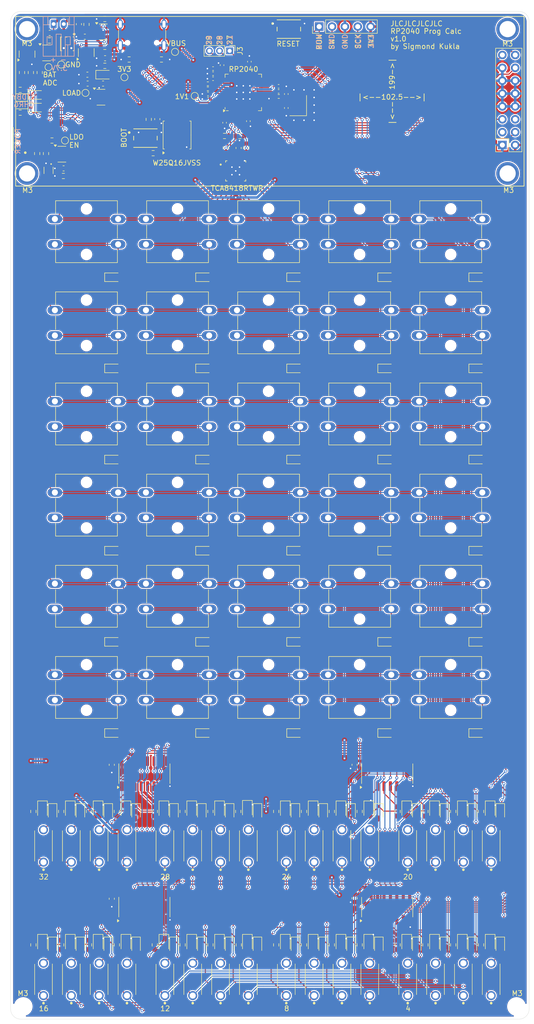
<source format=kicad_pcb>
(kicad_pcb (version 20241229) (generator "pcbnew") (generator_version "9.0")
  (layers (0 "F.Cu" signal) (2 "B.Cu" signal) (13 "F.Paste" user) (15 "B.Paste" user) (5 "F.SilkS" user "F.Silkscreen") (7 "B.SilkS" user "B.Silkscreen") (1 "F.Mask" user) (3 "B.Mask" user) (25 "Edge.Cuts" user))
  (net 0 "")
  (net 1 "/Power/BAT-")
  (net 2 "/Power/BAT+")
  (net 3 "Net-(U1-XIN)")
  (net 4 "GND")
  (net 5 "Net-(C2-Pad2)")
  (net 6 "+3V3")
  (net 7 "VBUS")
  (net 8 "/Power/LOAD")
  (net 9 "Net-(Q2-G)")
  (net 10 "Net-(U10-VDD)")
  (net 11 "/Power/LDO_EN")
  (net 12 "+1V1")
  (net 13 "Net-(D1-A)")
  (net 14 "/Matrix/C5")
  (net 15 "Net-(D2-A)")
  (net 16 "Net-(D3-A)")
  (net 17 "Net-(D4-A)")
  (net 18 "Net-(D5-A)")
  (net 19 "Net-(D6-A)")
  (net 20 "Net-(D7-A)")
  (net 21 "Net-(D8-A)")
  (net 22 "Net-(D9-A)")
  (net 23 "/Matrix/C6")
  (net 24 "Net-(D10-A)")
  (net 25 "Net-(D11-A)")
  (net 26 "Net-(D12-A)")
  (net 27 "Net-(D13-A)")
  (net 28 "Net-(D14-A)")
  (net 29 "Net-(D15-A)")
  (net 30 "Net-(D16-A)")
  (net 31 "/Matrix/C7")
  (net 32 "Net-(D17-A)")
  (net 33 "Net-(D18-A)")
  (net 34 "Net-(D19-A)")
  (net 35 "Net-(D20-A)")
  (net 36 "Net-(D21-A)")
  (net 37 "Net-(D22-A)")
  (net 38 "Net-(D23-A)")
  (net 39 "Net-(D24-A)")
  (net 40 "/Matrix/C8")
  (net 41 "Net-(D25-A)")
  (net 42 "Net-(D26-A)")
  (net 43 "Net-(D27-A)")
  (net 44 "Net-(D28-A)")
  (net 45 "Net-(D29-A)")
  (net 46 "Net-(D30-A)")
  (net 47 "Net-(D31-A)")
  (net 48 "Net-(D32-A)")
  (net 49 "Net-(D33-A)")
  (net 50 "/Matrix/C0")
  (net 51 "Net-(D34-A)")
  (net 52 "/Matrix/C1")
  (net 53 "/Matrix/C2")
  (net 54 "Net-(D35-A)")
  (net 55 "/Matrix/C3")
  (net 56 "Net-(D36-A)")
  (net 57 "/Matrix/C4")
  (net 58 "Net-(D37-A)")
  (net 59 "Net-(D38-A)")
  (net 60 "Net-(D39-A)")
  (net 61 "Net-(D40-A)")
  (net 62 "Net-(D41-A)")
  (net 63 "Net-(D42-A)")
  (net 64 "Net-(D43-A)")
  (net 65 "Net-(D44-A)")
  (net 66 "Net-(D45-A)")
  (net 67 "Net-(D46-A)")
  (net 68 "Net-(D47-A)")
  (net 69 "Net-(D48-A)")
  (net 70 "Net-(D49-A)")
  (net 71 "Net-(D50-A)")
  (net 72 "Net-(D51-A)")
  (net 73 "Net-(D52-A)")
  (net 74 "Net-(D53-A)")
  (net 75 "Net-(D54-A)")
  (net 76 "Net-(D55-A)")
  (net 77 "Net-(D56-A)")
  (net 78 "Net-(D57-A)")
  (net 79 "Net-(D58-A)")
  (net 80 "Net-(D59-A)")
  (net 81 "Net-(D60-A)")
  (net 82 "Net-(D61-A)")
  (net 83 "Net-(D62-A)")
  (net 84 "Net-(D63-A)")
  (net 85 "Net-(D64-A)")
  (net 86 "Net-(D65-A)")
  (net 87 "Net-(D66-A)")
  (net 88 "Net-(D67-A)")
  (net 89 "Net-(D68-A)")
  (net 90 "Net-(D69-A)")
  (net 91 "Net-(D70-A)")
  (net 92 "Net-(D71-A)")
  (net 93 "Net-(D72-A)")
  (net 94 "Net-(D73-A)")
  (net 95 "Net-(D74-A)")
  (net 96 "Net-(D75-A)")
  (net 97 "Net-(D76-A)")
  (net 98 "Net-(D77-A)")
  (net 99 "Net-(D78-A)")
  (net 100 "Net-(D79-A)")
  (net 101 "Net-(D80-A)")
  (net 102 "Net-(D81-A)")
  (net 103 "Net-(D82-A)")
  (net 104 "Net-(D83-A)")
  (net 105 "Net-(D84-A)")
  (net 106 "Net-(D85-A)")
  (net 107 "Net-(D86-A)")
  (net 108 "Net-(D87-A)")
  (net 109 "Net-(D88-A)")
  (net 110 "Net-(D89-A)")
  (net 111 "Net-(D90-A)")
  (net 112 "Net-(D91-A)")
  (net 113 "Net-(D92-A)")
  (net 114 "Net-(D93-A)")
  (net 115 "Net-(D94-A)")
  (net 116 "Net-(D96-A)")
  (net 117 "/Power/TP4057_~{STDBY}")
  (net 118 "/Power/TP4057_~{CHRG}")
  (net 119 "Net-(D97-A)")
  (net 120 "Net-(Q4-G)")
  (net 121 "Net-(D98-Pad1)")
  (net 122 "/~{CHRG}")
  (net 123 "/SWCLK")
  (net 124 "/SWD")
  (net 125 "/RUN")
  (net 126 "/USB/USB_DP")
  (net 128 "Net-(J2-CC2)")
  (net 129 "/USB/USB_DN")
  (net 131 "Net-(J2-CC1)")
  (net 132 "Net-(Q2-D)")
  (net 133 "Net-(Q3-B)")
  (net 134 "/PWR_BTN")
  (net 135 "/MATRIX_I2C_SCL")
  (net 136 "/MATRIX_I2C_SDA")
  (net 137 "Net-(U1-USB_DP)")
  (net 138 "Net-(U1-USB_DM)")
  (net 139 "Net-(U1-XOUT)")
  (net 140 "/MATRIX_~{RESET}")
  (net 141 "/MATRIX_~{INT}")
  (net 142 "Net-(U3-QA)")
  (net 143 "Net-(U3-QB)")
  (net 144 "Net-(U3-QC)")
  (net 145 "Net-(U3-QD)")
  (net 146 "Net-(U3-QE)")
  (net 147 "Net-(U3-QF)")
  (net 148 "Net-(U3-QG)")
  (net 149 "Net-(U3-QH)")
  (net 150 "Net-(U4-QA)")
  (net 151 "Net-(U4-QB)")
  (net 152 "Net-(U4-QC)")
  (net 153 "Net-(U4-QD)")
  (net 154 "Net-(U4-QE)")
  (net 155 "Net-(U4-QF)")
  (net 156 "Net-(U4-QG)")
  (net 157 "Net-(U4-QH)")
  (net 158 "Net-(U5-QA)")
  (net 159 "Net-(U5-QB)")
  (net 160 "Net-(U5-QC)")
  (net 161 "Net-(U5-QD)")
  (net 162 "Net-(U5-QE)")
  (net 163 "Net-(U5-QF)")
  (net 164 "Net-(U5-QG)")
  (net 165 "Net-(U5-QH)")
  (net 166 "Net-(U6-QA)")
  (net 167 "Net-(U6-QB)")
  (net 168 "Net-(U6-QC)")
  (net 169 "Net-(U6-QD)")
  (net 170 "Net-(U6-QE)")
  (net 171 "Net-(U6-QF)")
  (net 172 "Net-(U6-QG)")
  (net 173 "Net-(U6-QH)")
  (net 174 "/Flash/QSPI_SS")
  (net 175 "Net-(R41-Pad1)")
  (net 176 "Net-(U8-PROG)")
  (net 177 "Net-(R49-Pad1)")
  (net 178 "/BAT_ADC_EN")
  (net 179 "/BAT_ADC")
  (net 180 "/PWR_EN")
  (net 181 "/Matrix/R0")
  (net 182 "/Matrix/R1")
  (net 183 "/Matrix/R2")
  (net 184 "/Matrix/R3")
  (net 185 "/Matrix/R4")
  (net 186 "/Matrix/R5")
  (net 187 "/Matrix/R6")
  (net 188 "/Matrix/R7")
  (net 190 "/LCD_SPI_CLK")
  (net 191 "/Flash/QSPI_SCLK")
  (net 192 "/LCD_~{RESET}")
  (net 193 "/Flash/QSPI_SD1")
  (net 194 "/Flash/QSPI_SD3")
  (net 196 "/LED_SRCLK")
  (net 197 "/LCD_SPI_~{CS}")
  (net 198 "/LED_~{SRCLR}")
  (net 200 "/LED_SER")
  (net 201 "/LED_RCLK")
  (net 202 "/LCD_D{slash}~{C}")
  (net 203 "/Flash/QSPI_SD2")
  (net 205 "/Flash/QSPI_SD0")
  (net 206 "/LED_~{OE}")
  (net 207 "/LCD_SPI_DIN")
  (net 208 "/~{STDBY}")
  (net 210 "/Bit LEDs/BYTE_0_OUT")
  (net 211 "/Bit LEDs/BYTE_1_OUT")
  (net 212 "/Bit LEDs/BYTE_2_OUT")
  (net 213 "/Bit LEDs/LED_Byte_3/QH&apos;")
  (net 220 "Net-(J3-Pin_2)")
  (net 221 "Net-(J3-Pin_3)")
  (net 222 "Net-(J3-Pin_1)")
  (footprint "LED_SMD:LED_0805_2012Metric_Pad1.15x1.40mm_HandSolder" (layer "F.Cu") (at 36.8 171.775 -90)
    (property "Reference" "D91" (hide yes))
    (property "Value" "IN-S85AT5B")
  )
  (footprint "Diode_SMD:D_SOD-323" (layer "F.Cu") (at 70.2 84.5)
    (property "Reference" "D40" (hide yes))
    (property "Value" "1N4148WS")
  )
  (footprint "Resistor_SMD:R_0603_1608Metric_Pad0.98x0.95mm_HandSolder" (layer "F.Cu") (at 18.5 171.9875 -90)
    (property "Reference" "R39" (hide yes))
    (property "Value" "270")
  )
  (footprint "Resistor_SMD:R_0603_1608Metric" (layer "F.Cu") (at 56.565 40.925 -90)
    (property "Reference" "R7" (hide yes))
    (property "Value" "10k")
  )
  (footprint "Resistor_SMD:R_0603_1608Metric_Pad0.98x0.95mm_HandSolder" (layer "F.Cu") (at 35 198.3375 -90)
    (property "Reference" "R20" (hide yes))
    (property "Value" "270")
  )
  (footprint "Diode_SMD:D_SOD-323" (layer "F.Cu") (at 94.3 198.4 -90)
    (property "Reference" "D4" (hide yes))
    (property "Value" "1N4148WS")
  )
  (footprint "Capacitor_SMD:C_0603_1608Metric" (layer "F.Cu") (at 29.225 28.25 180)
    (property "Reference" "C11" (hide yes))
    (property "Value" "1u")
  )
  (footprint "Diode_SMD:D_SOD-323" (layer "F.Cu") (at 70.2 138.5)
    (property "Reference" "D55" (hide yes))
    (property "Value" "1N4148WS")
  )
  (footprint "Diode_SMD:D_SOD-323" (layer "F.Cu") (at 106.2 138.5)
    (property "Reference" "D57" (hide yes))
    (property "Value" "1N4148WS")
  )
  (footprint "Resistor_SMD:R_0603_1608Metric" (layer "F.Cu") (at 60.565 40.925 -90)
    (property "Reference" "R6" (hide yes))
    (property "Value" "10k")
  )
  (footprint "Resistor_SMD:R_0603_1608Metric" (layer "F.Cu") (at 56.275 38.6 180)
    (property "Reference" "R1" (hide yes))
    (property "Value" "4.7k")
  )
  (footprint "Diode_SMD:D_SOD-323" (layer "F.Cu") (at 88.2 102.5)
    (property "Reference" "D46" (hide yes))
    (property "Value" "1N4148WS")
  )
  (footprint "PTS636SL50LFS:PTS636SL50LFS" (layer "F.Cu") (at 26 182 90)
    (property "Reference" "SW32" (hide yes))
    (property "Value" "PTS636SL50 LFS" (hide yes))
  )
  (footprint "Button_Switch_THT:SW_SPST_Omron_B3F-40xx" (layer "F.Cu") (at 58.75 127)
    (property "Reference" "SW56" (hide yes))
    (property "Value" "B3F")
  )
  (footprint "Resistor_SMD:R_0603_1608Metric_Pad0.98x0.95mm_HandSolder" (layer "F.Cu") (at 96 198.3375 -90)
    (property "Reference" "R10" (hide yes))
    (property "Value" "270")
  )
  (footprint "Resistor_SMD:R_0603_1608Metric_Pad0.98x0.95mm_HandSolder" (layer "F.Cu") (at 24 171.9875 -90)
    (property "Reference" "R38" (hide yes))
    (property "Value" "270")
  )
  (footprint "Button_Switch_THT:SW_SPST_Omron_B3F-40xx" (layer "F.Cu") (at 94.75 127)
    (property "Reference" "SW58" (hide yes))
    (property "Value" "B3F")
  )
  (footprint "Connector_PinHeader_2.00mm:PinHeader_1x03_P2.00mm_Vertical" (layer "F.Cu") (at 57.3 21.8 -90)
    (property "Reference" "J3")
    (property "Value" "Spare GPIO")
  )
  (footprint "Diode_SMD:D_SOD-323" (layer "F.Cu") (at 27.8 172.05 -90)
    (property "Reference" "D31" (hide yes))
    (property "Value" "1N4148WS")
  )
  (footprint "PTS636SL50LFS:PTS636SL50LFS" (layer "F.Cu") (at 20.5 208.35 90)
    (property "Reference" "SW17" (hide yes))
    (property "Value" "PTS636SL50 LFS" (hide yes))
  )
  (footprint "LED_SMD:LED_0805_2012Metric_Pad1.15x1.40mm_HandSolder" (layer "F.Cu") (at 36.8 198.125 -90)
    (property "Reference" "D75" (hide yes))
    (property "Value" "IN-S85AT5B")
  )
  (footprint "Resistor_SMD:R_0603_1608Metric_Pad0.98x0.95mm_HandSolder" (layer "F.Cu") (at 72 171.9875 -90)
    (property "Reference" "R30" (hide yes))
    (property "Value" "270")
  )
  (footprint "Diode_SMD:D_SOD-323" (layer "F.Cu") (at 110.8 198.4 -90)
    (property "Reference" "D1" (hide yes))
    (property "Value" "1N4148WS")
  )
  (footprint "LED_SMD:LED_0805_2012Metric_Pad1.15x1.40mm_HandSolder" (layer "F.Cu") (at 31.3 171.775 -90)
    (property "Reference" "D92" (hide yes))
    (property "Value" "IN-S85AT5B")
  )
  (footprint "PTS636SL50LFS:PTS636SL50LFS" (layer "F.Cu") (at 85 208.35 90)
    (property "Reference" "SW6" (hide yes))
    (property "Value" "PTS636SL50 LFS" (hide yes))
  )
  (footprint "Diode_SMD:D_SOD-323" (layer "F.Cu") (at 19.05 30.5)
    (property "Reference" "D100" (hide yes))
    (property "Value" "DNP")
  )
  (footprint "PTS636SL50LFS:PTS636SL50LFS" (layer "F.Cu") (at 26 208.35 90)
    (property "Reference" "SW16" (hide yes))
    (property "Value" "PTS636SL50 LFS" (hide yes))
  )
  (footprint "Resistor_SMD:R_0603_1608Metric_Pad0.98x0.95mm_HandSolder" (layer "F.Cu") (at 18.5 198.3375 -90)
    (property "Reference" "R23" (hide yes))
    (property "Value" "270")
  )
  (footprint "Diode_SMD:D_SOD-323" (layer "F.Cu") (at 105.3 172.05 -90)
    (property "Reference" "D18" (hide yes))
    (property "Value" "1N4148WS")
  )
  (footprint "PTS636SL50LFS:PTS636SL50LFS" (layer "F.Cu") (at 50 182 90)
    (property "Reference" "SW28" (hide yes))
    (property "Value" "PTS636SL50 LFS" (hide yes))
  )
  (footprint "Diode_SMD:D_SOD-323" (layer "F.Cu") (at 33.3 172.05 -90)
    (property "Reference" "D30" (hide yes))
    (property "Value" "1N4148WS")
  )
  (footprint "LED_SMD:LED_0805_2012Metric_Pad1.15x1.40mm_HandSolder" (layer "F.Cu") (at 73.8 171.775 -90)
    (property "Reference" "D85" (hide yes))
    (property "Value" "IN-S85AT5B")
  )
  (footprint "LED_SMD:LED_0805_2012Metric_Pad1.15x1.40mm_HandSolder" (layer "F.Cu") (at 44.3 198.125 -90)
    (property "Reference" "D74" (hide yes))
    (property "Value" "IN-S85AT5B")
  )
  (footprint "Resistor_SMD:R_0603_1608Metric" (layer "F.Cu") (at 32.625 15.5 180)
    (property "Reference" "R46" (hide yes))
    (property "Value" "2k")
  )
  (footprint "PTS636SL50LFS:PTS636SL50LFS" (layer "F.Cu") (at 109 208.35 90)
    (property "Reference" "SW2" (hide yes))
    (property "Value" "PTS636SL50 LFS" (hide yes))
  )
  (footprint "LED_SMD:LED_0805_2012Metric_Pad1.15x1.40mm_HandSolder" (layer "F.Cu") (at 68.3 198.125 -90)
    (property "Reference" "D70" (hide yes))
    (property "Value" "IN-S85AT5B")
  )
  (footprint "PTS636SL50LFS:PTS636SL50LFS" (layer "F.Cu") (at 20.5 182 90)
    (property "Reference" "SW33" (hide yes))
    (property "Value" "PTS636SL50 LFS" (hide yes))
  )
  (footprint "Capacitor_SMD:C_0402_1005Metric" (layer "F.Cu") (at 68.5 33.08 90)
    (property "Reference" "C1" (hide yes))
    (property "Value" "15p")
  )
  (footprint "Capacitor_SMD:C_0402_1005Metric" (layer "F.Cu") (at 53.02 31.3 180)
    (property "Reference" "C19" (hide yes))
    (property "Value" "100n")
  )
  (footprint "Capacitor_SMD:C_0603_1608Metric" (layer "F.Cu") (at 43 35.275 -90)
    (property "Reference" "C8" (hide yes))
    (property "Value" "100n")
  )
  (footprint "Diode_SMD:D_SOD-323" (layer "F.Cu") (at 62.8 172.05 -90)
    (property "Reference" "D25" (hide yes))
    (property "Value" "1N4148WS")
  )
  (footprint "TestPoint:TestPoint_Pad_D1.0mm" (layer "F.Cu") (at 21.5 25)
    (property "Reference" "TP10" (hide yes))
    (property "Value" "TEST_BAT_ADC")
  )
  (footprint "Diode_SMD:D_SOD-323" (layer "F.Cu") (at 70.2 120.5)
    (property "Reference" "D50" (hide yes))
    (property "Value" "1N4148WS")
  )
  (footprint "PTS636SL50LFS:PTS636SL50LFS" (layer "F.Cu") (at 44.5 208.35 90)
    (property "Reference" "SW13" (hide yes))
    (property "Value" "PTS636SL50 LFS" (hide yes))
  )
  (footprint "Capacitor_SMD:C_0402_1005Metric" (layer "F.Cu") (at 68.5 30.32 -90)
    (property "Reference" "C2" (hide yes))
    (property "Value" "15p")
  )
  (footprint "Button_Switch_THT:SW_SPST_Omron_B3F-40xx" (layer "F.Cu") (at 76.75 109)
    (property "Reference" "SW52" (hide yes))
    (property "Value" "B3F")
  )
  (footprint "LED_SMD:LED_0805_2012Metric_Pad1.15x1.40mm_HandSolder" (layer "F.Cu") (at 73.8 198.125 -90)
    (property "Reference" "D69" (hide yes))
    (property "Value" "IN-S85AT5B")
  )
  (footprint "Resistor_SMD:R_0603_1608Metric_Pad0.98x0.95mm_HandSolder" (layer "F.Cu") (at 24 198.3375 -90)
    (property "Reference" "R22" (hide yes))
    (property "Value" "270")
  )
  (footprint "Diode_SMD:D_SOD-323" (layer "F.Cu") (at 52.2 120.5)
    (property "Reference" "D49" (hide yes))
    (property "Value" "1N4148WS")
  )
  (footprint "LED_SMD:LED_0805_2012Metric_Pad1.15x1.40mm_HandSolder" (layer "F.Cu") (at 55.3 198.125 -90)
    (property "Reference" "D72" (hide yes))
    (property "Value" "IN-S85AT5B")
  )
  (footprint "Resistor_SMD:R_0603_1608Metric_Pad0.98x0.95mm_HandSolder" (layer "F.Cu") (at 29.5 198.3375 -90)
    (property "Reference" "R21" (hide yes))
    (property "Value" "270")
  )
  (footprint "Button_Switch_THT:SW_SPST_Omron_B3F-40xx" (layer "F.Cu") (at 94.75 73)
    (property "Reference" "SW43" (hide yes))
    (property "Value" "B3F")
  )
  (footprint "Diode_SMD:D_SOD-323" (layer "F.Cu") (at 34.2 84.5)
    (property "Reference" "D38" (hide yes))
    (property "Value" "1N4148WS")
  )
  (footprint "Capacitor_SMD:C_0402_1005Metric" (layer "F.Cu") (at 54.02 27.3 180)
    (property "Reference" "C17" (hide yes))
    (property "Value" "1u")
  )
  (footprint "Resistor_SMD:R_0603_1608Metric" (layer "F.Cu") (at 15.89425 34 180)
    (property "Reference" "R51" (hide yes))
    (property "Value" "2k")
  )
  (footprint "TestPoint:TestPoint_Pad_D1.0mm" (layer "F.Cu") (at 36.5 27)
    (property "Reference" "TP7" (hide yes))
    (property "Value" "TEST_3V3")
  )
  (footprint "Diode_SMD:D_SOD-323" (layer "F.Cu") (at 99.8 172.05 -90)
    (property "Reference" "D19" (hide yes))
    (property "Value" "1N4148WS")
  )
  (footprint "Resistor_SMD:R_0603_1608Metric_Pad0.98x0.95mm_HandSolder" (layer "F.Cu") (at 77.5 198.3375 -90)
    (property "Reference" "R13" (hide yes))
    (property "Value" "270")
  )
  (footprint "TestPoint:TestPoint_Pad_D1.0mm" (layer "F.Cu") (at 28.8 30.1)
    (property "Reference" "TP13" (hide yes))
    (property "Value" "TEST_LOAD")
  )
  (footprint "Diode_SMD:D_SOD-323" (layer "F.Cu") (at 52.2 138.5)
    (property "Reference" "D54" (hide yes))
    (property "Value" "1N4148WS")
  )
  (footprint "Resistor_SMD:R_0603_1608Metric_Pad0.98x0.95mm_HandSolder" (layer "F.Cu") (at 101.5 171.9875 -90)
    (property "Reference" "R25" (hide yes))
    (property "Value" "270")
  )
  (footprint "Resistor_SMD:R_0603_1608Metric_Pad0.98x0.95mm_HandSolder" (layer "F.Cu") (at 90.5 198.3375 -90)
    (property "Reference" "R11" (hide yes))
    (property "Value" "270")
  )
  (footprint "Diode_SMD:D_SOD-323" (layer "F.Cu") (at 19.05 33)
    (property "Reference" "D99" (hide yes))
    (property "Value" "1N4148WS")
  )
  (footprint "TestPoint:TestPoint_Pad_D1.0mm" (layer "F.Cu") (at 24.75 39.5)
    (property "Reference" "TP12" (hide yes))
    (property "Value" "TEST_LDO_EN")
  )
  (footprint "Diode_SMD:D_SOD-323" (layer "F.Cu") (at 34.2 138.5)
    (property "Reference" "D53" (hide yes))
    (property "Value" "1N4148WS")
  )
  (footprint "Resistor_SMD:R_0603_1608Metric_Pad0.98x0.95mm_HandSolder" (layer "F.Cu") (at 107 171.9875 -90)
    (property "Reference" "R24" (hide yes))
    (property "Value" "270")
  )
  (footprint "Resistor_SMD:R_0603_1608Metric" (layer "F.Cu") (at 41.3 35.325 -90)
    (property "Reference" "R40" (hide yes))
    (property "Value" "10k")
  )
  (footprint "Capacitor_SMD:C_0603_1608Metric" (layer "F.Cu") (at 27.5 16.525 90)
    (property "Reference" "C15" (hide yes))
    (property "Value" "100n")
  )
  (footprint "Diode_SMD:D_SOD-323" (layer "F.Cu") (at 52.2 102.5)
    (property "Reference" "D44" (hide yes))
    (property "Value" "1N4148WS")
  )
  (footprint "Diode_SMD:D_SOD-323" (layer "F.Cu") (at 57.3 172.05 -90)
    (property "Reference" "D26" (hide yes))
    (property "Value" "1N4148WS")
  )
  (footprint "Button_Switch_THT:SW_SPST_Omron_B3F-40xx" (layer "F.Cu") (at 58.75 145)
    (property "Reference" "SW61" (hide yes))
    (property "Value" "B3F")
  )
  (footprint "Diode_SMD:D_SOD-323" (layer "F.Cu") (at 51.8 198.4 -90)
    (property "Reference" "D11" (hide yes))
    (property "Value" "1N4148WS")
  )
  (footprint "LED_SMD:LED_0805_2012Metric_Pad1.15x1.40mm_HandSolder" (layer "F.Cu") (at 92.3 198.125 -90)
    (property "Reference" "D66" (hide yes))
    (property "Value" "IN-S85AT5B")
  )
  (footprint "PTS636SL50LFS:PTS636SL50LFS" (layer "F.Cu") (at 31.5 208.35 90)
    (property "Reference" "SW15" (hide yes))
    (property "Value" "PTS636SL50 LFS" (hide yes))
  )
  (footprint "Button_Switch_THT:SW_SPST_Omron_B3F-40xx" (layer "F.Cu") (at 22.75 91)
    (property "Reference" "SW44" (hide yes))
    (property "Value" "B3F")
  )
  (footprint "HX-TS24CA:HX-TS24CA" (layer "F.Cu") (at 15.1 39.2 90)
    (property "Reference" "SW64" (hide yes))
    (property "Value" "HX TS24CA")
  )
  (footprint "Resistor_SMD:R_0603_1608Metric_Pad0.98x0.95mm_HandSolder" (layer "F.Cu") (at 53.5 171.9875 -90)
    (property "Reference" "R33" (hide yes))
    (property "Value" "270")
  )
  (footprint "LED_SMD:LED_0805_2012Metric_Pad1.15x1.40mm_HandSolder" (layer "F.Cu") (at 60.8 171.675 -90)
    (property "Reference" "D87" (hide yes))
    (property "Value" "IN-S85AT5B")
  )
  (footprint "PTS815_SJM_250_SMTR_LFS:SW_Push_PTS815_SJM_250_SMTR_LFS" (layer "F.Cu") (at 69 17.5)
    (property "Reference" "SW1" (hide yes))
    (property "Value" "PTS815_SJM_250_SMTR_LFS")
  )
  (footprint "LED_SMD:LED_0805_2012Metric_Pad1.15x1.40mm_HandSolder" (layer "F.Cu") (at 60.8 198.125 -90)
    (property "Reference" "D71" (hide yes))
    (property "Value" "IN-S85AT5B")
  )
  (footprint "LED_SMD:LED_0805_2012Metric_Pad1.15x1.40mm_HandSolder" (layer "F.Cu") (at 92.3 171.775 -90)
    (property "Reference" "D82" (hide yes))
    (property "Value" "IN-S85AT5B")
  )
  (footprint "LED_SMD:LED_0805_2012Metric_Pad1.15x1.40mm_HandSolder" (layer "F.Cu") (at 97.8 171.775 -90)
    (property "Reference" "D81" (hide yes))
    (property "Value" "IN-S85AT5B")
  )
  (footprint "Resistor_SMD:R_0603_1608Metric_Pad0.98x0.95mm_HandSolder" (layer "F.Cu") (at 66.5 198.3375 -90)
    (property "Reference" "R15" (hide yes))
    (property "Value" "270")
  )
  (footprint "Button_Switch_THT:SW_SPST_Omron_B3F-40xx" (layer "F.Cu") (at 22.75 109)
    (property "Reference" "SW49" (hide yes))
    (property "Value" "B3F")
  )
  (footprint "LED_SMD:LED_0805_2012Metric_Pad1.15x1.40mm_HandSolder" (layer "F.Cu") (at 20.3 198.125 -90)
    (property "Reference" "D78" (hide yes))
    (property "Value" "IN-S85AT5B")
  )
  (footprint "Capacitor_SMD:C_0603_1608Metric" (layer "F.Cu") (at 32.275 28.25 180)
    (property "Reference" "C10" (hide yes))
    (property "Value" "1u")
  )
  (footprint "Package_DFN_QFN:QFN-56-1EP_7x7mm_P0.4mm_EP3.2x3.2mm" (layer "F.Cu") (at 60 30 90)
    (property "Reference" "U1" (hide yes))
    (property "Value" "RP2040")
  )
  (footprint "PTS636SL50LFS:PTS636SL50LFS" (layer "F.Cu") (at 79.5 182 90)
    (property "Reference" "SW23" (hide yes))
    (property "Value" "PTS636SL50 LFS" (hide yes))
  )
  (footprint "Button_Switch_THT:SW_SPST_Omron_B3F-40xx" (layer "F.Cu") (at 40.75 127)
    (property "Reference" "SW55" (hide yes))
    (property "Value" "B3F")
  )
  (footprint "Button_Switch_THT:SW_SPST_Omron_B3F-40xx" (layer "F.Cu") (at 76.75 127)
    (property "Reference" "SW57" (hide yes))
    (property "Value" "B3F")
  )
  (footprint "Package_SO:SOIC-16_3.9x9.9mm_P1.27mm" (layer "F.Cu") (at 88.445 190.875 90)
    (property "Reference" "U3" (hide yes))
    (property "Value" "74HC595")
  )
  (footprint "Resistor_SMD:R_0603_1608Metric" (layer "F.Cu") (at 18 26.075 -90)
    (property "Reference" "R55" (hide yes))
    (property "Value" "10k")
  )
  (footprint "PTS636SL50LFS:PTS636SL50LFS" (layer "F.Cu") (at 31.5 182 90)
    (property "Reference" "SW31" (hide yes))
    (property "Value" "PTS636SL50 LFS" (hide yes))
  )
  (footprint "Resistor_SMD:R_0603_1608Metric_Pad0.98x0.95mm_HandSolder" (layer "F.Cu") (at 53.5 198.3375 -90)
    (property "Reference" "R17" (hide yes))
    (property "Value" "270")
  )
  (footprint "Diode_SMD:D_SOD-323" (layer "F.Cu") (at 88.2 66.5)
    (property "Reference" "D36" (hide yes))
    (property "Value" "1N4148WS")
  )
  (footprint "Button_Switch_THT:SW_SPST_Omron_B3F-40xx" (layer "F.Cu") (at 22.75 145)
    (property "Reference" "SW59" (hide yes))
    (property "Value" "B3F")
  )
  (footprint "Diode_SMD:D_SOD-323" (layer "F.Cu") (at 106.2 84.5)
    (property "Reference" "D42" (hide yes))
    (property "Value" "1N4148WS")
  )
  (footprint "Capacitor_SMD:C_0402_1005Metric" (layer "F.Cu") (at 61 35.68 -90)
    (property "Reference" "C21" (hide yes))
    (property "Value" "100n")
  )
  (footprint "LED_SMD:LED_0805_2012Metric_Pad1.15x1.40mm_HandSolder" (layer "F.Cu") (at 84.8 198.125 -90)
    (property "Reference" "D67" (hide yes))
    (property "Value" "IN-S85AT5B")
  )
  (footprint "Diode_SMD:D_SOD-323" (layer "F.Cu") (at 22.3 172.05 -90)
    (property "Reference" "D32" (hide yes))
    (property "Value" "1N4148WS")
  )
  (footprint "PTS636SL50LFS:PTS636SL50LFS" (layer "F.Cu") (at 37 208.35 90)
    (property "Reference" "SW14" (hide yes))
    (property "Value" "PTS636SL50 LFS" (hide yes))
  )
  (footprint "Resistor_SMD:R_0603_1608Metric_Pad0.98x0.95mm_HandSolder" (layer "F.Cu") (at 96 171.9875 -90)
    (property "Reference" "R26" (hide yes))
    (property "Value" "270")
  )
  (footprint "LED_SMD:LED_0805_2012Metric_Pad1.15x1.40mm_HandSolder" (layer "F.Cu") (at 79.3 171.775 -90)
    (property "Reference" "D84" (hide yes))
    (property "Value" "IN-S85AT5B")
  )
  (footprint "Diode_SMD:D_SOD-323" (layer "F.Cu") (at 88.2 156.5)
    (property "Reference" "D61" (hide yes))
    (property "Value" "1N4148WS")
  )
  (footprint "Button_Switch_THT:SW_SPST_Omron_B3F-40xx" (layer "F.Cu") (at 76.75 145)
    (property "Reference" "SW62" (hide yes))
    (property "Value" "B3F")
  )
  (footprint "Diode_SMD:D_SOD-323" (layer "F.Cu") (at 27.8 198.4 -90)
    (property "Reference" "D15" (hide yes))
    (property "Value" "1N4148WS")
  )
  (footprint "Capacitor_SMD:C_0603_1608Metric" (layer "F.Cu") (at 28.675 19 180)
    (property "Reference" "C12" (hide yes))
    (property "Value" "10u")
  )
  (footprint "Diode_SMD:D_SOD-323" (layer "F.Cu") (at 70.3 172.05 -90)
    (property "Reference" "D24" (hide yes))
    (property "Value" "1N4148WS")
  )
  (footprint "PTS636SL50LFS:PTS636SL50LFS" (layer "F.Cu") (at 37 182 90)
    (property "Reference" "SW30" (hide yes))
    (property "Value" "PTS636SL50 LFS" (hide yes))
  )
  (footprint "LED_SMD:LED_0805_2012Metric_Pad1.15x1.40mm_HandSolder" (layer "F.Cu") (at 25.8 171.775 -90)
    (property "Reference" "D93" (hide yes))
    (property "Value" "IN-S85AT5B")
  )
  (footprint "Capacitor_SMD:C_0402_1005Metric" (layer "F.Cu") (at 54.02 26.3 180)
    (property "Reference" "C18" (hide yes))
    (property "Value" "1u")
  )
  (footprint "Button_Switch_THT:SW_SPST_Omron_B3F-40xx" (layer "F.Cu") (at 22.75 127)
    (property "Reference" "SW54" (hide yes))
    (property "Value" "B3F")
  )
  (footprint "Package_SO:SOIC-16_3.9x9.9mm_P1.27mm" (layer "F.Cu") (at 88.445 164.525 90)
    (property "Reference" "U5" (hide yes))
    (property "Value" "74HC595")
  )
  (footprint "Diode_SMD:D_SOD-323" (layer "F.Cu") (at 70.2 156.5)
    (property "Reference" "D60" (hide yes))
    (property "Value" "1N4148WS")
  )
  (footprint "Diode_SMD:D_SOD-323" (layer "F.Cu") (at 70.2 102.5)
    (property "Reference" "D45" (hide yes))
    (property "Value" "1N4148WS")
  )
  (footprint "Resistor_SMD:R_0603_1608Metric" (layer "F.Cu") (at 24.425 46.5 180)
    (property "Reference" "R54" (hide yes))
    (property "Value" "100k")
  )
  (footprint "PTS636SL50LFS:PTS636SL50LFS" (layer "F.Cu") (at 109 182 90)
    (property "Reference" "SW18" (hide yes))
    (property "Value" "PTS636SL50 LFS" (hide yes))
  )
  (footprint "Resistor_SMD:R_0603_1608Metric" (layer "F.Cu") (at 37.425 23.5 180)
    (property "Reference" "R43" (hide yes))
    (property "Value" "5.1k")
  )
  (footprint "LED_SMD:LED_0805_2012Metric_Pad1.15x1.40mm_HandSolder" (layer "F.Cu") (at 68.3 171.775 -90)
    (property "Reference" "D86" (hide yes))
    (property "Value" "IN-S85AT5B")
  )
  (footprint "PTS636SL50LFS:PTS636SL50LFS" (layer "F.Cu") (at 74 208.35 90)
    (property "Reference" "SW8" (hide yes))
    (property "Value" "PTS636SL50 LFS" (hide yes))
  )
  (footprint "Resistor_SMD:R_0603_1608Metric_Pad0.98x0.95mm_HandSolder" (layer "F.Cu") (at 77.5 171.9875 -90)
    (property "Reference" "R29" (hide yes))
    (property "Value" "270")
  )
  (footprint "Resistor_SMD:R_0603_1608Metric_Pad0.98x0.95mm_HandSolder" (layer "F.Cu") (at 42.5 171.9875 -90)
    (property "Reference" "R35" (hide yes))
    (property "Value" "270")
  )
  (footprint "Diode_SMD:D_SOD-323" (layer "F.Cu") (at 75.8 172.05 -90)
    (property "Reference" "D23" (hide yes))
    (property "Value" "1N4148WS")
  )
  (footprint "Package_TO_SOT_SMD:SOT-23-3" (layer "F.Cu") (at 24.1375 42.2)
    (property "Reference" "D98" (hide yes))
    (property "Value" "BAT54C")
  )
  (footprint "Capacitor_SMD:C_0603_1608Metric" (layer "F.Cu") (at 34 162.775 -90)
    (property "Reference" "C7" (hide yes))
    (property "Value" "100n")
  )
  (footprint "Resistor_SMD:R_0603_1608Metric_Pad0.98x0.95mm_HandSolder" (layer "F.Cu") (at 42.5 198.3375 -90)
    (property "Reference" "R19" (hide yes))
    (property "Value" "270")
  )
  (footprint "Resistor_SMD:R_0603_1608Metric" (layer "F.Cu") (at 21.675 19.75)
    (property "Reference" "R47" (hide yes))
    (property "Value" "10k")
  )
  (footprint "Resistor_SMD:R_0603_1608Metric_Pad0.98x0.95mm_HandSolder" (layer "F.Cu") (at 107 198.3375 -90)
    (property "Reference" "R8" (hide yes))
    (property "Value" "270")
  )
  (footprint "Diode_SMD:D_SOD-323" (layer "F.Cu") (at 88.2 138.5)
    (property "Reference" "D56" (hide yes))
    (property "Value" "1N4148WS")
  )
  (footprint "LED_SMD:LED_0805_2012Metric_Pad1.15x1.40mm_HandSolder" (layer "F.Cu") (at 103.3 171.775 -90)
    (property "Reference" "D80" (hide yes))
    (property "Value" "IN-S85AT5B")
  )
  (footprint "PTS636SL50LFS:PTS636SL50LFS" (layer "F.Cu") (at 103.5 182 90)
    (property "Reference" "SW19" (hide yes))
    (property "Value" "PTS636SL50 LFS" (hide yes))
  )
  (footprint "Button_Switch_THT:SW_SPST_Omron_B3F-40xx" (layer "F.Cu") (at 40.75 145)
    (property "Reference" "SW60" (hide yes))
    (property "Value" "B3F")
  )
  (footprint "Diode_SMD:D_SOD-323" (layer "F.Cu") (at 88.2 84.5)
    (property "Reference" "D41" (hide yes))
    (property "Value" "1N4148WS")
  )
  (footprint "LED_SMD:LED_0805_2012Metric_Pad1.15x1.40mm_HandSolder" (layer "F.Cu") (at 44.3 171.775 -90)
    (property "Reference" "D90" (hide yes))
    (property "Value" "IN-S85AT5B")
  )
  (footprint "Resistor_SMD:R_0603_1608Metric_Pad0.98x0.95mm_HandSolder" (layer "F.Cu") (at 59.1 198.3375 -90)
    (property "Reference" "R16" (hide yes))
    (property "Value" "270")
  )
  (footprint "LED_SMD:LED_0805_2012Metric_Pad1.15x1.40mm_HandSolder" (layer "F.Cu") (at 79.3 198.125 -90)
    (property "Reference" "D68" (hide yes))
    (property "Value" "IN-S85AT5B")
  )
  (footprint "Package_TO_SOT_SMD:SOT-523" (layer "F.Cu") (at 21.5 45.395 -90)
    (property "Reference" "Q4" (hide yes))
    (property "Value" "DMG1012T")
  )
  (footprint "LED_SMD:LED_0805_2012Metric_Pad1.15x1.40mm_HandSolder" (layer "F.Cu") (at 97.8 198.125 -90)
    (property "Reference" "D65" (hide yes))
    (property "Value" "IN-S85AT5B")
  )
  (footprint "XB7608AJ:CPC-5_L2.6-W2.6-P0.53-LS4.0-BL" (layer "F.Cu") (at 25.23 20.4 180)
    (property "Reference" "U10" (hide yes))
    (property "Value" "XB7608AJ" (hide yes))
  )
  (footprint "TCA8418RTWR:QFN50P400X400X80-25N" (layer "F.Cu") (at 58.5 45.5)
    (property "Reference" "U2" (hide yes))
    (property "Value" "TCA8418RTWR")
  )
  (footprint "Button_Switch_THT:SW_SPST_Omron_B3F-40xx" (layer "F.Cu") (at 58.75 91)
    (property "Reference" "SW46" (hide yes))
    (property "Value" "B3F")
  )
  (footprint "PTS636SL50LFS:PTS636SL50LFS" (layer "F.Cu") (at 68.5 208.35 90)
    (property "Reference" "SW9" (hide yes))
    (property "Value" "PTS636SL50 LFS" (hide yes))
  )
  (footprint "Diode_SMD:D_SOD-323" (layer "F.Cu") (at 52.2 156.5)
    (property "Reference" "D59" (hide yes))
    (property "Value" "1N4148WS")
  )
  (footprint "Diode_SMD:D_SOD-323" (layer "F.Cu") (at 70.3 198.4 -90)
    (property "Reference" "D8" (hide yes))
    (property "Value" "1N4148WS")
  )
  (footprint "Diode_SMD:D_SOD-323" (layer "F.Cu") (at 34.2 156.5)
    (property "Reference" "D58" (hide yes))
    (property "Value" "1N4148WS")
  )
  (footprint "Diode_SMD:D_SOD-323" (layer "F.Cu") (at 51.8 172.05 -90)
    (property "Reference" "D27" (hide yes))
    (property "Value" "1N4148WS")
  )
  (footprint "Button_Switch_THT:SW_SPST_Omron_B3F-40xx" (layer "F.Cu") (at 76.75 91)
    (property "Reference" "SW47" (hide yes))
    (property "Value" "B3F")
  )
  (footprint "PTS636SL50LFS:PTS636SL50LFS" (layer "F.Cu") (at 50 208.35 90)
    (property "Reference" "SW12" (hide yes))
    (property "Value" "PTS636SL50 LFS" (hide yes))
  )
  (footprint "Diode_SMD:D_SOD-323" (layer "F.Cu") (at 52.2 84.5)
    (property "Reference" "D39" (hide yes))
    (property "Value" "1N4148WS")
  )
  (footprint "PTS636SL50LFS:PTS636SL50LFS" (layer "F.Cu") (at 61 182 90)
    (property "Reference" "SW26" (hide yes))
    (property "Value" "PTS636SL50 LFS" (hide yes))
  )
  (footprint "PTS636SL50LFS:PTS636SL50LFS" (layer "F.Cu") (at 55.5 208.35 90)
    (property "Reference" "SW11" (hide yes))
    (property "Value" "PTS636SL50 LFS" (hide yes))
  )
  (footprint "Capacitor_SMD:C_0603_1608Metric" (layer "F.Cu") (at 59.065 40.975 90)
    (property "Reference" "C3" (hide yes))
    (property "Value" "100n")
  )
  (footprint "Capacitor_SMD:C_0603_1608Metric" (layer "F.Cu") (at 34 189.225 -90)
    (property "Reference" "C5" (hide yes))
    (property "Value" "100n")
  )
  (footprint "Diode_SMD:D_SOD-323" (layer "F.Cu") (at 38.8 198.4 -90)
    (property "Reference" "D13" (hide yes))
    (property "Value" "1N4148WS")
  )
  (footprint "Diode_SMD:D_SOD-323" (layer "F.Cu") (at 33.3 198.4 -90)
    (property "Reference" "D14" (hide yes))
    (property "Value" "1N4148WS")
  )
  (footprint "PTS636SL50LFS:PTS636SL50LFS" (layer "F.Cu") (at 98 182 90)
    (property "Reference" "SW20" (hide yes))
    (property "Value" "PTS636SL50 LFS" (hide yes))
  )
  (footprint "LED_SMD:LED_0805_2012Metric_Pad1.15x1.40mm_HandSolder" (layer "F.Cu") (at 108.8 198.125 -90)
    (property "Reference" "D63" (hide yes))
    (property "Value" "IN-S85AT5B")
  )
  (footprint "Resistor_SMD:R_0603_1608Metric" (layer "F.Cu") (at 19.25 42.075 90)
    (property "Reference" "R49" (hide yes))
    (property "Value" "1k")
  )
  (footprint "PTS636SL50LFS:PTS636SL50LFS" (layer "F.Cu") (at 68.5 182 90)
    (property "Reference" "SW25" (hide yes))
    (property "Value" "PTS636SL50 LFS" (hide yes))
  )
  (footprint "LED_SMD:LED_0603_1608Metric" (layer "F.Cu") (at 15.93175 32.5 180)
    (property "Reference" "D97" (hide yes))
    (property "Value" "KT-0603R")
  )
  (footprint "MountingHole:MountingHole_3.2mm_M3" (layer "F.Cu") (at 16.5 210.5)
    (property "Reference" "REF**" (hide yes))
    (property "Value" "MountingHole_3.2mm_M3" (hide yes))
  )
  (footprint "Diode_SMD:D_SOD-323" (layer "F.Cu") (at 106.2 120.5)
    (property "Reference" "D52" (hide yes))
    (property "Value" "1N4148WS")
  )
  (footprint "Resistor_SMD:R_0603_1608Metric_Pad0.98x0.95mm_HandSolder" (layer "F.Cu") (at 35 171.9875 -90)
    (property "Reference" "R36" (hide yes))
    (property "Value" "270")
  )
  (footprint "PTS815_SJM_250_SMTR_LFS:SW_Push_PTS815_SJM_250_SMTR_LFS" (layer "F.Cu") (at 40.649999 39.025001)
    (property "Reference" "SW66" (hide yes))
    (property "Value" "PTS815_SJM_250_SMTR_LFS")
  )
  (footprint "Resistor_SMD:R_0603_1608Metric_Pad0.98x0.95mm_HandSolder" (layer "F.Cu") (at 72 198.3375 -90)
    (property "Reference" "R14" (hide yes))
    (property "Value" "270")
  )
  (footprint "Diode_SMD:D_SOD-323" (layer "F.Cu") (at 34.2 120.5)
    (property "Reference" "D48" (hide yes))
    (property "Value" "1N4148WS")
  )
  (footprint "Diode_SMD:D_SOD-323" (layer "F.Cu") (at 75.8 198.4 -90)
    (property "Reference" "D7" (hide yes))
    (property "Value" "1N4148WS")
  )
  (footprint "Crystal:Crystal_SMD_Abracon_ABM8G-4Pin_3.2x2.5mm" (layer "F.Cu") (at 70.85 32.6 90)
    (property "Reference" "Y1" (hide yes))
    (property "Value" "ABM8-272-T3")
  )
  (footprint "Capacitor_SMD:C_0603_1608Metric" (layer "F.Cu") (at 32.675 23.25 180)
    (property "Reference" "C9" (hide yes))
    (property "Value" "10u")
  )
  (footprint "Resistor_SMD:R_0603_1608Metric" (layer "F.Cu") (at 32.625 24.75 180)
    (property "Reference" "R44" (hide yes))
    (property "Value" "2k")
  )
  (footprint "Button_Switch_THT:SW_SPST_Omron_B3F-40xx" (layer "F.Cu") (at 94.75 55)
    (property "Reference" "SW38" (hide yes))
    (property "Value" "B3F")
  )
  (footprint "Resistor_SMD:R_0603_1608Metric" (layer "F.Cu") (at 21 42.075 -90)
    (property "Reference" "R57" (hide yes))
    (property "Value" "100k")
  )
  (footprint "PTS636SL50LFS:PTS636SL50LFS" (layer "F.Cu") (at 85 182 90)
    (property "Reference" "SW22" (hide yes))
    (property "Value" "PTS636SL50 LFS" (hide yes))
  )
  (footprint "Button_Switch_THT:SW_SPST_Omron_B3F-40xx" (layer "F.Cu") (at 94.75 109)
    (property "Reference" "SW53" (hide yes))
    (property "Value" "B3F")
  )
  (footprint "Button_Switch_THT:SW_SPST_Omron_B3F-40xx" (layer "F.Cu") (at 40.75 91)
    (property "Reference" "SW45" (hide yes))
    (property "Value" "B3F")
  )
  (footprint "PTS636SL50LFS:PTS636SL50LFS" (layer "F.Cu") (at 61 208.35 90)
    (property "Reference" "SW10" (hide yes))
    (property "Value" "PTS636SL50 LFS" (hide yes))
  )
  (footprint "Capacitor_SMD:C_0402_1005Metric" (layer "F.Cu") (at 66.98 28.8)
    (property "Reference" "C20" (hide yes))
    (property "Value" "100n")
  )
  (footprint "Capacitor_SMD:C_0402_1005Metric" (layer "F.Cu") (at 54.02 25.3 180)
    (property "Reference" "C23" (hide yes))
    (property "Value" "100n")
  )
  (footprint "Resistor_SMD:R_0603_1608Metric" (layer "F.Cu") (at 29 16.575 90)
    (property "Reference" "R48" (hide yes))
    (property "Value" "1k")
  )
  (footprint "Diode_SMD:D_SOD-323" (layer "F.Cu") (at 81.3 172.05 -90)
    (property "Reference" "D22" (hide yes))
    (property "Value" "1N4148WS")
  )
  (footprint "Diode_SMD:D_SOD-323" (layer "F.Cu") (at 62.8 198.4 -90)
    (property "Reference" "D9" (hide yes))
    (property "Value" "1N4148WS")
  )
  (footprint "Button_Switch_THT:SW_SPST_Omron_B3F-40xx" (layer "F.Cu") (at 94.75 91)
    (property "Reference" "SW48" (hide yes))
    (property "Value" "B3F")
  )
  (footprint "Package_TO_SOT_SMD:SOT-23-3" (layer "F.Cu") (at 28.95 22.1375 90)
    (property "Reference" "Q1" (hide yes))
    (property "Value" "AO3401A")
  )
  (footprint "Package_SO:SOIC-16_3.9x9.9mm_P1.27mm" (layer "F.Cu") (at 40.445 190.875 90)
    (property "Reference" "U4" (hide yes))
    (property "Value" "74HC595")
  )
  (footprint "LED_SMD:LED_0805_2012Metric_Pad1.15x1.40mm_HandSolder" (layer "F.Cu") (at 49.8 171.775 -90)
    (property "Reference" "D89" (hide yes))
    (property "Value" "IN-S85AT5B")
  )
  (footprint "LED_SMD:LED_0805_2012Metric_Pad1.15x1.40mm_HandSolder" (layer "F.Cu") (at 31.3 198.125 -90)
    (property "Reference" "D76" (hide yes))
    (property "Value" "IN-S85AT5B")
  )
  (footprint "Resistor_SMD:R_0603_1608Metric_Pad0.98x0.95mm_HandSolder" (layer "F.Cu") (at 29.5 171.9875 -90)
    (property "Reference" "R37" (hide yes))
    (property "Value" "270")
  )
  (footprint "Resistor_SMD:R_0603_1608Metric_Pad0.98x0.95mm_HandSolder" (layer "F.Cu") (at 83 171.9875 -90)
    (property "Reference" "R28" (hide yes))
    (property "Value" "270")
  )
  (footprint "Diode_SMD:D_SOD-323" (layer "F.Cu") (at 86.8 172.05 -90)
    (property "Reference" "D21" (hide yes))
    (property "Value" "1N4148WS")
  )
  (footprint "Resistor_SMD:R_0603_1608Metric" (layer "F.Cu") (at 15.89425 29.5 180)
    (property "Reference" "R50" (hide yes))
    (property "Value" "2k")
  )
  (footprint "Resistor_SMD:R_0603_1608Metric_Pad0.98x0.95mm_HandSolder" (layer "F.Cu") (at 66.5 171.9875 -90)
    (property "Reference" "R31" (hide yes))
    (property "Value" "270")
  )
  (footprint "PTS636SL50LFS:PTS636SL50LFS" (layer "F.Cu") (at 92.5 182 90)
    (property "Reference" "SW21" (hide yes))
    (property "Value" "PTS636SL50 LFS" (hide yes))
  )
  (footprint "Package_SO:SOIC-8_5.3x5.3mm_P1.27mm" (layer "F.Cu") (at 46.905 38.4125 90)
    (property "Reference" "U7" (hide yes))
    (property "Value" "W25Q16JVSS")
  )
  (footprint "Button_Switch_THT:SW_SPST_Omron_B3F-40xx" (layer "F.Cu") (at 22.75 73)
    (property "Reference" "SW39" (hide yes))
    (property "Value" "B3F")
  )
  (footprint "PTS636SL50LFS:PTS636SL50LFS" (layer "F.Cu") (at 74 182 90)
    (property "Reference" "SW24" (hide yes))
    (property "Value" "PTS636SL50 LFS" (hide yes))
  )
  (footprint "Diode_SMD:D_SOD-323" (layer "F.Cu") (at 46.3 172.05 -90)
    (property "Reference" "D28" (hide yes))
    (property "Value" "1N4148WS")
  )
  (footprint "Button_Switch_THT:SW_SPST_Omron_B3F-40xx" (layer "F.Cu") (at 58.75 109)
    (property "Reference" "SW51" (hide yes))
    (property "Value" "B3F")
  )
  (footprint "Diode_SMD:D_SOD-323" (layer "F.Cu") (at 88.2 120.5)
    (property "Reference" "D51" (hide yes))
    (property "Value" "1N4148WS")
  )
  (footprint "Diode_SMD:D_SOD-323" (layer "F.Cu") (at 105.3 198.4 -90)
    (property "Reference" "D2" (hide yes))
    (property "Value" "1N4148WS")
  )
  (footprint "LED_SMD:LED_0805_2012Metric_Pad1.15x1.40mm_HandSolder" (layer "F.Cu") (at 108.8 171.775 -90)
    (property "Reference" "D79" (hide yes))
    (property "Value" "IN-S85AT5B")
  )
  (footprint "Diode_SMD:D_SOD-323" (layer "F.Cu") (at 106.2 102.5)
    (property "Reference" "D47" (hide yes))
    (property "Value" "1N4148WS")
  )
  (footprint "TestPoint:TestPoint_Pad_D1.0mm" (layer "F.Cu") (at 24 24.5)
    (property "Reference" "TP11" (hide yes))
    (property "Value" "TEST_GND")
  )
  (footprint "Diode_SMD:D_SOD-323" (layer "F.Cu") (at 81.3 198.4 -90)
    (property "Reference" "D6" (hide yes))
    (property "Value" "1N4148WS")
  )
  (footprint "PTS636SL50LFS:PTS636SL50LFS" (layer "F.Cu") (at 79.5 208.35 90)
    (property "Reference" "SW7" (hide yes))
    (property "Value" "PTS636SL50 LFS" (hide yes))
  )
  (footprint "Resistor_SMD:R_0402_1005Metric" (layer "F.Cu") (at 67.01 30.8 180)
    (property "Reference" "R5" (hide yes))
    (property "Value" "1k")
  )
  (footprint "Capacitor_SMD:C_0402_1005Metric" (layer "F.Cu") (at 61.2 23.92 90)
    (property "Reference" "C26" (hide yes))
    (property "Value" "100n")
  )
  (footprint "Button_Switch_THT:SW_SPST_Omron_B3F-40xx" (layer "F.Cu") (at 22.75 55)
    (property "Reference" "SW34" (hide yes))
    (property "Value" "B3F")
  )
  (footprint "Diode_SMD:D_SOD-323" (layer "F.Cu") (at 99.8 198.4 -90)
    (property "Reference" "D3" (hide yes))
    (property "Value" "1N4148WS")
  )
  (footprint "Resistor_SMD:R_0603_1608Metric" (layer "F.Cu") (at 59.325 38.6)
    (property "Reference" "R2" (hide yes))
    (property "Value" "4.7k")
  )
  (footprint "PTS636SL50LFS:PTS636SL50LFS" (layer "F.Cu") (at 55.5 182 90)
    (property "Reference" "SW27" (hide yes))
    (property "Value" "PTS636SL50 LFS" (hide yes))
  )
  (footprint "Button_Switch_THT:SW_SPST_Omron_B3F-40xx" (layer "F.Cu") (at 40.75 55)
    (property "Reference" "SW35" (hide yes))
    (property "Value" "B3F")
  )
  (footprint "LED_SMD:LED_0603_1608Metric" (layer "F.Cu") (at 15.93175 31 180)
    (property "Reference" "D96" (hide yes))
    (property "Value" "KT-0603R")
  )
  (footprint "Package_TO_SOT_SMD:TSOT-23-6" (layer "F.Cu") (at 32.3125 18.05)
    (property "Reference" "U8" (hide yes))
    (property "Value" "TP4057")
  )
  (footprint "Capacitor_SMD:C_0603_1608Metric" (layer "F.Cu") (at 29.175 26.5 180)
    (property "Reference" "C13" (hide yes))
    (property "Value" "1u")
  )
  (footprint "Capacitor_SMD:C_0603_1608Metric" (layer "F.Cu") (at 82 162.775 -90)
    (property "Reference" "C6" (hide yes))
    (property "Value" "100n")
  )
  (footprint "Button_Switch_THT:SW_SPST_Omron_B3F-40xx" (layer "F.Cu") (at 94.75 145)
    (property "Reference" "SW63" (hide yes))
    (property "Value" "B3F")
  )
  (footprint "Package_SO:SOIC-16_3.9x9.9mm_P1.27mm" (layer "F.Cu") (at 40.445 164.525 90)
    (property "Reference" "U6" (hide yes))
    (property "Value" "74HC595")
  )
  (footprint "TestPoint:TestPoint_Pad_D1.0mm" (layer "F.Cu") (at 46.5 22)
    (property "Reference" "TP9" (hide yes))
    (property "Value" "TEST_VBUS")
  )
  (footprint "PTS636SL50LFS:PTS636SL50LFS" (layer "F.Cu") (at 44.5 182 90)
    (property "Reference" "SW29" (hide yes))
    (property "Value" "PTS636SL50 LFS" (hide yes))
  )
  (footprint "Capacitor_SMD:C_0402_1005Metric" (layer "F.Cu") (at 56.3 35.98 -90)
    (property "Reference" "C27" (hide yes))
    (property "Value" "100n")
  )
  (footprint "Diode_SMD:D_SOD-323" (layer "F.Cu") (at 52.2 66.5)
    (property "Reference" "D34" (hide yes))
    (property "Value" "1N4148WS")
  )
  (footprint "Diode_SMD:D_SOD-323" (layer "F.Cu") (at 57.3 198.4 -90)
    (property "Reference" "D10" (hide yes))
    (property "Value" "1N4148WS")
  )
  (footprint "LED_SMD:LED_0805_2012Metric_Pad1.15x1.40mm_HandSolder" (layer "F.Cu") (at 84.8 171.775 -90)
    (property "Reference" "D83" (hide yes))
    (property "Value" "IN-S85AT5B")
  )
  (footprint "Diode_SMD:D_SOD-323" (layer "F.Cu") (at 70.2 66.5)
    (property "Reference" "D35" (hide yes))
    (property "Value" "1N4148WS")
  )
  (footprint "LED_SMD:LED_0805_2012Metric_Pad1.15x1.40mm_HandSolder" (layer "F.Cu") (at 49.8 198.125 -90)
    (property "Reference" "D73" (hide yes))
    (property "Value" "IN-S85AT5B")
  )
  (footprint "Diode_SMD:D_SOD-323" (layer "F.Cu") (at 110.8 172.05 -90)
    (property "Reference" "D17" (hide yes))
    (property "Value" "1N4148WS")
  )
  (footprint "LED_SMD:LED_0805_2012Metric_Pad1.15x1.40mm_HandSolder" (layer "F.Cu") (at 20.3 171.775 -90)
    (property "Reference" "D94" (hide yes))
    (property "Value" "IN-S85AT5B")
  )
  (footprint "Diode_SMD:D_SOD-323" (layer "F.Cu") (at 106.2 156.5)
    (property "Reference" "D62" (hide yes))
    (property "Value" "1N4148WS")
  )
  (footprint "Package_TO_SOT_SMD:SOT-23" (layer "F.Cu") (at 17.25 22.4375 90)
    (property "Reference" "Q3" (hide yes))
    (property "Value" "MMBT3904")
  )
  (footprint "Resistor_SMD:R_0603_1608Metric_Pad0.98x0.95mm_HandSolder" (layer "F.Cu") (at 48 198.3375 -90)
    (property "Reference" "R18" (hide yes))
    (property "Value" "270")
  )
  (footprint "Resistor_SMD:R_0603_1608Metric" (layer "F.Cu") (at 19.75 26.075 90)
    (property "Reference" "R53" (hide yes))
    (property "Value" "10k")
  )
  (footprint "Diode_SMD:D_SOD-323" (layer "F.Cu") (at 34.2 66.5)
    (property "Reference" "D33" (hide yes))
    (property "Value" "1N4148WS")
  )
  (footprint "Resistor_SMD:R_0603_1608Metric_Pad0.98x0.95mm_HandSolder" (layer "F.Cu") (at 83 198.3375 -90)
    (property "Reference" "R12" (hide yes))
    (property "Value" "270")
  )
  (footprint "Capacitor_SMD:C_0603_1608Metric" (layer "F.Cu") (at 21.725 18.25 180)
    (property "Reference" "C14" (hide yes))
    (property "Value" "100p")
  )
  (footprint "Capacitor_SMD:C_0603_1608Metric" (layer "F.Cu") (at 24.475 45 180)
    (property "Reference" "C16" (hide yes))
    (property "Value" "470n")
  )
  (footprint "Button_Switch_THT:SW_SPST_Omron_B3F-40xx" (layer "F.Cu") (at 40.75 109)
    (property "Reference" "SW50" (hide yes))
    (property "Value" "B3F")
  )
  (footprint "Resistor_SMD:R_0402_1005Metric" (layer "F.Cu") (at 52.99 28.3)
    (property "Reference" "R4" (hide yes))
    (property "Value" "27")
  )
  (footprint "Resistor_SMD:R_0603_1608Metric" (layer "F.Cu") (at 42.175 42)
    (property "Reference" "R41" (hide yes))
    (property "Value" "1k")
  )
  (footprint "Button_Switch_THT:SW_SPST_Omron_B3F-40xx" (layer "F.Cu") (at 76.75 55)
    (property "Reference" "SW37" (hide yes))
    (property "Value" "B3F")
  )
  (footprint "Diode_SMD:D_SOD-323" (layer "F.Cu") (at 34.2 102.5)
    (property "Reference" "D43" (hide yes))
    (property "Value" "1N4148WS")
  )
  (footprint "PTS636SL50LFS:PTS636SL50LFS" (layer "F.Cu") (at 98 208.35 90)
    (property "Reference" "SW4" (hide yes))
    (property "Value" "PTS636SL50 LFS" (hide yes))
  )
  (footprint "Resistor_SMD:R_0603_1608Metric" (layer "F.Cu") (at 22.175 39.5 180)
    (property "Reference" "R56" (hide yes))
    (property "Value" "1k")
  )
  (footprint "Diode_SMD:D_SOD-323" (layer "F.Cu") (at 86.8 198.4 -90)
    (property "Reference" "D5" (hide yes))
    (property "Value" "1N4148WS")
  )
  (footprint "Resistor_SMD:R_0402_1005Metric" (layer "F.Cu") (at 52.99 29.3)
    (property "Reference" "R3" (hide yes))
    (property "Value" "27")
  )
  (footprint "Package_TO_SOT_SMD:SOT-23-5" (layer "F.Cu") (at 31.8625 30.95)
    (property "Reference" "U9" (hide yes))
    (property "Value" "TLV75533PDBV")
  )
  (footprint "Connector_USB:USB_C_Receptacle_GCT_USB4105-xx-A_16P_TopMnt_Horizontal" (layer "F.Cu") (at 40 17.6 180)
    (property "Reference" "J2" (hide yes))
    (property "Value" "USB4105-GF-A")
  )
  (footprint "Connector_PinHeader_2.54mm:PinHeader_1x05_P2.54mm_Vertical" (layer "F.Cu") (at 75 17 90)
    (property "Reference" "J1" (hide yes))
    (property "Value" "5*2.54mm DNP" (hide yes))
  )
  (footprint "LED_SMD:LED_0805_2012Metric_Pad1.15x1.40mm_HandSolder" (layer "F.Cu") (at 55.3 171.775 -90)
    (property "Reference" "D88" (hide yes))
    (property "Value" "IN-S85AT5B")
  )
  (footprint "Diode_SMD:D_SOD-323" (layer "F.Cu") (at 32.45 26.5)
    (property "Reference" "D95" (hide yes))
    (property "Value" "B5817WS")
  )
  (footprint "Diode_SMD:D_SOD-323" (layer "F.Cu") (at 22.3 198.4 -90)
    (property "Reference" "D16" (hide yes))
    (property "Value" "1N4148WS")
  )
  (footprint "Diode_SMD:D_SOD-323" (layer "F.Cu") (at 46.3 198.4 -90)
    (property "Reference" "D12" (hide yes))
    (property "Value" "1N4148WS")
  )
  (footprint "SSD1322_OLED:SSD1322_OLED" (layer "F.Cu") (at 15 15)
    (property "Reference" "U11" (hide yes))
    (property "Value" "3.12\" SSD1322 OLED")
  )
  (footprint "Resistor_SMD:R_0603_1608Metric" (layer "F.Cu") (at 32.625 21 180)
    (property "Reference" "R45" (hide yes))
    (property "Value" "100k")
  )
  (footprint "Diode_SMD:D_SOD-323" (layer "F.Cu") (at 94.3 172.05 -90)
    (property "Reference" "D20" (hide yes))
    (property "Value" "1N4148WS")
  )
  (footprint "Capacitor_SMD:C_0402_1005Metric" (layer "F.Cu") (at 55.8 24.62 90)
    (property "Reference" "C25" (hide yes))
    (property "Value" "100n")
  )
  (footprint "Diode_SMD:D_SOD-323" (layer "F.Cu") (at 106.2 66.5)
    (property "Reference" "D37" (hide yes))
    (property "Value" "1N4148WS")
  )
  (footprint "TestPoint:TestPoint_Pad_D1.0mm" (layer "F.Cu") (at 50.4 30.7)
    (property "Reference" "TP8" (hide yes))
    (property "Value" "TEST_1V1")
  )
  (footprint "Button_Switch_THT:SW_SPST_Omron_B3F-40xx" (layer "F.Cu") (at 40.75 73)
    (property "Reference" "SW40" (hide yes))
    (property "Value" "B3F")
  )
  (footprint "Capacitor_SMD:C_0402_1005Metric" (layer "F.Cu") (at 53.02 30.3 180)
    (property "Reference" "C24" (hide yes))
    (property "Value" "100n")
  )
  (footprint "PTS636SL50LFS:PTS636SL50LFS" (layer "F.Cu") (at 92.5 208.35 90)
    (property "Reference" "SW5" (hide yes))
    (property "Value" "PTS636SL50 LFS" (hide yes))
  )
  (footprint "Package_TO_SOT_SMD:SOT-23-3" (layer "F.Cu") (at 21.1125 22.2)
    (property "Reference" "Q2" (hide yes))
    (property "Value" "BSS84")
  )
  (footprint "Resistor_SMD:R_0603_1608Metric_Pad0.98x0.95mm_HandSolder" (layer "F.Cu") (at 90.5 171.9875 -90)
    (property "Reference" "R27" (hide yes))
    (property "Value" "270")
  )
  (footprint "Resistor_SMD:R_0603_1608Metric" (layer "F.Cu") (at 16.25 26.075 90)
    (property "Reference" "R52" (hide yes))
    (property "Value" "330k")
  )
  (footprint "Resistor_SMD:R_0603_1608Metric_Pad0.98x0.95mm_HandSolder" (layer "F.Cu") (at 59 171.9875 -90)
    (property "Reference" "R32" (hide yes))
    (property "Value" "270")
  )
  (footprint "MountingHole:MountingHole_3.2mm_M3" (layer "F.Cu") (at 114 210.5)
    (property "Reference" "REF**" (hide yes))
    (property "Value" "MountingHole_3.2mm_M3" (hide yes))
  )
  (footprint "Capacitor_SMD:C_0402_1005Metric" (layer "F.Cu") (at 66.98 29.8)
    (property "Reference" "C22" (hide yes))
    (property "Value" "100n")
  )
  (footprint "LED_SMD:LED_0805_2012Metric_Pad1.15x1.40mm_HandSolder" (layer "F.Cu") (at 25.8 198.125 -90)
    (property "Reference" "D77" (hide yes))
    (property "Value" "IN-S85AT5B")
  )
  (footprint "Button_Switch_THT:SW_SPST_Omron_B3F-40xx" (layer "F.Cu") (at 58.75 55)
    (property "Reference" "SW36" (hide yes))
    (property "Value" "B3F")
  )
  (footprint "Capacitor_SMD:C_0603_1608Metric" (layer "F.Cu") (at 82 189.125 -90)
    (property "Reference" "C4" (hide yes))
    (property "Value" "100n")
  )
  (footprint "Button_Switch_THT:SW_SPST_Omron_B3F-40xx" (layer "F.Cu") (at 58.75 73)
    (property "Reference" "SW41" (hide yes))
    (property "Value" "B3F")
  )
  (footprint "Resistor_SMD:R_0603_1608Metric_Pad0.98x0.95mm_HandSolder" (layer "F.Cu") (at 101.5 198.3375 -90)
    (property "Reference" "R9" (hide yes))
    (property "Value" "270")
  )
  (footprint "LED_SMD:LED_0805_2012Metric_Pad1.15x1.40mm_HandSolder" (layer "F.Cu") (at 103.3 198.125 -90)
    (property "Reference" "D64" (hide yes))
    (property "Value" "IN-S85AT5B")
  )
  (footprint "Resistor_SMD:R_0603_1608Metric_Pad0.98x0.95mm_HandSolder" (layer "F.Cu") (at 48 171.9875 -90)
    (property "Reference" "R34" (hide yes))
    (property "Value" "270")
  )
  (footprint "Button_Switch_THT:SW_SPST_Omron_B3F-40xx" (layer "F.Cu") (at 76.75 73)
    (property "Reference" "SW42" (hide yes))
    (property "Value" "B3F")
  )
  (footprint "Diode_SMD:D_SOD-323" (layer "F.Cu") (at 38.8 172.05 -90)
    (property "Reference" "D29" (hide yes))
    (property "Value" "1N4148WS")
  )
  (footprint "PTS636SL50LFS:PTS636SL50LFS" (layer "F.Cu") (at 103.5 208.35 90)
    (property "Reference" "SW3" (hide yes))
    (property "Value" "PTS636SL50 LFS" (hide yes))
  )
  (footprint "Resistor_SMD:R_0603_1608Metric" (layer "F.Cu") (at 43.825 23.5)
    (property "Reference" "R42" (hide yes))
    (property "Value" "5.1k")
  )
  (footprint "JST_PH_S2B_Reverse_Polarity:JST_PH_S2B-PH-K_1x02_P2.00mm_Horizontal" (layer "B.Cu") (at 24.5 16.5 180)
    (property "Reference" "BT1" (hide yes))
    (property "Value" "3.7V")
  )
  (gr_arc (start 114.5 14) (mid 115.914214 14.585786) (end 116.5 16) (stroke (width 0.05)) (layer "Edge.Cuts"))
  (gr_line (start 116.5 211) (end 116.5 16) (stroke (width 0.05)) (layer "Edge.Cuts"))
  (gr_arc (start 14 16) (mid 14.585786 14.585786) (end 16 14) (stroke (width 0.05)) (layer "Edge.Cuts"))
  (gr_line (start 14 16) (end 14 211) (stroke (width 0.05)) (layer "Edge.Cuts"))
  (gr_line (start 114.5 14) (end 16 14) (stroke (width 0.05)) (layer "Edge.Cuts"))
  (gr_line (start 16 213) (end 114.5 213) (stroke (width 0.05)) (layer "Edge.Cuts"))
  (gr_arc (start 116.5 211) (mid 115.914214 212.414214) (end 114.5 213) (stroke (width 0.05)) (layer "Edge.Cuts"))
  (gr_arc (start 16 213) (mid 14.585786 212.414214) (end 14 211) (stroke (width 0.05)) (layer "Edge.Cuts"))
  (gr_text "8" (at 68 211.5 0) (layer "F.SilkS") (effects (font (size 1 1)) (justify left bottom)))
  (gr_text "M3" (at 16.2 49.9 0) (layer "F.SilkS") (effects (font (size 1 1)) (justify left bottom)))
  (gr_text "28" (at 55.9 20.74 90) (layer "F.SilkS") (effects (font (size 1 1)) (justify left bottom)))
  (gr_text "v1.0" (at 89 20 0) (layer "F.SilkS") (effects (font (size 1 1)) (justify left bottom)))
  (gr_text "TCA8418RTWR" (at 53.5 49.5 0) (layer "F.SilkS") (effects (font (size 1 1)) (justify left bottom)))
  (gr_text "RP2040 Prog Calc" (at 89 18.5 0) (layer "F.SilkS") (effects (font (size 1 1)) (justify left bottom)))
  (gr_text "SCK" (at 83.25 21.5 90) (layer "F.SilkS") (effects (font (size 1 1)) (justify left bottom)))
  (gr_text "27" (at 57.9 20.7 90) (layer "F.SilkS") (effects (font (size 1 1)) (justify left bottom)))
  (gr_text "12" (at 43.5 211.5 0) (layer "F.SilkS") (effects (font (size 1 1)) (justify left bottom)))
  (gr_text "LOAD" (at 24.1 30.7 0) (layer "F.SilkS") (effects (font (size 1 1)) (justify left bottom)))
  (gr_text "SWD" (at 78.1 21.6 90) (layer "F.SilkS") (effects (font (size 1 1)) (justify left bottom)))
  (gr_text "W25Q16JVSS" (at 42 44.5 0) (layer "F.SilkS") (effects (font (size 1 1)) (justify left bottom)))
  (gr_text "M3" (at 113 208.5 0) (layer "F.SilkS") (effects (font (size 1 1)) (justify left bottom)))
  (gr_text "GND" (at 80.7 21.6 90) (layer "F.SilkS") (effects (font (size 1 1)) (justify left bottom)))
  (gr_text "M3" (at 111.3 49.9 0) (layer "F.SilkS") (effects (font (size 1 1)) (justify left bottom)))
  (gr_text "BAT\nADC" (at 20.3 28.7 0) (layer "F.SilkS") (effects (font (size 1 1)) (justify left bottom)))
  (gr_text "29" (at 53.8 20.74 90) (layer "F.SilkS") (effects (font (size 1 1)) (justify left bottom)))
  (gr_text "|<--   199->|" (at 90 36.5 90) (layer "F.SilkS") (effects (font (size 1 1)) (justify left bottom)))
  (gr_text "by Sigmond Kukla" (at 89 21.5 0) (layer "F.SilkS") (effects (font (size 1 1)) (justify left bottom)))
  (gr_text "GND" (at 24.7 25.1 0) (layer "F.SilkS") (effects (font (size 1 1)) (justify left bottom)))
  (gr_text "20" (at 91.5 185.5 0) (layer "F.SilkS") (effects (font (size 1 1)) (justify left bottom)))
  (gr_text "VBUS" (at 44.7 20.9 0) (layer "F.SilkS") (effects (font (size 1 1)) (justify left bottom)))
  (gr_text "32" (at 19.5 185.5 0) (layer "F.SilkS") (effects (font (size 1 1)) (justify left bottom)))
  (gr_text "RUN" (at 75.6 21.7 90) (layer "F.SilkS") (effects (font (size 1 1)) (justify left bottom)))
  (gr_text "BOOT" (at 37 41 90) (layer "F.SilkS") (effects (font (size 1 1)) (justify left bottom)))
  (gr_text "1V1" (at 46.4 31.4 0) (layer "F.SilkS") (effects (font (size 1 1)) (justify left bottom)))
  (gr_text "3V3" (at 85.85 21.35 90) (layer "F.SilkS") (effects (font (size 1 1)) (justify left bottom)))
  (gr_text "JLCJLCJLCJLC" (at 89 17 0) (layer "F.SilkS") (effects (font (size 1 1)) (justify left bottom)))
  (gr_text "M3" (at 111.1 21 0) (layer "F.SilkS") (effects (font (size 1 1)) (justify left bottom)))
  (gr_text "LDO\nEN" (at 25.5 41 0) (layer "F.SilkS") (effects (font (size 1 1)) (justify left bottom)))
  (gr_text "16" (at 19.5 211.5 0) (layer "F.SilkS") (effects (font (size 1 1)) (justify left bottom)))
  (gr_text "M3" (at 15.3 208.5 0) (layer "F.SilkS") (effects (font (size 1 1)) (justify left bottom)))
  (gr_text "M3" (at 16.1 20.9 0) (layer "F.SilkS") (effects (font (size 1 1)) (justify left bottom)))
  (gr_text "4" (at 92 211.5 0) (layer "F.SilkS") (effects (font (size 1 1)) (justify left bottom)))
  (gr_text "3V3" (at 35 26 0) (layer "F.SilkS") (effects (font (size 1 1)) (justify left bottom)))
  (gr_text "28" (at 43.5 185.5 0) (layer "F.SilkS") (effects (font (size 1 1)) (justify left bottom)))
  (gr_text "|<--102.5-->|" (at 82.5 31.5 0) (layer "F.SilkS") (effects (font (size 1 1)) (justify left bottom)))
  (gr_text "24" (at 67.5 185.5 0) (layer "F.SilkS") (effects (font (size 1 1)) (justify left bottom)))
  (gr_text "RP2040" (at 57.04 26 0) (layer "F.SilkS") (effects (font (size 1 1)) (justify left bottom)))
  (gr_text "RESET" (at 66.5 21 0) (layer "F.SilkS") (effects (font (size 1 1)) (justify left bottom)))
  (gr_text "- +" (at 25.139 24.1 0) (layer "B.SilkS") (effects (font (size 1 1)) (justify left bottom mirror)))
  (gr_text "28" (at 54.7 20.74 -90) (layer "B.SilkS") (effects (font (size 1 1)) (justify left bottom mirror)))
  (gr_text "27" (at 56.7 20.74 -90) (layer "B.SilkS") (effects (font (size 1 1)) (justify left bottom mirror)))
  (gr_text "3.7V" (at 25.339 25.8 0) (layer "B.SilkS") (effects (font (size 1 1)) (justify left bottom mirror)))
  (gr_text "29" (at 52.6 20.74 -90) (layer "B.SilkS") (effects (font (size 1 1)) (justify left bottom mirror)))
  (gr_text "STDBY" (at 19 31.5 0) (layer "B.SilkS") (effects (font (size 1 1)) (justify left bottom mirror)))
  (gr_text "GND" (at 79.4465 21.6 -90) (layer "B.SilkS") (effects (font (size 1 1)) (justify left bottom mirror)))
  (gr_text "SWD" (at 76.8 21.6 -90) (layer "B.SilkS") (effects (font (size 1 1)) (justify left bottom mirror)))
  (gr_text "RUN" (at 74.3 21.6 -90) (layer "B.SilkS") (effects (font (size 1 1)) (justify left bottom mirror)))
  (gr_text "SCK" (at 82.1 21.5 -90) (layer "B.SilkS") (effects (font (size 1 1)) (justify left bottom mirror)))
  (gr_text "CHRG" (at 18.77 33 0) (layer "B.SilkS") (effects (font (size 1 1)) (justify left bottom mirror)))
  (gr_text "POWER" (at 16 37 90) (layer "B.SilkS") (effects (font (size 1 1)) (justify left bottom mirror)))
  (gr_text "3V3" (at 84.6 21.4 -90) (layer "B.SilkS") (effects (font (size 1 1)) (justify left bottom mirror)))
  (segment (start 27.5 15.75) (end 25.25 15.75) (width 0.5) (layer "F.Cu") (net 1))
  (segment (start 24.5 16.5) (end 24.5 18.41) (width 0.5) (layer "F.Cu") (net 1))
  (segment (start 25.25 15.75) (end 24.5 16.5) (width 0.5) (layer "F.Cu") (net 1))
  (segment (start 24.5 17.576) (end 25.424 18.5) (width 0.5) (layer "F.Cu") (net 1))
  (segment (start 24.5 16.5) (end 24.5 17.576) (width 0.5) (layer "F.Cu") (net 1))
  (segment (start 24.5 18.41) (end 24.41 18.5) (width 0.5) (layer "F.Cu") (net 1))
  (segment (start 30.512501 19) (end 31.175 19) (width 0.5) (layer "F.Cu") (net 2))
  (segment (start 29 15.75) (end 30.0615 16.8115) (width 0.5) (layer "F.Cu") (net 2))
  (segment (start 28.099 14.849) (end 29 15.75) (width 0.5) (layer "F.Cu") (net 2))
  (segment (start 30.0615 18.3885) (end 29.45 19) (width 0.5) (layer "F.Cu") (net 2))
  (segment (start 22.5 19.75) (end 22.5 20.625) (width 0.2) (layer "F.Cu") (net 2))
  (segment (start 28.95 19.5) (end 29.45 19) (width 0.5) (layer "F.Cu") (net 2))
  (segment (start 30.0615 17.75) (end 30.0615 18.548999) (width 0.5) (layer "F.Cu") (net 2))
  (segment (start 30.0615 17.75) (end 30.0615 18.3885) (width 0.5) (layer "F.Cu") (net 2))
  (segment (start 28.95 21) (end 28.95 19.5) (width 0.5) (layer "F.Cu") (net 2))
  (segment (start 22.5 16.5) (end 22.5 19.75) (width 0.2) (layer "F.Cu") (net 2))
  (segment (start 30.0615 16.8115) (end 30.0615 17.75) (width 0.5) (layer "F.Cu") (net 2))
  (segment (start 22.5 16.5) (end 24.151 14.849) (width 0.5) (layer "F.Cu") (net 2))
  (segment (start 31.8 20.287499) (end 30.512501 19) (width 0.5) (layer "F.Cu") (net 2))
  (segment (start 24.151 14.849) (end 28.099 14.849) (width 0.5) (layer "F.Cu") (net 2))
  (segment (start 30.0615 18.548999) (end 30.512501 19) (width 0.5) (layer "F.Cu") (net 2))
  (segment (start 22.5 20.625) (end 19.975 23.15) (width 0.2) (layer "F.Cu") (net 2))
  (segment (start 31.8 21) (end 31.8 20.287499) (width 0.5) (layer "F.Cu") (net 2))
  (segment (start 63.4375 30.6) (end 65.3 30.6) (width 0.2) (layer "F.Cu") (net 3))
  (segment (start 65.3 30.6) (end 67.3 32.6) (width 0.2) (layer "F.Cu") (net 3))
  (segment (start 71.7 33.498) (end 71.7 33.7) (width 0.2) (layer "F.Cu") (net 3))
  (segment (start 67.3 32.6) (end 70.802 32.6) (width 0.2) (layer "F.Cu") (net 3))
  (segment (start 70.802 32.6) (end 71.7 33.498) (width 0.2) (layer "F.Cu") (net 3))
  (segment (start 61.8 197) (end 61.75 197.05) (width 0.5) (layer "F.Cu") (net 4))
  (segment (start 31.8 24.75) (end 31 24.75) (width 0.3) (layer "F.Cu") (net 4))
  (segment (start 61 36.278206) (end 61.410897 36.689103) (width 0.2) (layer "F.Cu") (net 4))
  (segment (start 63.4375 31) (end 64.85147 31) (width 0.2) (layer "F.Cu") (net 4))
  (segment (start 27.9 19) (end 27 19) (width 0.3) (layer "F.Cu") (net 4))
  (segment (start 50.75 197.1) (end 49.8 197.1) (width 0.5) (layer "F.Cu") (net 4))
  (segment (start 56.3 36.46) (end 56.3 37.1) (width 0.2) (layer "F.Cu") (net 4))
  (segment (start 31.5 28.25) (end 31.5 29.1) (width 0.2) (layer "F.Cu") (net 4))
  (segment (start 30.725 30.95) (end 30.05 30.95) (width 0.5) (layer "F.Cu") (net 4))
  (segment (start 92.89 194.712) (end 92.89 193.35) (width 0.5) (layer "F.Cu") (net 4))
  (segment (start 18.2 24.55) (end 18 24.75) (width 0.2) (layer "F.Cu") (net 4))
  (segment (start 43.75 36.05) (end 43.8 36.1) (width 0.2) (layer "F.Cu") (net 4))
  (segment (start 104.25 170.8) (end 103.3 170.8) (width 0.5) (layer "F.Cu") (net 4))
  (segment (start 36.6 23.5) (end 35.85 23.5) (width 0.3) (layer "F.Cu") (net 4))
  (segment (start 36.255 21.28) (end 35.68 20.705) (width 0.5) (layer "F.Cu") (net 4))
  (segment (start 65.925001 16.425001) (end 65.9 16.4) (width 0.2) (layer "F.Cu") (net 4))
  (segment (start 31.949003 18.05) (end 31.175 18.05) (width 0.5) (layer "F.Cu") (net 4))
  (segment (start 93.25 170.8) (end 92.3 170.8) (width 0.5) (layer "F.Cu") (net 4))
  (segment (start 85.2 169.8) (end 85.2 170.4) (width 0.5) (layer "F.Cu") (net 4))
  (segment (start 93 194.822) (end 92.89 194.712) (width 0.5) (layer "F.Cu") (net 4))
  (segment (start 45.25 170.75) (end 44.3 170.75) (width 0.5) (layer "F.Cu") (net 4))
  (segment (start 32.25 170.75) (end 31.3 170.75) (width 0.5) (layer "F.Cu") (net 4))
  (segment (start 66.749999 16.425001) (end 71.250001 16.425001) (width 0.2) (layer "F.Cu") (net 4))
  (segment (start 80.3 197.1) (end 80.25 197.15) (width 0.5) (layer "F.Cu") (net 4))
  (segment (start 18 24.75) (end 18 25.25) (width 0.2) (layer "F.Cu") (net 4))
  (segment (start 44.65 23.5) (end 45.45 23.5) (width 0.3) (layer "F.Cu") (net 4))
  (segment (start 56.25 197.1) (end 55.3 197.1) (width 0.5) (layer "F.Cu") (net 4))
  (segment (start 84.8 197.1) (end 84.9 197.1) (width 0.5) (layer "F.Cu") (net 4))
  (segment (start 55.16 24.14) (end 55.1 24.2) (width 0.2) (layer "F.Cu") (net 4))
  (segment (start 92.89 167) (end 93.5 167) (width 0.5) (layer "F.Cu") (net 4))
  (segment (start 23.7 45) (end 22.75 45) (width 0.2) (layer "F.Cu") (net 4))
  (segment (start 69.25 170.8) (end 68.3 170.8) (width 0.5) (layer "F.Cu") (net 4))
  (segment (start 104.3 170.75) (end 104.25 170.8) (width 0.5) (layer "F.Cu") (net 4))
  (segment (start 93.25 197.15) (end 92.3 197.15) (width 0.5) (layer "F.Cu") (net 4))
  (segment (start 64.85147 31) (end 65.075735 31.224265) (width 0.2) (layer "F.Cu") (net 4))
  (segment (start 53.54 25.3) (end 52.9 25.3) (width 0.2) (layer "F.Cu") (net 4))
  (segment (start 61.75 197.05) (end 60.8 197.05) (width 0.5) (layer "F.Cu") (net 4))
  (segment (start 24.675 23.825) (end 24 24.5) (width 0.7) (layer "F.Cu") (net 4))
  (segment (start 44.89 193.35) (end 45.45 193.35) (width 0.5) (layer "F.Cu") (net 4))
  (segment (start 56.3 170.7) (end 56.25 170.75) (width 0.5) (layer "F.Cu") (net 4))
  (segment (start 44.89 167) (end 45.5 167) (width 0.5) (layer "F.Cu") (net 4))
  (segment (start 32.3 170.7) (end 32.25 170.75) (width 0.5) (layer "F.Cu") (net 4))
  (segment (start 24.675 21.425) (end 24.5 21.25) (width 0.7) (layer "F.Cu") (net 4))
  (segment (start 93.3 197.1) (end 93.25 197.15) (width 0.5) (layer "F.Cu") (net 4))
  (segment (start 66.749999 16.425001) (end 65.925001 16.425001) (width 0.2) (layer "F.Cu") (net 4))
  (segment (start 30.05 30.95) (end 29.75 31.25) (width 0.5) (layer "F.Cu") (net 4))
  (segment (start 23.6 46.5) (end 22.75 46.5) (width 0.2) (layer "F.Cu") (net 4))
  (segment (start 32.3 197.05) (end 32.25 197.1) (width 0.5) (layer "F.Cu") (net 4))
  (segment (start 61.75 170.7) (end 60.8 170.7) (width 0.5) (layer "F.Cu") (net 4))
  (segment (start 61.2 23.44) (end 61.2 22.8) (width 0.2) (layer "F.Cu") (net 4))
  (segment (start 24.675 22.3) (end 24.675 21.425) (width 0.7) (layer "F.Cu") (net 4))
  (segment (start 80.25 170.8) (end 79.3 170.8) (width 0.5) (layer "F.Cu") (net 4))
  (segment (start 28.4 26.5) (end 27.5 26.5) (width 0.2) (layer "F.Cu") (net 4))
  (segment (start 59.75 43.565) (end 60.185 43.565) (width 0.2) (layer "F.Cu") (net 4))
  (segment (start 98.8 170.75) (end 98.75 170.8) (width 0.5) (layer "F.Cu") (net 4))
  (segment (start 104.25 197.15) (end 103.3 197.15) (width 0.5) (layer "F.Cu") (net 4))
  (segment (start 42.9 37.950002) (end 43.749998 37.950002) (width 0.2) (layer "F.Cu") (net 4))
  (segment (start 74.8 197.1) (end 74.75 197.15) (width 0.5) (layer "F.Cu") (net 4))
  (segment (start 18.2 24.45) (end 18.2 24.55) (width 0.2) (layer "F.Cu") (net 4))
  (segment (start 69.25 197.15) (end 68.3 197.15) (width 0.5) (layer "F.Cu") (net 4))
  (segment (start 43.745 21.28) (end 44.32 20.705) (width 0.5) (layer "F.Cu") (net 4))
  (segment (start 52.54 30.3) (end 51.9 30.3) (width 0.2) (layer "F.Cu") (net 4))
  (segment (start 109.75 170.8) (end 108.8 170.8) (width 0.5) (layer "F.Cu") (net 4))
  (segment (start 55.8 24.14) (end 55.16 24.14) (width 0.2) (layer "F.Cu") (net 4))
  (segment (start 109.8 170.75) (end 109.75 170.8) (width 0.5) (layer "F.Cu") (net 4))
  (segment (start 26.75 170.75) (end 25.8 170.75) (width 0.5) (layer "F.Cu") (net 4))
  (segment (start 26.8 170.7) (end 26.75 170.75) (width 0.5) (layer "F.Cu") (net 4))
  (segment (start 21 44.75) (end 21 44) (width 0.2) (layer "F.Cu") (net 4))
  (segment (start 81.25 163.55) (end 82 163.55) (width 0.2) (layer "F.Cu") (net 4))
  (segment (start 32.3 17.699003) (end 31.949003 18.05) (width 0.5) (layer "F.Cu") (net 4))
  (segment (start 43 36.05) (end 43.75 36.05) (width 0.2) (layer "F.Cu") (net 4))
  (segment (start 98.75 170.8) (end 97.8 170.8) (width 0.5) (layer "F.Cu") (net 4))
  (segment (start 21 42.9) (end 21 44) (width 0.2) (layer "F.Cu") (net 4))
  (segment (start 28.45 28.25) (end 27.5 28.25) (width 0.2) (layer "F.Cu") (net 4))
  (segment (start 31.8 15.5) (end 31 15.5) (width 0.3) (layer "F.Cu") (net 4))
  (segment (start 25.735 22.3) (end 25.735 21.515) (width 0.7) (layer "F.Cu") (net 4))
  (segment (start 38.399998 37.950002) (end 39.249998 37.950002) (width 0.2) (layer "F.Cu") (net 4))
  (segment (start 81.2 189.9) (end 82 189.9) (width 0.2) (layer "F.Cu") (net 4))
  (segment (start 39.249998 37.950002) (end 39.3 37.9) (width 0.2) (layer "F.Cu") (net 4))
  (segment (start 26.75 197.1) (end 25.8 197.1) (width 0.5) (layer "F.Cu") (net 4))
  (segment (start 45.3 170.7) (end 45.25 170.75) (width 0.5) (layer "F.Cu") (net 4))
  (segment (start 81.2 163.5) (end 81.25 163.55) (width 0.2) (layer "F.Cu") (net 4))
  (segment (start 74.75 170.8) (end 73.8 170.8) (width 0.5) (layer "F.Cu") (net 4))
  (segment (start 45.25 197.1) (end 44.3 197.1) (width 0.5) (layer "F.Cu") (net 4))
  (segment (start 18.2 24.45) (end 18.2 23.375) (width 0.2) (layer "F.Cu") (net 4))
  (segment (start 109.75 197.15) (end 108.8 197.15) (width 0.5) (layer "F.Cu") (net 4))
  (segment (start 25.735 21.515) (end 26 21.25) (width 0.7) (layer "F.Cu") (net 4))
  (segment (start 34 163.55) (end 34 164.3) (width 0.2) (layer "F.Cu") (net 4))
  (segment (start 61 36.16) (end 61 36.278206) (width 0.2) (layer "F.Cu") (net 4))
  (segment (start 56.25 170.75) (end 55.3 170.75) (width 0.5) (layer "F.Cu") (net 4))
  (segment (start 50.75 170.75) (end 49.8 170.75) (width 0.5) (layer "F.Cu") (net 4))
  (segment (start 69.3 170.75) (end 69.25 170.8) (width 0.5) (layer "F.Cu") (net 4))
  (segment (start 59.065 40.2) (end 59.065 39.685) (width 0.2) (layer "F.Cu") (net 4))
  (segment (start 56.3 197.05) (end 56.25 197.1) (width 0.5) (layer "F.Cu") (net 4))
  (segment (start 37.75 170.75) (end 36.8 170.75) (width 0.5) (layer "F.Cu") (net 4))
  (segment (start 60.185 43.565) (end 60.25 43.5) (width 0.2) (layer "F.Cu") (net 4))
  (segment (start 20.3 170.75) (end 20.35 170.75) (width 0.2) (layer "F.Cu") (net 4))
  (segment (start 48.81 40.81) (end 48.8 40.8) (width 0.5) (layer "F.Cu") (net 4))
  (segment (start 21.3 197.05) (end 21.25 197.1) (width 0.5) (layer "F.Cu") (net 4))
  (segment (start 50.8 197.05) (end 50.75 197.1) (width 0.5) (layer "F.Cu") (net 4))
  (segment (start 72.074999 16.425001) (end 72.1 16.4) (width 0.2) (layer "F.Cu") (net 4))
  (segment (start 34 190) (end 34 190.8) (width 0.2) (layer "F.Cu") (net 4))
  (segment (start 53.54 26.3) (end 52.9 26.3) (width 0.2) (layer "F.Cu") (net 4))
  (segment (start 80.3 170.75) (end 80.25 170.8) (width 0.5) (layer "F.Cu") (net 4))
  (segment (start 59.065 39.685) (end 59.25 39.5) (width 0.2) (layer "F.Cu") (net 4))
  (segment (start 85.2 170.4) (end 84.8 170.8) (width 0.5) (layer "F.Cu") (net 4))
  (segment (start 61.8 170.65) (end 61.75 170.7) (width 0.5) (layer "F.Cu") (net 4))
  (segment (start 93.3 170.75) (end 93.25 170.8) (width 0.5) (layer "F.Cu") (net 4))
  (segment (start 53.54 27.3) (end 52.9 27.3) (width 0.2) (layer "F.Cu") (net 4))
  (segment (start 36.8 21.28) (end 36.255 21.28) (width 0.5) (layer "F.Cu") (net 4))
  (segment (start 26.8 197.05) (end 26.75 197.1) (width 0.5) (layer "F.Cu") (net 4))
  (segment (start 37.8 170.7) (end 37.75 170.75) (width 0.5) (layer "F.Cu") (net 4))
  (segment (start 21.25 197.1) (end 20.3 197.1) (width 0.5) (layer "F.Cu") (net 4))
  (segment (start 45.45 193.35) (end 45.5 193.4) (width 0.5) (layer "F.Cu") (net 4))
  (segment (start 98.8 197.1) (end 98.75 197.15) (width 0.5) (layer "F.Cu") (net 4))
  (segment (start 52.54 31.3) (end 51.9 31.3) (width 0.2) (layer "F.Cu") (net 4))
  (segment (start 69.3 197.1) (end 69.25 197.15) (width 0.5) (layer "F.Cu") (net 4))
  (segment (start 104.3 197.1) (end 104.25 197.15) (width 0.5) (layer "F.Cu") (net 4))
  (segment (start 50.8 170.7) (end 50.75 170.75) (width 0.5) (layer "F.Cu") (net 4))
  (segment (start 32.25 197.1) (end 31.3 197.1) (width 0.5) (layer "F.Cu") (net 4))
  (segment (start 31.9 23.25) (end 31 23.25) (width 0.3) (layer "F.Cu") (net 4))
  (segment (start 37.8 197.05) (end 37.75 197.1) (width 0.5) (layer "F.Cu") (net 4))
  (segment (start 21.25 170.75) (end 20.3 170.75) (width 0.5) (layer "F.Cu") (net 4))
  (segment (start 43.2 21.28) (end 43.745 21.28) (width 0.5) (layer "F.Cu") (net 4))
  (segment (start 43.749998 37.950002) (end 43.8 37.9) (width 0.2) (layer "F.Cu") (net 4))
  (segment (start 45.3 197.05) (end 45.25 197.1) (width 0.5) (layer "F.Cu") (net 4))
  (segment (start 71.250001 16.425001) (end 72.074999 16.425001) (width 0.2) (layer "F.Cu") (net 4))
  (segment (start 48.81 42) (end 48.81 40.81) (width 0.5) (layer "F.Cu") (net 4))
  (segment (start 98.75 197.15) (end 97.8 197.15) (width 0.5) (layer "F.Cu") (net 4))
  (segment (start 21.3 170.7) (end 21.25 170.75) (width 0.5) (layer "F.Cu") (net 4))
  (segment (start 74.8 170.75) (end 74.75 170.8) (width 0.5) (layer "F.Cu") (net 4))
  (segment (start 24.675 22.3) (end 24.675 23.825) (width 0.7) (layer "F.Cu") (net 4))
  (segment (start 109.8 197.1) (end 109.75 197.15) (width 0.5) (layer "F.Cu") (net 4))
  (segment (start 80.25 197.15) (end 79.3 197.15) (width 0.5) (layer "F.Cu") (net 4))
  (segment (start 74.75 197.15) (end 73.8 197.15) (width 0.5) (layer "F.Cu") (net 4))
  (segment (start 37.75 197.1) (end 36.8 197.1) (width 0.5) (layer "F.Cu") (net 4))
  (segment (start 84.9 197.1) (end 85.7 196.3) (width 0.5) (layer "F.Cu") (net 4))
  (via (at 81.2 189.9) (size 0.6) (drill 0.3) (layers "F.Cu" "B.Cu") (net 4))
  (via (at 26.8 170.7) (size 0.6) (drill 0.3) (layers "F.Cu" "B.Cu") (net 4))
  (via (at 34 190.8) (size 0.6) (drill 0.3) (layers "F.Cu" "B.Cu") (net 4))
  (via (at 69.3 170.75) (size 0.6) (drill 0.3) (layers "F.Cu" "B.Cu") (net 4))
  (via (at 22.75 46.5) (size 0.6) (drill 0.3) (layers "F.Cu" "B.Cu") (net 4))
  (via (at 61.410897 36.689103) (size 0.6) (drill 0.3) (layers "F.Cu" "B.Cu") (net 4))
  (via (at 37.8 170.7) (size 0.6) (drill 0.3) (layers "F.Cu" "B.Cu") (net 4))
  (via (at 60 28.7) (size 0.6) (drill 0.3) (layers "F.Cu" "B.Cu") (net 4))
  (via (at 45.3 197.05) (size 0.6) (drill 0.3) (layers "F.Cu" "B.Cu") (net 4))
  (via (at 74 32.5) (size 0.6) (drill 0.3) (layers "F.Cu" "B.Cu") (net 4))
  (via (at 70 29.5) (size 0.6) (drill 0.3) (layers "F.Cu" "B.Cu") (net 4))
  (via (at 60 31.3) (size 0.6) (drill 0.3) (layers "F.Cu" "B.Cu") (net 4))
  (via (at 69.3 197.1) (size 0.6) (drill 0.3) (layers "F.Cu" "B.Cu") (net 4))
  (via (at 34 164.3) (size 0.6) (drill 0.3) (layers "F.Cu" "B.Cu") (net 4))
  (via (at 26.8 197.05) (size 0.6) (drill 0.3) (layers "F.Cu" "B.Cu") (net 4))
  (via (at 39.3 37.9) (size 0.6) (drill 0.3) (layers "F.Cu" "B.Cu") (net 4))
  (via (at 57.75 44.75) (size 0.6) (drill 0.3) (layers "F.Cu" "B.Cu") (net 4))
  (via (at 61.3 31.3) (size 0.6) (drill 0.3) (layers "F.Cu" "B.Cu") (net 4))
  (via (at 60 30) (size 0.6) (drill 0.3) (layers "F.Cu" "B.Cu") (net 4))
  (via (at 59.25 46.25) (size 0.6) (drill 0.3) (layers "F.Cu" "B.Cu") (net 4))
  (via (at 22.75 45) (size 0.6) (drill 0.3) (layers "F.Cu" "B.Cu") (net 4))
  (via (at 27.5 28.25) (size 0.6) (drill 0.3) (layers "F.Cu" "B.Cu") (net 4))
  (via (at 74 35.5) (size 0.6) (drill 0.3) (layers "F.Cu" "B.Cu") (net 4))
  (via (at 45.5 167) (size 0.6) (drill 0.3) (layers "F.Cu" "B.Cu") (net 4))
  (via (at 32.3 170.7) (size 0.6) (drill 0.3) (layers "F.Cu" "B.Cu") (net 4))
  (via (at 109.8 170.75) (size 0.6) (drill 0.3) (layers "F.Cu" "B.Cu") (net 4))
  (via (at 27.5 26.5) (size 0.6) (drill 0.3) (layers "F.Cu" "B.Cu") (net 4))
  (via (at 98.8 197.1) (size 0.6) (drill 0.3) (layers "F.Cu" "B.Cu") (net 4))
  (via (at 59.25 39.5) (size 0.6) (drill 0.3) (layers "F.Cu" "B.Cu") (net 4))
  (via (at 56.3 197.05) (size 0.6) (drill 0.3) (layers "F.Cu" "B.Cu") (net 4))
  (via (at 58.7 30) (size 0.6) (drill 0.3) (layers "F.Cu" "B.Cu") (net 4))
  (via (at 104.3 197.1) (size 0.6) (drill 0.3) (layers "F.Cu" "B.Cu") (net 4))
  (via (at 45.3 170.7) (size 0.6) (drill 0.3) (layers "F.Cu" "B.Cu") (net 4))
  (via (at 61.8 170.65) (size 0.6) (drill 0.3) (layers "F.Cu" "B.Cu") (net 4))
  (via (at 55.1 24.2) (size 0.6) (drill 0.3) (layers "F.Cu" "B.Cu") (net 4))
  (via (at 61.2 22.8) (size 0.6) (drill 0.3) (layers "F.Cu" "B.Cu") (net 4))
  (via (at 51.9 31.3) (size 0.6) (drill 0.3) (layers "F.Cu" "B.Cu") (net 4))
  (via (at 60.25 43.5) (size 0.6) (drill 0.3) (layers "F.Cu" "B.Cu") (net 4))
  (via (at 74.8 197.1) (size 0.6) (drill 0.3) (layers "F.Cu" "B.Cu") (net 4))
  (via (at 32.3 197.05) (size 0.6) (drill 0.3) (layers "F.Cu" "B.Cu") (net 4))
  (via (at 45.5 193.4) (size 0.6) (drill 0.3) (layers "F.Cu" "B.Cu") (net 4))
  (via (at 31.5 29.1) (size 0.6) (drill 0.3) (layers "F.Cu" "B.Cu") (net 4))
  (via (at 48.8 40.8) (size 0.6) (drill 0.3) (layers "F.Cu" "B.Cu") (net 4))
  (via (at 85.7 196.3) (size 0.6) (drill 0.3) (layers "F.Cu" "B.Cu") (net 4))
  (via (at 35.85 23.5) (size 0.6) (drill 0.3) (layers "F.Cu" "B.Cu") (net 4))
  (via (at 104.3 170.75) (size 0.6) (drill 0.3) (layers "F.Cu" "B.Cu") (net 4))
  (via (at 74.8 170.75) (size 0.6) (drill 0.3) (layers "F.Cu" "B.Cu") (net 4))
  (via (at 109.8 197.1) (size 0.6) (drill 0.3) (layers "F.Cu" "B.Cu") (net 4))
  (via (at 58.7 31.3) (size 0.6) (drill 0.3) (layers "F.Cu" "B.Cu") (net 4))
  (via (at 29.75 31.25) (size 0.6) (drill 0.3) (layers "F.Cu" "B.Cu") (net 4))
  (via (at 70 35.5) (size 0.6) (drill 0.3) (layers "F.Cu" "B.Cu") (net 4))
  (via (at 68.5 28.8) (size 0.6) (drill 0.3) (layers "F.Cu" "B.Cu") (net 4))
  (via (at 21 44) (size 0.6) (drill 0.3) (layers "F.Cu" "B.Cu") (net 4))
  (via (at 61.3 30) (size 0.6) (drill 0.3) (layers "F.Cu" "B.Cu") (net 4))
  (via (at 45.45 23.5) (size 0.6) (drill 0.3) (layers "F.Cu" "B.Cu") (net 4))
  (via (at 31 15.5) (size 0.6) (drill 0.3) (layers "F.Cu" "B.Cu") (net 4))
  (via (at 72 29.5) (size 0.6) (drill 0.3) (layers "F.Cu" "B.Cu") (net 4))
  (via (at 21.3 170.7) (size 0.6) (drill 0.3) (layers "F.Cu" "B.Cu") (net 4))
  (via (at 93.3 197.1) (size 0.6) (drill 0.3) (layers "F.Cu" "B.Cu") (net 4))
  (via (at 74 31) (size 0.6) (drill 0.3) (layers "F.Cu" "B.Cu") (net 4))
  (via (at 85.2 169.8) (size 0.6) (drill 0.3) (layers "F.Cu" "B.Cu") (net 4))
  (via (at 31 23.25) (size 0.6) (drill 0.3) (layers "F.Cu" "B.Cu") (net 4))
  (via (at 56.3 170.7) (size 0.6) (drill 0.3) (layers "F.Cu" "B.Cu") (net 4))
  (via (at 51.9 30.3) (size 0.6) (drill 0.3) (layers "F.Cu" "B.Cu") (net 4))
  (via (at 52.9 27.3) (size 0.6) (drill 0.3) (layers "F.Cu" "B.Cu") (net 4))
  (via (at 93 194.822) (size 0.6) (drill 0.3) (layers "F.Cu" "B.Cu") (net 4))
  (via (at 31 24.75) (size 0.6) (drill 0.3) (layers "F.Cu" "B.Cu") (net 4))
  (via (at 98.8 170.75) (size 0.6) (drill 0.3) (layers "F.Cu" "B.Cu") (net 4))
  (via (at 65.075735 31.224265) (size 0.6) (drill 0.3) (layers "F.Cu" "B.Cu") (net 4))
  (via (at 61.8 197) (size 0.6) (drill 0.3) (layers "F.Cu" "B.Cu") (net 4))
  (via (at 32.3 17.699003) (size 0.6) (drill 0.3) (layers "F.Cu" "B.Cu") (net 4))
  (via (at 18.2 24.45) (size 0.6) (drill 0.3) (layers "F.Cu" "B.Cu") (net 4))
  (via (at 26 21.25) (size 0.6) (drill 0.4) (layers "F.Cu" "B.Cu") (net 4))
  (via (at 68.5 34.6) (size 0.6) (drill 0.3) (layers "F.Cu" "B.Cu") (net 4))
  (via (at 72.1 16.4) (size 0.6) (drill 0.3) (layers "F.Cu" "B.Cu") (net 4))
  (via (at 56.3 37.1) (size 0.6) (drill 0.3) (layers "F.Cu" "B.Cu") (net 4))
  (via (at 21.3 197.05) (size 0.6) (drill 0.3) (layers "F.Cu" "B.Cu") (net 4))
  (via (at 72 35.5) (size 0.6) (drill 0.3) (layers "F.Cu" "B.Cu") (net 4))
  (via (at 81.2 163.5) (size 0.6) (drill 0.3) (layers "F.Cu" "B.Cu") (net 4))
  (via (at 52.9 25.3) (size 0.6) (drill 0.3) (layers "F.Cu" "B.Cu") (net 4))
  (via (at 43.8 37.9) (size 0.6) (drill 0.3) (layers "F.Cu" "B.Cu") (net 4))
  (via (at 37.8 197.05) (size 0.6) (drill 0.3) (layers "F.Cu" "B.Cu") (net 4))
  (via (at 80.3 170.75) (size 0.6) (drill 0.3) (layers "F.Cu" "B.Cu") (net 4))
  (via (at 58.7 28.7) (size 0.6) (drill 0.3) (layers "F.Cu" "B.Cu") (net 4))
  (via (at 57.75 46.25) (size 0.6) (drill 0.3) (layers "F.Cu" "B.Cu") (net 4))
  (via (at 74 29.5) (size 0.6) (drill 0.3) (layers "F.Cu" "B.Cu") (net 4))
  (via (at 93.5 167) (size 0.6) (drill 0.3) (layers "F.Cu" "B.Cu") (net 4))
  (via (at 61.3 28.7) (size 0.6) (drill 0.3) (layers "F.Cu" "B.Cu") (net 4))
  (via (at 59.25 44.75) (size 0.6) (drill 0.3) (layers "F.Cu" "B.Cu") (net 4))
  (via (at 43.8 36.1) (size 0.6) (drill 0.3) (layers "F.Cu" "B.Cu") (net 4))
  (via (at 24.5 21.25) (size 0.6) (drill 0.4) (layers "F.Cu" "B.Cu") (net 4))
  (via (at 50.8 170.7) (size 0.6) (drill 0.3) (layers "F.Cu" "B.Cu") (net 4))
  (via (at 80.3 197.1) (size 0.6) (drill 0.3) (layers "F.Cu" "B.Cu") (net 4))
  (via (at 58.5 45.5) (size 0.6) (drill 0.3) (layers "F.Cu" "B.Cu") (net 4))
  (via (at 74 34) (size 0.6) (drill 0.3) (layers "F.Cu" "B.Cu") (net 4))
  (via (at 52.9 26.3) (size 0.6) (drill 0.3) (layers "F.Cu" "B.Cu") (net 4))
  (via (at 50.8 197.05) (size 0.6) (drill 0.3) (layers "F.Cu" "B.Cu") (net 4))
  (via (at 93.3 170.75) (size 0.6) (drill 0.3) (layers "F.Cu" "B.Cu") (net 4))
  (via (at 65.9 16.4) (size 0.6) (drill 0.3) (layers "F.Cu" "B.Cu") (net 4))
  (via (at 27 19) (size 0.6) (drill 0.3) (layers "F.Cu" "B.Cu") (net 4))
  (segment (start 68.5 30.8) (end 69.3 30.8) (width 0.2) (layer "F.Cu") (net 5))
  (segment (start 67.52 30.8) (end 68.5 30.8) (width 0.2) (layer "F.Cu") (net 5))
  (segment (start 69.3 30.8) (end 70 31.5) (width 0.2) (layer "F.Cu") (net 5))
  (segment (start 61 35.2) (end 61.002 35.198) (width 0.2) (layer "F.Cu") (net 6))
  (segment (start 57.4 26.5625) (end 57.4 27.1) (width 0.2) (layer "F.Cu") (net 6))
  (segment (start 61 26.5625) (end 61 26) (width 0.2) (layer "F.Cu") (net 6))
  (segment (start 56.5625 27.8) (end 57.2 27.8) (width 0.2) (layer "F.Cu") (net 6))
  (segment (start 56 27.8) (end 54.5 26.3) (width 0.2) (layer "F.Cu") (net 6))
  (segment (start 56.5625 29.8) (end 57.2 29.8) (width 0.2) (layer "F.Cu") (net 6))
  (segment (start 55.9375 25.1) (end 55.8 25.1) (width 0.2) (layer "F.Cu") (net 6))
  (segment (start 57.4 33.4375) (end 57.4 32.8) (width 0.2) (layer "F.Cu") (net 6))
  (segment (start 33 28.3) (end 33.05 28.25) (width 0.2) (layer "F.Cu") (net 6))
  (segment (start 54 29.8) (end 53.5 30.3) (width 0.2) (layer "F.Cu") (net 6))
  (segment (start 83.95 162) (end 84 162.05) (width 0.5) (layer "F.Cu") (net 6))
  (segment (start 61 33.4375) (end 61 32.8) (width 0.2) (layer "F.Cu") (net 6))
  (segment (start 56.5625 27.8) (end 56 27.8) (width 0.2) (layer "F.Cu") (net 6))
  (segment (start 54.4 29.4) (end 54 29.8) (width 0.2) (layer "F.Cu") (net 6))
  (segment (start 33 30) (end 33 28.3) (width 0.2) (layer "F.Cu") (net 6))
  (segment (start 56.5625 29.4) (end 54.4 29.4) (width 0.2) (layer "F.Cu") (net 6))
  (segment (start 82 162) (end 83.95 162) (width 0.5) (layer "F.Cu") (net 6))
  (segment (start 56.5625 27.4) (end 57.2 27.4) (width 0.2) (layer "F.Cu") (net 6))
  (segment (start 60.565 40.1) (end 59.065 41.6) (width 0.2) (layer "F.Cu") (net 6))
  (segment (start 57.4 33.4375) (end 56.3 34.5375) (width 0.2) (layer "F.Cu") (net 6))
  (segment (start 61 26) (end 61.2 25.8) (width 0.2) (layer "F.Cu") (net 6))
  (segment (start 58.75 42.865) (end 58.75 43.565) (width 0.2) (layer "F.Cu") (net 6))
  (segment (start 56.5625 27.4) (end 54.5 25.3375) (width 0.2) (layer "F.Cu") (net 6))
  (segment (start 59.065 41.6) (end 59.065 41.75) (width 0.2) (layer "F.Cu") (net 6))
  (segment (start 63.4375 29.8) (end 66.5 29.8) (width 0.2) (layer "F.Cu") (net 6))
  (segment (start 57.4 26.5625) (end 55.9375 25.1) (width 0.2) (layer "F.Cu") (net 6))
  (segment (start 56.5625 29.8) (end 54 29.8) (width 0.2) (layer "F.Cu") (net 6))
  (segment (start 61 33.4375) (end 61 35.2) (width 0.2) (layer "F.Cu") (net 6))
  (segment (start 54.5 25.3375) (end 54.5 25.3) (width 0.2) (layer "F.Cu") (net 6))
  (segment (start 61.2 25.8) (end 61.2 24.4) (width 0.2) (layer "F.Cu") (net 6))
  (segment (start 59.065 41.75) (end 59.065 42.55) (width 0.2) (layer "F.Cu") (net 6))
  (segment (start 63.4375 29.8) (end 62.8 29.8) (width 0.2) (layer "F.Cu") (net 6))
  (segment (start 59.065 42.55) (end 58.75 42.865) (width 0.2) (layer "F.Cu") (net 6))
  (segment (start 56.5625 29.4) (end 57.2 29.4) (width 0.2) (layer "F.Cu") (net 6))
  (segment (start 56.3 34.5375) (end 56.3 35.5) (width 0.2) (layer "F.Cu") (net 6))
  (segment (start 61 26.5625) (end 61 27.1) (width 0.2) (layer "F.Cu") (net 6))
  (via (at 35 176) (size 0.6) (drill 0.3) (layers "F.Cu" "B.Cu") (net 6))
  (via (at 80 157.9) (size 0.6) (drill 0.3) (layers "F.Cu" "B.Cu") (net 6))
  (via (at 27 168.799) (size 0.6) (drill 0.3) (layers "F.Cu" "B.Cu") (net 6))
  (via (at 80 161.5) (size 0.6) (drill 0.3) (layers "F.Cu" "B.Cu") (net 6))
  (via (at 66.25 47.25) (size 0.6) (drill 0.3) (layers "F.Cu" "B.Cu") (net 6))
  (via (at 50.5 47.25) (size 0.6) (drill 0.3) (layers "F.Cu" "B.Cu") (net 6))
  (via (at 77.5 185) (size 0.6) (drill 0.3) (layers "F.Cu" "B.Cu") (net 6))
  (via (at 49.1 27.915) (size 0.6) (drill 0.3) (layers "F.Cu" "B.Cu") (net 6))
  (via (at 18 162) (size 0.6) (drill 0.3) (layers "F.Cu" "B.Cu") (net 6))
  (via (at 79 188.5) (size 0.6) (drill 0.3) (layers "F.Cu" "B.Cu") (net 6))
  (via (at 49.1 29.685) (size 0.6) (drill 0.3) (layers "F.Cu" "B.Cu") (net 6))
  (via (at 37.258635 29.758635) (size 0.6) (drill 0.3) (layers "F.Cu" "B.Cu") (net 6))
  (via (at 39.524915 32.024915) (size 0.6) (drill 0.3) (layers "F.Cu" "B.Cu") (net 6))
  (via (at 34.5 23.5) (size 0.6) (drill 0.3) (layers "F.Cu" "B.Cu") (net 6))
  (via (at 58.5 50.75) (size 0.6) (drill 0.3) (layers "F.Cu" "B.Cu") (net 6))
  (via (at 50.107815 23.607815) (size 0.6) (drill 0.3) (layers "F.Cu" "B.Cu") (net 6))
  (via (at 47.825735 21.325735) (size 0.6) (drill 0.3) (layers "F.Cu" "B.Cu") (net 6))
  (via (at 64.5 172) (size 0.6) (drill 0.3) (layers "F.Cu" "B.Cu") (net 6))
  (via (at 64.5 169.5) (size 0.6) (drill 0.3) (layers "F.Cu" "B.Cu") (net 6))
  (via (at 21 162) (size 0.6) (drill 0.3) (layers "F.Cu" "B.Cu") (net 6))
  (via (at 34.5 21.5) (size 0.6) (drill 0.3) (layers "F.Cu" "B.Cu") (net 6))
  (segment (start 49.1 29.685) (end 49.1 27.915) (width 0.5) (layer "B.Cu") (net 6))
  (segment (start 34.5 21.5) (end 34.5 23.5) (width 0.5) (layer "B.Cu") (net 6))
  (segment (start 54 50.75) (end 58.5 50.75) (width 0.5) (layer "B.Cu") (net 6))
  (segment (start 18 162) (end 21 162) (width 0.5) (layer "B.Cu") (net 6))
  (segment (start 35 176) (end 34.201 176) (width 0.5) (layer "B.Cu") (net 6))
  (segment (start 37.258635 29.758635) (end 39.524915 32.024915) (width 0.5) (layer "B.Cu") (net 6))
  (segment (start 50.5 47.25) (end 54 50.75) (width 0.5) (layer "B.Cu") (net 6))
  (segment (start 34.201 176) (end 27 168.799) (width 0.5) (layer "B.Cu") (net 6))
  (segment (start 62.75 50.75) (end 66.25 47.25) (width 0.5) (layer "B.Cu") (net 6))
  (segment (start 80 157.9) (end 80 161.5) (width 0.5) (layer "B.Cu") (net 6))
  (segment (start 77.5 187) (end 79 188.5) (width 0.5) (layer "B.Cu") (net 6))
  (segment (start 50.107815 23.607815) (end 47.825735 21.325735) (width 0.5) (layer "B.Cu") (net 6))
  (segment (start 64.5 169.5) (end 64.5 172) (width 0.5) (layer "B.Cu") (net 6))
  (segment (start 77.5 185) (end 77.5 187) (width 0.5) (layer "B.Cu") (net 6))
  (segment (start 58.5 50.75) (end 62.75 50.75) (width 0.5) (layer "B.Cu") (net 6))
  (segment (start 37.6 21.9091) (end 37.0091 22.5) (width 0.5) (layer "F.Cu") (net 7))
  (segment (start 42.4 21.696968) (end 43.203031 22.499999) (width 0.2) (layer "F.Cu") (net 7))
  (segment (start 33.45 22.356) (end 33.5 22.306) (width 0.5) (layer "F.Cu") (net 7))
  (segment (start 33.45 23.25) (end 33.45 24.75) (width 0.5) (layer "F.Cu") (net 7))
  (segment (start 33.45 26.45) (end 33.5 26.5) (width 0.5) (layer "F.Cu") (net 7))
  (segment (start 30.4476 22.306) (end 30.3031 22.1615) (width 0.5) (layer "F.Cu") (net 7))
  (segment (start 30.3031 22.1615) (end 29.1135 22.1615) (width 0.5) (layer "F.Cu") (net 7))
  (segment (start 37.6 21.28) (end 37.6 21.9091) (width 0.5) (layer "F.Cu") (net 7))
  (segment (start 33.694 22.5) (end 33.45 22.744) (width 0.5) (layer "F.Cu") (net 7))
  (segment (start 33.45 22.256) (end 33.5 22.306) (width 0.5) (layer "F.Cu") (net 7))
  (segment (start 33.45 21) (end 33.45 22.256) (width 0.5) (layer "F.Cu") (net 7))
  (segment (start 42.4 21.28) (end 42.4 21.696968) (width 0.2) (layer "F.Cu") (net 7))
  (segment (start 33.45 19) (end 33.45 21) (width 0.5) (layer "F.Cu") (net 7))
  (segment (start 33.45 23.25) (end 33.45 22.356) (width 0.5) (layer "F.Cu") (net 7))
  (segment (start 43.203031 22.499999) (end 46.000001 22.499999) (width 0.2) (layer "F.Cu") (net 7))
  (segment (start 33.45 22.744) (end 33.45 22.75) (width 0.5) (layer "F.Cu") (net 7))
  (segment (start 37.0091 22.5) (end 33.694 22.5) (width 0.5) (layer "F.Cu") (net 7))
  (segment (start 33.45 24.75) (end 33.45 26.45) (width 0.5) (layer "F.Cu") (net 7))
  (segment (start 46.000001 22.499999) (end 46.5 22) (width 0.2) (layer "F.Cu") (net 7))
  (segment (start 29.1135 22.1615) (end 28 23.275) (width 0.5) (layer "F.Cu") (net 7))
  (segment (start 33.5 22.306) (end 30.4476 22.306) (width 0.5) (layer "F.Cu") (net 7))
  (segment (start 15.98075 30.2385) (end 16.71925 29.5) (width 0.2) (layer "F.Cu") (net 8))
  (segment (start 16.71925 37.50575) (end 16.7 37.525) (width 0.2) (layer "F.Cu") (net 8))
  (segment (start 19.500734 37.525) (end 19.912867 37.112867) (width 0.2) (layer "F.Cu") (net 8))
  (segment (start 31.4 26.5) (end 29.95 26.5) (width 0.5) (layer "F.Cu") (net 8))
  (segment (start 19.912867 37.112867) (end 19.712867 37.312867) (width 0.2) (layer "F.Cu") (net 8))
  (segment (start 29.95 28.2) (end 30 28.25) (width 0.5) (layer "F.Cu") (net 8))
  (segment (start 16.8 34.08075) (end 16.71925 34) (width 0.2) (layer "F.Cu") (net 8))
  (segment (start 25.267626 30.1) (end 23.476704 31.890922) (width 0.2) (layer "F.Cu") (net 8))
  (segment (start 30 28.25) (end 30 29.275) (width 0.5) (layer "F.Cu") (net 8))
  (segment (start 30.625 30.1) (end 30.725 30) (width 0.2) (layer "F.Cu") (net 8))
  (segment (start 30 29.275) (end 30.725 30) (width 0.5) (layer "F.Cu") (net 8))
  (segment (start 16.71925 37.34425) (end 16.9 37.525) (width 0.2) (layer "F.Cu") (net 8))
  (segment (start 16.71925 37.24425) (end 17 37.525) (width 0.2) (layer "F.Cu") (net 8))
  (segment (start 19.712867 37.312867) (end 19.500735 37.525) (width 0.2) (layer "F.Cu") (net 8))
  (segment (start 28.8 30.1) (end 25.267626 30.1) (width 0.2) (layer "F.Cu") (net 8))
  (segment (start 21.825735 35.2) (end 19.912867 37.112867) (width 0.2) (layer "F.Cu") (net 8))
  (segment (start 16.71925 34) (end 15.98075 33.2615) (width 0.2) (layer "F.Cu") (net 8))
  (segment (start 29.9 23.275) (end 29.9 26.45) (width 0.5) (layer "F.Cu") (net 8))
  (segment (start 29.95 26.5) (end 29.95 28.2) (width 0.5) (layer "F.Cu") (net 8))
  (segment (start 16.9 37.525) (end 19.500734 37.525) (width 0.2) (layer "F.Cu") (net 8))
  (segment (start 16.71925 34) (end 16.71925 37.34425) (width 0.2) (layer "F.Cu") (net 8))
  (segment (start 15.98075 33.2615) (end 15.98075 30.2385) (width 0.2) (layer "F.Cu") (net 8))
  (segment (start 28.8 30.1) (end 30.625 30.1) (width 0.2) (layer "F.Cu") (net 8))
  (segment (start 29.9 26.45) (end 29.95 26.5) (width 0.5) (layer "F.Cu") (net 8))
  (segment (start 19.500734 37.525) (end 19.712867 37.312867) (width 0.2) (layer "F.Cu") (net 8))
  (via (at 23.476704 31.890922) (size 0.6) (drill 0.3) (layers "F.Cu" "B.Cu") (net 8))
  (via (at 21.825735 35.2) (size 0.6) (drill 0.3) (layers "F.Cu" "B.Cu") (net 8))
  (segment (start 23.476704 31.890922) (end 21.825735 33.541891) (width 0.2) (layer "B.Cu") (net 8))
  (segment (start 21.825735 33.541891) (end 21.825735 35.2) (width 0.2) (layer "B.Cu") (net 8))
  (segment (start 20.95 19.65) (end 20.85 19.75) (width 0.2) (layer "F.Cu") (net 9))
  (segment (start 20.85 19.75) (end 20.85 20.375) (width 0.2) (layer "F.Cu") (net 9))
  (segment (start 17.5 21.25) (end 17.25 21.5) (width 0.2) (layer "F.Cu") (net 9))
  (segment (start 20.95 18.25) (end 20.95 19.65) (width 0.2) (layer "F.Cu") (net 9))
  (segment (start 19.975 21.25) (end 17.5 21.25) (width 0.2) (layer "F.Cu") (net 9))
  (segment (start 20.85 20.375) (end 19.975 21.25) (width 0.2) (layer "F.Cu") (net 9))
  (segment (start 29 17.4) (end 28.9 17.3) (width 0.2) (layer "F.Cu") (net 10))
  (segment (start 27.5 17.3) (end 27.2 17.3) (width 0.2) (layer "F.Cu") (net 10))
  (segment (start 28.9 17.3) (end 27.5 17.3) (width 0.2) (layer "F.Cu") (net 10))
  (segment (start 27.2 17.3) (end 26 18.5) (width 0.2) (layer "F.Cu") (net 10))
  (segment (start 24.75 37.25) (end 24.75 39.5) (width 0.2) (layer "F.Cu") (net 11))
  (segment (start 25.25 46.5) (end 25.25 45) (width 0.2) (layer "F.Cu") (net 11))
  (segment (start 25.25 42.225) (end 25.275 42.2) (width 0.2) (layer "F.Cu") (net 11))
  (segment (start 24.599 31.9) (end 30.725 31.9) (width 0.2) (layer "F.Cu") (net 11))
  (segment (start 25.275 42.2) (end 25.275 40.025) (width 0.2) (layer "F.Cu") (net 11))
  (segment (start 25.25 45) (end 25.25 42.225) (width 0.2) (layer "F.Cu") (net 11))
  (segment (start 25.275 40.025) (end 24.75 39.5) (width 0.2) (layer "F.Cu") (net 11))
  (segment (start 24.042391 32.456609) (end 24.599 31.9) (width 0.2) (layer "F.Cu") (net 11))
  (via (at 24.042391 32.456609) (size 0.6) (drill 0.3) (layers "F.Cu" "B.Cu") (net 11))
  (via (at 24.75 37.25) (size 0.6) (drill 0.3) (layers "F.Cu" "B.Cu") (net 11))
  (segment (start 24.75 37.25) (end 24.042391 36.542391) (width 0.2) (layer "B.Cu") (net 11))
  (segment (start 24.042391 36.542391) (end 24.042391 32.456609) (width 0.2) (layer "B.Cu") (net 11))
  (segment (start 63.4375 29.4) (end 65.44853 29.4) (width 0.2) (layer "F.Cu") (net 12))
  (segment (start 65.44853 29.4) (end 65.724265 29.124265) (width 0.2) (layer "F.Cu") (net 12))
  (segment (start 53.5 31.3) (end 54.3 30.5) (width 0.2) (layer "F.Cu") (net 12))
  (segment (start 57.4 28.2) (end 57.7 28.5) (width 0.2) (layer "F.Cu") (net 12))
  (segment (start 66.04853 28.8) (end 65.724265 29.124265) (width 0.2) (layer "F.Cu") (net 12))
  (segment (start 56.5625 28.2) (end 55.8 28.2) (width 0.2) (layer "F.Cu") (net 12))
  (segment (start 50.9 31.4) (end 50.4 30.9) (width 0.2) (layer "F.Cu") (net 12))
  (segment (start 55.8 28.2) (end 54.9 27.3) (width 0.2) (layer "F.Cu") (net 12))
  (segment (start 54.9 27.3) (end 54.5 27.3) (width 0.2) (layer "F.Cu") (net 12))
  (segment (start 56.5625 30.2) (end 54.6 30.2) (width 0.2) (layer "F.Cu") (net 12))
  (segment (start 56.5625 28.2) (end 57.4 28.2) (width 0.2) (layer "F.Cu") (net 12))
  (segment (start 50.4 30.9) (end 50.4 30.7) (width 0.2) (layer "F.Cu") (net 12))
  (segment (start 54.6 30.2) (end 54.3 30.5) (width 0.2) (layer "F.Cu") (net 12))
  (segment (start 66.5 28.8) (end 66.04853 28.8) (width 0.2) (layer "F.Cu") (net 12))
  (via (at 62.1 29.4) (size 0.6) (drill 0.3) (layers "F.Cu" "B.Cu") (net 12))
  (via (at 50.9 31.4) (size 0.6) (drill 0.3) (layers "F.Cu" "B.Cu") (net 12))
  (via (at 57.7 28.5) (size 0.6) (drill 0.3) (layers "F.Cu" "B.Cu") (net 12))
  (via (at 65.724265 29.124265) (size 0.6) (drill 0.3) (layers "F.Cu" "B.Cu") (net 12))
  (via (at 54.3 30.5) (size 0.6) (drill 0.3) (layers "F.Cu" "B.Cu") (net 12))
  (segment (start 52.9 31.9) (end 54.3 30.5) (width 0.2) (layer "B.Cu") (net 12))
  (segment (start 50.9 31.4) (end 51 31.4) (width 0.2) (layer "B.Cu") (net 12))
  (segment (start 56.3 28.5) (end 54.3 30.5) (width 0.5) (layer "B.Cu") (net 12))
  (segment (start 51.5 31.9) (end 52.9 31.9) (width 0.2) (layer "B.Cu") (net 12))
  (segment (start 57.7 28.5) (end 56.3 28.5) (width 0.5) (layer "B.Cu") (net 12))
  (segment (start 51 31.4) (end 51.5 31.9) (width 0.2) (layer "B.Cu") (net 12))
  (segment (start 62.1 29.4) (end 65.44853 29.4) (width 0.5) (layer "B.Cu") (net 12))
  (segment (start 65.44853 29.4) (end 65.724265 29.124265) (width 0.5) (layer "B.Cu") (net 12))
  (segment (start 110.8 200.15) (end 110.8 199.45) (width 0.2) (layer "F.Cu") (net 13))
  (segment (start 109 201.95) (end 110.8 200.15) (width 0.2) (layer "F.Cu") (net 13))
  (segment (start 71.224 198.274) (end 70.3 197.35) (width 0.2) (layer "F.Cu") (net 14))
  (segment (start 66 51) (end 61.25 46.25) (width 0.2) (layer "F.Cu") (net 14))
  (segment (start 111.484621 192.45) (end 111.5 192.465379) (width 0.2) (layer "F.Cu") (net 14))
  (segment (start 82.1635 198.2135) (end 81.3 197.35) (width 0.2) (layer "F.Cu") (net 14))
  (segment (start 112 187.85) (end 112 169) (width 0.2) (layer "F.Cu") (net 14))
  (segment (start 112 169) (end 109.5 166.5) (width 0.2) (layer "F.Cu") (net 14))
  (segment (start 93.4365 198.2135) (end 87.6635 198.2135) (width 0.2) (layer "F.Cu") (net 14))
  (segment (start 109.9365 198.2135) (end 106.1635 198.2135) (width 0.2) (layer "F.Cu") (net 14))
  (segment (start 85.9365 198.2135) (end 82.1635 198.2135) (width 0.2) (layer "F.Cu") (net 14))
  (segment (start 75.8 197.35) (end 74.876 198.274) (width 0.2) (layer "F.Cu") (net 14))
  (segment (start 98.9365 198.2135) (end 95.1635 198.2135) (width 0.2) (layer "F.Cu") (net 14))
  (segment (start 95.1635 198.2135) (end 94.3 197.35) (width 0.2) (layer "F.Cu") (net 14))
  (segment (start 86.8 197.35) (end 85.9365 198.2135) (width 0.2) (layer "F.Cu") (net 14))
  (segment (start 111.5 188.35) (end 112 187.85) (width 0.2) (layer "F.Cu") (net 14))
  (segment (start 99.8 197.35) (end 98.9365 198.2135) (width 0.2) (layer "F.Cu") (net 14))
  (segment (start 109.5 166.5) (end 109.5 59.5) (width 0.2) (layer "F.Cu") (net 14))
  (segment (start 94.3 197.35) (end 93.4365 198.2135) (width 0.2) (layer "F.Cu") (net 14))
  (segment (start 110.8 197.35) (end 109.9365 198.2135) (width 0.2) (layer "F.Cu") (net 14))
  (segment (start 101 51) (end 66 51) (width 0.2) (layer "F.Cu") (net 14))
  (segment (start 105.3 197.35) (end 104.4365 198.2135) (width 0.2) (layer "F.Cu") (net 14))
  (segment (start 111.5 192.465379) (end 111.5 196.65) (width 0.2) (layer "F.Cu") (net 14))
  (segment (start 87.6635 198.2135) (end 86.8 197.35) (width 0.2) (layer "F.Cu") (net 14))
  (segment (start 106.1635 198.2135) (end 105.3 197.35) (width 0.2) (layer "F.Cu") (net 14))
  (segment (start 80.4365 198.2135) (end 76.6635 198.2135) (width 0.2) (layer "F.Cu") (net 14))
  (segment (start 100.6635 198.2135) (end 99.8 197.35) (width 0.2) (layer "F.Cu") (net 14))
  (segment (start 111.5 196.65) (end 110.8 197.35) (width 0.2) (layer "F.Cu") (net 14))
  (segment (start 81.3 197.35) (end 80.4365 198.2135) (width 0.2) (layer "F.Cu") (net 14))
  (segment (start 109.5 59.5) (end 101 51) (width 0.2) (layer "F.Cu") (net 14))
  (segment (start 74.876 198.274) (end 71.224 198.274) (width 0.2) (layer "F.Cu") (net 14))
  (segment (start 61.25 46.25) (end 60.435 46.25) (width 0.2) (layer "F.Cu") (net 14))
  (segment (start 76.6635 198.2135) (end 75.8 197.35) (width 0.2) (layer "F.Cu") (net 14))
  (segment (start 104.4365 198.2135) (end 100.6635 198.2135) (width 0.2) (layer "F.Cu") (net 14))
  (via (at 111.5 188.35) (size 0.6) (drill 0.3) (layers "F.Cu" "B.Cu") (net 14))
  (via (at 111.484621 192.45) (size 0.6) (drill 0.3) (layers "F.Cu" "B.Cu") (net 14))
  (segment (start 111.5 188.35) (end 111.5 192.434621) (width 0.2) (layer "B.Cu") (net 14))
  (segment (start 111.5 192.434621) (end 111.484621 192.45) (width 0.2) (layer "B.Cu") (net 14))
  (segment (start 105.3 200.15) (end 105.3 199.45) (width 0.2) (layer "F.Cu") (net 15))
  (segment (start 103.5 201.95) (end 105.3 200.15) (width 0.2) (layer "F.Cu") (net 15))
  (segment (start 98 201.95) (end 99.8 200.15) (width 0.2) (layer "F.Cu") (net 16))
  (segment (start 99.8 200.15) (end 99.8 199.45) (width 0.2) (layer "F.Cu") (net 16))
  (segment (start 92.5 201.95) (end 94.3 200.15) (width 0.2) (layer "F.Cu") (net 17))
  (segment (start 94.3 200.15) (end 94.3 199.45) (width 0.2) (layer "F.Cu") (net 17))
  (segment (start 85 201.95) (end 86.8 200.15) (width 0.2) (layer "F.Cu") (net 18))
  (segment (start 86.8 200.15) (end 86.8 199.45) (width 0.2) (layer "F.Cu") (net 18))
  (segment (start 79.5 201.95) (end 81.3 200.15) (width 0.2) (layer "F.Cu") (net 19))
  (segment (start 81.3 200.15) (end 81.3 199.45) (width 0.2) (layer "F.Cu") (net 19))
  (segment (start 74 201.95) (end 75.8 200.15) (width 0.2) (layer "F.Cu") (net 20))
  (segment (start 75.8 200.15) (end 75.8 199.45) (width 0.2) (layer "F.Cu") (net 20))
  (segment (start 68.5 201.95) (end 70.3 200.15) (width 0.2) (layer "F.Cu") (net 21))
  (segment (start 70.3 200.15) (end 70.3 199.45) (width 0.2) (layer "F.Cu") (net 21))
  (segment (start 62.8 200.15) (end 62.8 199.45) (width 0.2) (layer "F.Cu") (net 22))
  (segment (start 61 201.95) (end 62.8 200.15) (width 0.2) (layer "F.Cu") (net 22))
  (segment (start 51.8 197.35) (end 50.9365 198.2135) (width 0.2) (layer "F.Cu") (net 23))
  (segment (start 32.4365 198.2135) (end 28.6635 198.2135) (width 0.2) (layer "F.Cu") (net 23))
  (segment (start 28.6635 198.2135) (end 27.8 197.35) (width 0.2) (layer "F.Cu") (net 23))
  (segment (start 50.9365 198.2135) (end 47.1635 198.2135) (width 0.2) (layer "F.Cu") (net 23))
  (segment (start 93.9 188.85) (end 94.895 189.845) (width 0.2) (layer "F.Cu") (net 23))
  (segment (start 110.9379 189.845) (end 112.5 188.2829) (width 0.2) (layer "F.Cu") (net 23))
  (segment (start 112.5 168.5) (end 110 166) (width 0.2) (layer "F.Cu") (net 23))
  (segment (start 62.8 197.35) (end 61.9 198.25) (width 0.2) (layer "F.Cu") (net 23))
  (segment (start 33.3 197.35) (end 32.4365 198.2135) (width 0.2) (layer "F.Cu") (net 23))
  (segment (start 94.895 189.845) (end 110.9379 189.845) (width 0.2) (layer "F.Cu") (net 23))
  (segment (start 27.8 197.35) (end 26.9 198.25) (width 0.2) (layer "F.Cu") (net 23))
  (segment (start 57.3 197.35) (end 56.376 198.274) (width 0.2) (layer "F.Cu") (net 23))
  (segment (start 61.75 45.75) (end 60.435 45.75) (width 0.2) (layer "F.Cu") (net 23))
  (segment (start 52.724 198.274) (end 51.8 197.35) (width 0.2) (layer "F.Cu") (net 23))
  (segment (start 110 166) (end 110 55.5) (width 0.2) (layer "F.Cu") (net 23))
  (segment (start 112.5 188.2829) (end 112.5 168.5) (width 0.2) (layer "F.Cu") (net 23))
  (segment (start 66.5 50.5) (end 61.75 45.75) (width 0.2) (layer "F.Cu") (net 23))
  (segment (start 34.1635 198.2135) (end 33.3 197.35) (width 0.2) (layer "F.Cu") (net 23))
  (segment (start 39.724 198.274) (end 38.8 197.35) (width 0.2) (layer "F.Cu") (net 23))
  (segment (start 38.8 197.35) (end 37.9365 198.2135) (width 0.2) (layer "F.Cu") (net 23))
  (segment (start 23.2 198.25) (end 22.3 197.35) (width 0.2) (layer "F.Cu") (net 23))
  (segment (start 110 55.5) (end 105 50.5) (width 0.2) (layer "F.Cu") (net 23))
  (segment (start 45.376 198.274) (end 39.724 198.274) (width 0.2) (layer "F.Cu") (net 23))
  (segment (start 58.2 198.25) (end 57.3 197.35) (width 0.2) (layer "F.Cu") (net 23))
  (segment (start 47.1635 198.2135) (end 46.3 197.35) (width 0.2) (layer "F.Cu") (net 23))
  (segment (start 26.9 198.25) (end 23.2 198.25) (width 0.2) (layer "F.Cu") (net 23))
  (segment (start 79.5 194.85) (end 65.3 194.85) (width 0.2) (layer "F.Cu") (net 23))
  (segment (start 61.9 198.25) (end 58.2 198.25) (width 0.2) (layer "F.Cu") (net 23))
  (segment (start 83.5 190.85) (end 79.5 194.85) (width 0.2) (layer "F.Cu") (net 23))
  (segment (start 105 50.5) (end 66.5 50.5) (width 0.2) (layer "F.Cu") (net 23))
  (segment (start 65.3 194.85) (end 62.8 197.35) (width 0.2) (layer "F.Cu") (net 23))
  (segment (start 37.9365 198.2135) (end 34.1635 198.2135) (width 0.2) (layer "F.Cu") (net 23))
  (segment (start 46.3 197.35) (end 45.376 198.274) (width 0.2) (layer "F.Cu") (net 23))
  (segment (start 56.376 198.274) (end 52.724 198.274) (width 0.2) (layer "F.Cu") (net 23))
  (via (at 83.5 190.85) (size 0.6) (drill 0.3) (layers "F.Cu" "B.Cu") (net 23))
  (via (at 93.9 188.85) (size 0.6) (drill 0.3) (layers "F.Cu" "B.Cu") (net 23))
  (segment (start 85.5 188.85) (end 83.5 190.85) (width 0.2) (layer "B.Cu") (net 23))
  (segment (start 93.9 188.85) (end 85.5 188.85) (width 0.2) (layer "B.Cu") (net 23))
  (segment (start 55.5 201.95) (end 57.3 200.15) (width 0.2) (layer "F.Cu") (net 24))
  (segment (start 57.3 200.15) (end 57.3 199.45) (width 0.2) (layer "F.Cu") (net 24))
  (segment (start 51.8 200.15) (end 51.8 199.45) (width 0.2) (layer "F.Cu") (net 25))
  (segment (start 50 201.95) (end 51.8 200.15) (width 0.2) (layer "F.Cu") (net 25))
  (segment (start 46.3 200.15) (end 46.3 199.45) (width 0.2) (layer "F.Cu") (net 26))
  (segment (start 44.5 201.95) (end 46.3 200.15) (width 0.2) (layer "F.Cu") (net 26))
  (segment (start 37 201.95) (end 38.8 200.15) (width 0.2) (layer "F.Cu") (net 27))
  (segment (start 38.8 200.15) (end 38.8 199.45) (width 0.2) (layer "F.Cu") (net 27))
  (segment (start 31.5 201.95) (end 33.3 200.15) (width 0.2) (layer "F.Cu") (net 28))
  (segment (start 33.3 200.15) (end 33.3 199.45) (width 0.2) (layer "F.Cu") (net 28))
  (segment (start 26 201.95) (end 27.8 200.15) (width 0.2) (layer "F.Cu") (net 29))
  (segment (start 27.8 200.15) (end 27.8 199.45) (width 0.2) (layer "F.Cu") (net 29))
  (segment (start 20.5 201.95) (end 22.3 200.15) (width 0.2) (layer "F.Cu") (net 30))
  (segment (start 22.3 200.15) (end 22.3 199.45) (width 0.2) (layer "F.Cu") (net 30))
  (segment (start 86.8 171) (end 85.9365 171.8635) (width 0.2) (layer "F.Cu") (net 31))
  (segment (start 80.4365 171.8635) (end 76.6635 171.8635) (width 0.2) (layer "F.Cu") (net 31))
  (segment (start 109.9 171.9) (end 106.2 171.9) (width 0.2) (layer "F.Cu") (net 31))
  (segment (start 99.8 171) (end 98.9365 171.8635) (width 0.2) (layer "F.Cu") (net 31))
  (segment (start 111.5 166.5) (end 110.5 165.5) (width 0.2) (layer "F.Cu") (net 31))
  (segment (start 106.2 171.9) (end 105.3 171) (width 0.2) (layer "F.Cu") (net 31))
  (segment (start 81.3 171) (end 80.4365 171.8635) (width 0.2) (layer "F.Cu") (net 31))
  (segment (start 75.8 171) (end 74.9 171.9) (width 0.2) (layer "F.Cu") (net 31))
  (segment (start 87.724 171.924) (end 86.8 171) (width 0.2) (layer "F.Cu") (net 31))
  (segment (start 93.376 171.924) (end 87.724 171.924) (width 0.2) (layer "F.Cu") (net 31))
  (segment (start 85.9365 171.8635) (end 82.1635 171.8635) (width 0.2) (layer "F.Cu") (net 31))
  (segment (start 95.1635 171.8635) (end 94.3 171) (width 0.2) (layer "F.Cu") (net 31))
  (segment (start 110.5 55) (end 105.5 50) (width 0.2) (layer "F.Cu") (net 31))
  (segment (start 67 50) (end 62.25 45.25) (width 0.2) (layer "F.Cu") (net 31))
  (segment (start 62.25 45.25) (end 60.435 45.25) (width 0.2) (layer "F.Cu") (net 31))
  (segment (start 100.724 171.924) (end 99.8 171) (width 0.2) (layer "F.Cu") (net 31))
  (segment (start 71.2 171.9) (end 70.3 171) (width 0.2) (layer "F.Cu") (net 31))
  (segment (start 105.3 171) (end 104.376 171.924) (width 0.2) (layer "F.Cu") (net 31))
  (segment (start 104.376 171.924) (end 100.724 171.924) (width 0.2) (layer "F.Cu") (net 31))
  (segment (start 98.9365 171.8635) (end 95.1635 171.8635) (width 0.2) (layer "F.Cu") (net 31))
  (segment (start 105.5 50) (end 67 50) (width 0.2) (layer "F.Cu") (net 31))
  (segment (start 82.1635 171.8635) (end 81.3 171) (width 0.2) (layer "F.Cu") (net 31))
  (segment (start 110.8 171) (end 109.9 171.9) (width 0.2) (layer "F.Cu") (net 31))
  (segment (start 74.9 171.9) (end 71.2 171.9) (width 0.2) (layer "F.Cu") (net 31))
  (segment (start 110.5 165.5) (end 110.5 55) (width 0.2) (layer "F.Cu") (net 31))
  (segment (start 94.3 171) (end 93.376 171.924) (width 0.2) (layer "F.Cu") (net 31))
  (segment (start 111.1 169.7) (end 111.1 170.7) (width 0.2) (layer "F.Cu") (net 31))
  (segment (start 111.1 170.7) (end 110.8 171) (width 0.2) (layer "F.Cu") (net 31))
  (segment (start 76.6635 171.8635) (end 75.8 171) (width 0.2) (layer "F.Cu") (net 31))
  (via (at 111.5 166.5) (size 0.6) (drill 0.3) (layers "F.Cu" "B.Cu") (net 31))
  (via (at 111.1 169.7) (size 0.6) (drill 0.3) (layers "F.Cu" "B.Cu") (net 31))
  (segment (start 111.5 166.5) (end 111.5 169.3) (width 0.2) (layer "B.Cu") (net 31))
  (segment (start 111.5 169.3) (end 111.1 169.7) (width 0.2) (layer "B.Cu") (net 31))
  (segment (start 110.8 173.8) (end 110.8 173.1) (width 0.2) (layer "F.Cu") (net 32))
  (segment (start 109 175.6) (end 110.8 173.8) (width 0.2) (layer "F.Cu") (net 32))
  (segment (start 103.5 175.6) (end 105.3 173.8) (width 0.2) (layer "F.Cu") (net 33))
  (segment (start 105.3 173.8) (end 105.3 173.1) (width 0.2) (layer "F.Cu") (net 33))
  (segment (start 98 175.6) (end 99.8 173.8) (width 0.2) (layer "F.Cu") (net 34))
  (segment (start 99.8 173.8) (end 99.8 173.1) (width 0.2) (layer "F.Cu") (net 34))
  (segment (start 92.5 175.6) (end 94.3 173.8) (width 0.2) (layer "F.Cu") (net 35))
  (segment (start 94.3 173.8) (end 94.3 173.1) (width 0.2) (layer "F.Cu") (net 35))
  (segment (start 85 175.6) (end 86.8 173.8) (width 0.2) (layer "F.Cu") (net 36))
  (segment (start 86.8 173.8) (end 86.8 173.1) (width 0.2) (layer "F.Cu") (net 36))
  (segment (start 79.5 175.6) (end 81.3 173.8) (width 0.2) (layer "F.Cu") (net 37))
  (segment (start 81.3 173.8) (end 81.3 173.1) (width 0.2) (layer "F.Cu") (net 37))
  (segment (start 75.8 173.8) (end 75.8 173.1) (width 0.2) (layer "F.Cu") (net 38))
  (segment (start 74 175.6) (end 75.8 173.8) (width 0.2) (layer "F.Cu") (net 38))
  (segment (start 68.5 175.6) (end 70.3 173.8) (width 0.2) (layer "F.Cu") (net 39))
  (segment (start 70.3 173.8) (end 70.3 173.1) (width 0.2) (layer "F.Cu") (net 39))
  (segment (start 23.1635 171.8635) (end 22.3 171) (width 0.2) (layer "F.Cu") (net 40))
  (segment (start 33.3 171) (end 32.4365 171.8635) (width 0.2) (layer "F.Cu") (net 40))
  (segment (start 79.5 168.5) (end 67 168.5) (width 0.2) (layer "F.Cu") (net 40))
  (segment (start 111 160.9) (end 111 54.5) (width 0.2) (layer "F.Cu") (net 40))
  (segment (start 34.1635 171.8635) (end 33.3 171) (width 0.2) (layer "F.Cu") (net 40))
  (segment (start 56.376 171.924) (end 52.724 171.924) (width 0.2) (layer "F.Cu") (net 40))
  (segment (start 51.8 171) (end 50.9365 171.8635) (width 0.2) (layer "F.Cu") (net 40))
  (segment (start 38.8 171) (end 37.9365 171.8635) (width 0.2) (layer "F.Cu") (net 40))
  (segment (start 59.467134 171.8635) (end 58.1635 171.8635) (width 0.2) (layer "F.Cu") (net 40))
  (segment (start 32.4365 171.8635) (end 28.6635 171.8635) (width 0.2) (layer "F.Cu") (net 40))
  (segment (start 62.75 44.75) (end 60.435 44.75) (width 0.2) (layer "F.Cu") (net 40))
  (segment (start 59.804634 171.526) (end 59.467134 171.8635) (width 0.2) (layer "F.Cu") (net 40))
  (segment (start 108.95 166.95) (end 107.4 168.5) (width 0.2) (layer "F.Cu") (net 40))
  (segment (start 57.3 171) (end 56.376 171.924) (width 0.2) (layer "F.Cu") (net 40))
  (segment (start 67.5 49.5) (end 62.75 44.75) (width 0.2) (layer "F.Cu") (net 40))
  (segment (start 106 49.5) (end 67.5 49.5) (width 0.2) (layer "F.Cu") (net 40))
  (segment (start 37.9365 171.8635) (end 34.1635 171.8635) (width 0.2) (layer "F.Cu") (net 40))
  (segment (start 94.5 167) (end 93.491 165.991) (width 0.2) (layer "F.Cu") (net 40))
  (segment (start 27.8 171) (end 26.9365 171.8635) (width 0.2) (layer "F.Cu") (net 40))
  (segment (start 50.9365 171.8635) (end 47.1635 171.8635) (width 0.2) (layer "F.Cu") (net 40))
  (segment (start 82 166) (end 79.5 168.5) (width 0.2) (layer "F.Cu") (net 40))
  (segment (start 62.274 171.526) (end 59.804634 171.526) (width 0.2) (layer "F.Cu") (net 40))
  (segment (start 39.724 171.924) (end 38.8 171) (width 0.2) (layer "F.Cu") (net 40))
  (segment (start 46.3 171) (end 45.376 171.924) (width 0.2) (layer "F.Cu") (net 40))
  (segment (start 58.1635 171.8635) (end 57.3 171) (width 0.2) (layer "F.Cu") (net 40))
  (segment (start 111 54.5) (end 106 49.5) (width 0.2) (layer "F.Cu") (net 40))
  (segment (start 95 168.5) (end 94.5 168) (width 0.2) (layer "F.Cu") (net 40))
  (segment (start 28.6635 171.8635) (end 27.8 171) (width 0.2) (layer "F.Cu") (net 40))
  (segment (start 67 168.5) (end 64.5 171) (width 0.2) (layer "F.Cu") (net 40))
  (segment (start 45.376 171.924) (end 39.724 171.924) (width 0.2) (layer "F.Cu") (net 40))
  (segment (start 47.1635 171.8635) (end 46.3 171) (width 0.2) (layer "F.Cu") (net 40))
  (segment (start 93.491 165.991) (end 93.491 165.984032) (width 0.2) (layer "F.Cu") (net 40))
  (segment (start 111.9 161.8) (end 111 160.9) (width 0.2) (layer "F.Cu") (net 40))
  (segment (start 62.8 171) (end 62.274 171.526) (width 0.2) (layer "F.Cu") (net 40))
  (segment (start 93.224 165.724) (end 93 165.5) (width 0.2) (layer "F.Cu") (net 40))
  (segment (start 111.9 164) (end 111.9 161.8) (width 0.2) (layer "F.Cu") (net 40))
  (segment (start 26.9365 171.8635) (end 23.1635 171.8635) (width 0.2) (layer "F.Cu") (net 40))
  (segment (start 93.491 165.984032) (end 93.230968 165.724) (width 0.2) (layer "F.Cu") (net 40))
  (segment (start 64.5 171) (end 62.8 171) (width 0.2) (layer "F.Cu") (net 40))
  (segment (start 93.230968 165.724) (end 93.224 165.724) (width 0.2) (layer "F.Cu") (net 40))
  (segment (start 107.4 168.5) (end 95 168.5) (width 0.2) (layer "F.Cu") (net 40))
  (segment (start 94.5 168) (end 94.5 167) (width 0.2) (layer "F.Cu") (net 40))
  (segment (start 52.724 171.924) (end 51.8 171) (width 0.2) (layer "F.Cu") (net 40))
  (via (at 111.9 164) (size 0.6) (drill 0.3) (layers "F.Cu" "B.Cu") (net 40))
  (via (at 82 166) (size 0.6) (drill 0.3) (layers "F.Cu" "B.Cu") (net 40))
  (via (at 108.95 166.95) (size 0.6) (drill 0.3) (layers "F.Cu" "B.Cu") (net 40))
  (via (at 93 165.5) (size 0.6) (drill 0.3) (layers "F.Cu" "B.Cu") (net 40))
  (segment (start 93 165.5) (end 92.101 164.601) (width 0.2) (layer "B.Cu") (net 40))
  (segment (start 83.399 164.601) (end 82 166) (width 0.2) (layer "B.Cu") (net 40))
  (segment (start 111.9 164) (end 108.95 166.95) (width 0.2) (layer "B.Cu") (net 40))
  (segment (start 92.101 164.601) (end 83.399 164.601) (width 0.2) (layer "B.Cu") (net 40))
  (segment (start 61 175.6) (end 62.8 173.8) (width 0.2) (layer "F.Cu") (net 41))
  (segment (start 62.8 173.8) (end 62.8 173.1) (width 0.2) (layer "F.Cu") (net 41))
  (segment (start 57.3 173.8) (end 57.3 173.1) (width 0.2) (layer "F.Cu") (net 42))
  (segment (start 55.5 175.6) (end 57.3 173.8) (width 0.2) (layer "F.Cu") (net 42))
  (segment (start 51.8 173.8) (end 51.8 173.1) (width 0.2) (layer "F.Cu") (net 43))
  (segment (start 50 175.6) (end 51.8 173.8) (width 0.2) (layer "F.Cu") (net 43))
  (segment (start 46.3 173.8) (end 46.3 173.1) (width 0.2) (layer "F.Cu") (net 44))
  (segment (start 44.5 175.6) (end 46.3 173.8) (width 0.2) (layer "F.Cu") (net 44))
  (segment (start 37 175.6) (end 38.8 173.8) (width 0.2) (layer "F.Cu") (net 45))
  (segment (start 38.8 173.8) (end 38.8 173.1) (width 0.2) (layer "F.Cu") (net 45))
  (segment (start 33.3 173.8) (end 33.3 173.1) (width 0.2) (layer "F.Cu") (net 46))
  (segment (start 31.5 175.6) (end 33.3 173.8) (width 0.2) (layer "F.Cu") (net 46))
  (segment (start 27.8 173.8) (end 27.8 173.1) (width 0.2) (layer "F.Cu") (net 47))
  (segment (start 26 175.6) (end 27.8 173.8) (width 0.2) (layer "F.Cu") (net 47))
  (segment (start 20.5 175.6) (end 22.3 173.8) (width 0.2) (layer "F.Cu") (net 48))
  (segment (start 22.3 173.8) (end 22.3 173.1) (width 0.2) (layer "F.Cu") (net 48))
  (segment (start 35.25 60) (end 35.25 66.5) (width 0.2) (layer "F.Cu") (net 49))
  (segment (start 22.75 60) (end 35.25 60) (width 0.2) (layer "B.Cu") (net 49))
  (segment (start 58.25 47.435) (end 58.25 48.75) (width 0.2) (layer "F.Cu") (net 50))
  (segment (start 34 58.5) (end 33.15 59.35) (width 0.2) (layer "F.Cu") (net 50))
  (segment (start 51 52) (end 44.5 58.5) (width 0.2) (layer "F.Cu") (net 50))
  (segment (start 44.5 58.5) (end 34 58.5) (width 0.2) (layer "F.Cu") (net 50))
  (segment (start 58.25 48.75) (end 55 52) (width 0.2) (layer "F.Cu") (net 50))
  (segment (start 55 52) (end 51 52) (width 0.2) (layer "F.Cu") (net 50))
  (segment (start 33.15 66.5) (end 33.15 156.5) (width 0.2) (layer "F.Cu") (net 50))
  (segment (start 33.15 59.35) (end 33.15 66.5) (width 0.2) (layer "F.Cu") (net 50))
  (segment (start 53.25 60) (end 53.25 66.5) (width 0.2) (layer "F.Cu") (net 51))
  (segment (start 40.75 60) (end 53.25 60) (width 0.2) (layer "B.Cu") (net 51))
  (segment (start 51.15 53.85) (end 51.15 66.5) (width 0.2) (layer "F.Cu") (net 52))
  (segment (start 52.5 52.5) (end 51.15 53.85) (width 0.2) (layer "F.Cu") (net 52))
  (segment (start 58.75 47.435) (end 58.75 49.25) (width 0.2) (layer "F.Cu") (net 52))
  (segment (start 58.75 49.25) (end 55.5 52.5) (width 0.2) (layer "F.Cu") (net 52))
  (segment (start 51.15 66.5) (end 51.15 156.5) (width 0.2) (layer "F.Cu") (net 52))
  (segment (start 55.5 52.5) (end 52.5 52.5) (width 0.2) (layer "F.Cu") (net 52))
  (segment (start 69.15 60.15) (end 69.15 66.5) (width 0.2) (layer "F.Cu") (net 53))
  (segment (start 59.25 47.435) (end 59.25 50.25) (width 0.2) (layer "F.Cu") (net 53))
  (segment (start 59.25 50.25) (end 69.15 60.15) (width 0.2) (layer "F.Cu") (net 53))
  (segment (start 69.15 156.5) (end 69.15 66.5) (width 0.2) (layer "F.Cu") (net 53))
  (segment (start 71.25 60) (end 71.25 66.5) (width 0.2) (layer "F.Cu") (net 54))
  (segment (start 58.75 60) (end 71.25 60) (width 0.2) (layer "B.Cu") (net 54))
  (segment (start 68.5 58.5) (end 82.5 58.5) (width 0.2) (layer "F.Cu") (net 55))
  (segment (start 59.75 47.435) (end 59.75 49.75) (width 0.2) (layer "F.Cu") (net 55))
  (segment (start 87.15 63.15) (end 87.15 66.5) (width 0.2) (layer "F.Cu") (net 55))
  (segment (start 59.75 49.75) (end 68.5 58.5) (width 0.2) (layer "F.Cu") (net 55))
  (segment (start 82.5 58.5) (end 87.15 63.15) (width 0.2) (layer "F.Cu") (net 55))
  (segment (start 87.15 66.5) (end 87.15 156.5) (width 0.2) (layer "F.Cu") (net 55))
  (segment (start 89.25 60) (end 89.25 66.5) (width 0.2) (layer "F.Cu") (net 56))
  (segment (start 76.75 60) (end 89.25 60) (width 0.2) (layer "B.Cu") (net 56))
  (segment (start 105.15 60.986799) (end 105.15 66.5) (width 0.2) (layer "F.Cu") (net 57))
  (segment (start 60.435 46.75) (end 60.75 46.75) (width 0.2) (layer "F.Cu") (net 57))
  (segment (start 65.5 51.5) (end 95.663201 51.5) (width 0.2) (layer "F.Cu") (net 57))
  (segment (start 60.75 46.75) (end 65.5 51.5) (width 0.2) (layer "F.Cu") (net 57))
  (segment (start 105.15 156.5) (end 105.15 66.5) (width 0.2) (layer "F.Cu") (net 57))
  (segment (start 95.663201 51.5) (end 105.15 60.986799) (width 0.2) (layer "F.Cu") (net 57))
  (segment (start 107.25 60) (end 107.25 66.5) (width 0.2) (layer "F.Cu") (net 58))
  (segment (start 94.75 60) (end 107.25 60) (width 0.2) (layer "B.Cu") (net 58))
  (segment (start 35.25 78) (end 35.25 84.5) (width 0.2) (layer "F.Cu") (net 59))
  (segment (start 22.75 78) (end 35.25 78) (width 0.2) (layer "B.Cu") (net 59))
  (segment (start 53.25 78) (end 53.25 84.5) (width 0.2) (layer "F.Cu") (net 60))
  (segment (start 40.75 78) (end 53.25 78) (width 0.2) (layer "B.Cu") (net 60))
  (segment (start 71.25 78) (end 71.25 84.5) (width 0.2) (layer "F.Cu") (net 61))
  (segment (start 58.75 78) (end 71.25 78) (width 0.2) (layer "B.Cu") (net 61))
  (segment (start 89.25 78) (end 89.25 84.5) (width 0.2) (layer "F.Cu") (net 62))
  (segment (start 76.75 78) (end 89.25 78) (width 0.2) (layer "B.Cu") (net 62))
  (segment (start 107.25 78) (end 107.25 84.5) (width 0.2) (layer "F.Cu") (net 63))
  (segment (start 94.75 78) (end 107.25 78) (width 0.2) (layer "B.Cu") (net 63))
  (segment (start 35.25 96) (end 35.25 102.5) (width 0.2) (layer "F.Cu") (net 64))
  (segment (start 22.75 96) (end 35.25 96) (width 0.2) (layer "B.Cu") (net 64))
  (segment (start 53.25 96) (end 53.25 102.5) (width 0.2) (layer "F.Cu") (net 65))
  (segment (start 40.75 96) (end 53.25 96) (width 0.2) (layer "B.Cu") (net 65))
  (segment (start 71.25 96) (end 71.25 102.5) (width 0.2) (layer "F.Cu") (net 66))
  (segment (start 58.75 96) (end 71.25 96) (width 0.2) (layer "B.Cu") (net 66))
  (segment (start 89.25 96) (end 89.25 102.5) (width 0.2) (layer "F.Cu") (net 67))
  (segment (start 76.75 96) (end 89.25 96) (width 0.2) (layer "B.Cu") (net 67))
  (segment (start 107.25 96) (end 107.25 102.5) (width 0.2) (layer "F.Cu") (net 68))
  (segment (start 94.75 96) (end 107.25 96) (width 0.2) (layer "B.Cu") (net 68))
  (segment (start 35.25 114) (end 35.25 120.5) (width 0.2) (layer "F.Cu") (net 69))
  (segment (start 35.25 114) (end 22.75 114) (width 0.2) (layer "B.Cu") (net 69))
  (segment (start 53.25 114) (end 53.25 120.5) (width 0.2) (layer "F.Cu") (net 70))
  (segment (start 53.25 114) (end 40.75 114) (width 0.2) (layer "B.Cu") (net 70))
  (segment (start 71.25 114) (end 71.25 120.5) (width 0.2) (layer "F.Cu") (net 71))
  (segment (start 58.75 114) (end 71.25 114) (width 0.2) (layer "B.Cu") (net 71))
  (segment (start 89.25 114) (end 89.25 120.5) (width 0.2) (layer "F.Cu") (net 72))
  (segment (start 76.75 114) (end 89.25 114) (width 0.2) (layer "B.Cu") (net 72))
  (segment (start 107.25 114) (end 107.25 120.5) (width 0.2) (layer "F.Cu") (net 73))
  (segment (start 94.75 114) (end 107.25 114) (width 0.2) (layer "B.Cu") (net 73))
  (segment (start 35.25 132) (end 35.25 138.5) (width 0.2) (layer "F.Cu") (net 74))
  (segment (start 22.75 132) (end 35.25 132) (width 0.2) (layer "B.Cu") (net 74))
  (segment (start 53.25 132) (end 53.25 138.5) (width 0.2) (layer "F.Cu") (net 75))
  (segment (start 40.75 132) (end 53.25 132) (width 0.2) (layer "B.Cu") (net 75))
  (segment (start 71.25 132) (end 71.25 138.5) (width 0.2) (layer "F.Cu") (net 76))
  (segment (start 58.75 132) (end 71.25 132) (width 0.2) (layer "B.Cu") (net 76))
  (segment (start 89.25 132) (end 89.25 138.5) (width 0.2) (layer "F.Cu") (net 77))
  (segment (start 76.75 132) (end 89.25 132) (width 0.2) (layer "B.Cu") (net 77))
  (segment (start 107.25 132) (end 107.25 138.5) (width 0.2) (layer "F.Cu") (net 78))
  (segment (start 94.75 132) (end 107.25 132) (width 0.2) (layer "B.Cu") (net 78))
  (segment (start 35.25 150) (end 35.25 156.5) (width 0.2) (layer "F.Cu") (net 79))
  (segment (start 35.25 150) (end 22.75 150) (width 0.2) (layer "B.Cu") (net 79))
  (segment (start 53.25 150) (end 53.25 156.5) (width 0.2) (layer "F.Cu") (net 80))
  (segment (start 53.25 150) (end 40.75 150) (width 0.2) (layer "B.Cu") (net 80))
  (segment (start 71.25 150) (end 71.25 156.5) (width 0.2) (layer "F.Cu") (net 81))
  (segment (start 71.25 150) (end 58.75 150) (width 0.2) (layer "B.Cu") (net 81))
  (segment (start 89.25 150) (end 89.25 156.5) (width 0.2) (layer "F.Cu") (net 82))
  (segment (start 89.25 150) (end 76.75 150) (width 0.2) (layer "B.Cu") (net 82))
  (segment (start 107.25 150) (end 107.25 156.5) (width 0.2) (layer "F.Cu") (net 83))
  (segment (start 107.25 150) (end 94.75 150) (width 0.2) (layer "B.Cu") (net 83))
  (segment (start 107 199.25) (end 108.7 199.25) (width 0.2) (layer "F.Cu") (net 84))
  (segment (start 108.7 199.25) (end 108.8 199.15) (width 0.2) (layer "F.Cu") (net 84))
  (segment (start 101.5 199.25) (end 103.2 199.25) (width 0.2) (layer "F.Cu") (net 85))
  (segment (start 103.2 199.25) (end 103.3 199.15) (width 0.2) (layer "F.Cu") (net 85))
  (segment (start 97.7 199.25) (end 97.8 199.15) (width 0.2) (layer "F.Cu") (net 86))
  (segment (start 96 199.25) (end 97.7 199.25) (width 0.2) (layer "F.Cu") (net 86))
  (segment (start 92.2 199.25) (end 92.3 199.15) (width 0.2) (layer "F.Cu") (net 87))
  (segment (start 90.5 199.25) (end 92.2 199.25) (width 0.2) (layer "F.Cu") (net 87))
  (segment (start 84.7 199.25) (end 84.8 199.15) (width 0.2) (layer "F.Cu") (net 88))
  (segment (start 83 199.25) (end 84.7 199.25) (width 0.2) (layer "F.Cu") (net 88))
  (segment (start 77.5 199.25) (end 79.2 199.25) (width 0.2) (layer "F.Cu") (net 89))
  (segment (start 79.2 199.25) (end 79.3 199.15) (width 0.2) (layer "F.Cu") (net 89))
  (segment (start 72 199.25) (end 73.7 199.25) (width 0.2) (layer "F.Cu") (net 90))
  (segment (start 73.7 199.25) (end 73.8 199.15) (width 0.2) (layer "F.Cu") (net 90))
  (segment (start 68.2 199.25) (end 68.3 199.15) (width 0.2) (layer "F.Cu") (net 91))
  (segment (start 66.5 199.25) (end 68.2 199.25) (width 0.2) (layer "F.Cu") (net 91))
  (segment (start 60.7 199.25) (end 60.8 199.15) (width 0.2) (layer "F.Cu") (net 92))
  (segment (start 59.1 199.25) (end 60.7 199.25) (width 0.2) (layer "F.Cu") (net 92))
  (segment (start 55.2 199.25) (end 55.3 199.15) (width 0.2) (layer "F.Cu") (net 93))
  (segment (start 53.5 199.25) (end 55.2 199.25) (width 0.2) (layer "F.Cu") (net 93))
  (segment (start 48 199.25) (end 49.7 199.25) (width 0.2) (layer "F.Cu") (net 94))
  (segment (start 49.7 199.25) (end 49.8 199.15) (width 0.2) (layer "F.Cu") (net 94))
  (segment (start 44.2 199.25) (end 44.3 199.15) (width 0.2) (layer "F.Cu") (net 95))
  (segment (start 42.5 199.25) (end 44.2 199.25) (width 0.2) (layer "F.Cu") (net 95))
  (segment (start 36.7 199.25) (end 36.8 199.15) (width 0.2) (layer "F.Cu") (net 96))
  (segment (start 35 199.25) (end 36.7 199.25) (width 0.2) (layer "F.Cu") (net 96))
  (segment (start 31.2 199.25) (end 31.3 199.15) (width 0.2) (layer "F.Cu") (net 97))
  (segment (start 29.5 199.25) (end 31.2 199.25) (width 0.2) (layer "F.Cu") (net 97))
  (segment (start 24 199.25) (end 25.7 199.25) (width 0.2) (layer "F.Cu") (net 98))
  (segment (start 25.7 199.25) (end 25.8 199.15) (width 0.2) (layer "F.Cu") (net 98))
  (segment (start 20.2 199.25) (end 20.3 199.15) (width 0.2) (layer "F.Cu") (net 99))
  (segment (start 18.5 199.25) (end 20.2 199.25) (width 0.2) (layer "F.Cu") (net 99))
  (segment (start 107.1 172.8) (end 107 172.9) (width 0.2) (layer "F.Cu") (net 100))
  (segment (start 108.8 172.8) (end 107.1 172.8) (width 0.2) (layer "F.Cu") (net 100))
  (segment (start 103.3 172.8) (end 101.6 172.8) (width 0.2) (layer "F.Cu") (net 101))
  (segment (start 101.6 172.8) (end 101.5 172.9) (width 0.2) (layer "F.Cu") (net 101))
  (segment (start 96.1 172.8) (end 96 172.9) (width 0.2) (layer "F.Cu") (net 102))
  (segment (start 97.8 172.8) (end 96.1 172.8) (width 0.2) (layer "F.Cu") (net 102))
  (segment (start 90.6 172.8) (end 90.5 172.9) (width 0.2) (layer "F.Cu") (net 103))
  (segment (start 92.3 172.8) (end 90.6 172.8) (width 0.2) (layer "F.Cu") (net 103))
  (segment (start 83.1 172.8) (end 83 172.9) (width 0.2) (layer "F.Cu") (net 104))
  (segment (start 84.8 172.8) (end 83.1 172.8) (width 0.2) (layer "F.Cu") (net 104))
  (segment (start 77.6 172.8) (end 77.5 172.9) (width 0.2) (layer "F.Cu") (net 105))
  (segment (start 79.3 172.8) (end 77.6 172.8) (width 0.2) (layer "F.Cu") (net 105))
  (segment (start 72.1 172.8) (end 72 172.9) (width 0.2) (layer "F.Cu") (net 106))
  (segment (start 73.8 172.8) (end 72.1 172.8) (width 0.2) (layer "F.Cu") (net 106))
  (segment (start 68.3 172.8) (end 66.6 172.8) (width 0.2) (layer "F.Cu") (net 107))
  (segment (start 66.6 172.8) (end 66.5 172.9) (width 0.2) (layer "F.Cu") (net 107))
  (segment (start 59.2 172.7) (end 59 172.9) (width 0.2) (layer "F.Cu") (net 108))
  (segment (start 60.8 172.7) (end 59.2 172.7) (width 0.2) (layer "F.Cu") (net 108))
  (segment (start 53.6 172.8) (end 53.5 172.9) (width 0.2) (layer "F.Cu") (net 109))
  (segment (start 55.3 172.8) (end 53.6 172.8) (width 0.2) (layer "F.Cu") (net 109))
  (segment (start 49.8 172.8) (end 48.1 172.8) (width 0.2) (layer "F.Cu") (net 110))
  (segment (start 48.1 172.8) (end 48 172.9) (width 0.2) (layer "F.Cu") (net 110))
  (segment (start 44.3 172.8) (end 42.6 172.8) (width 0.2) (layer "F.Cu") (net 111))
  (segment (start 42.6 172.8) (end 42.5 172.9) (width 0.2) (layer "F.Cu") (net 111))
  (segment (start 36.8 172.8) (end 35.1 172.8) (width 0.2) (layer "F.Cu") (net 112))
  (segment (start 35.1 172.8) (end 35 172.9) (width 0.2) (layer "F.Cu") (net 112))
  (segment (start 29.6 172.8) (end 29.5 172.9) (width 0.2) (layer "F.Cu") (net 113))
  (segment (start 31.3 172.8) (end 29.6 172.8) (width 0.2) (layer "F.Cu") (net 113))
  (segment (start 25.8 172.8) (end 24.1 172.8) (width 0.2) (layer "F.Cu") (net 114))
  (segment (start 24.1 172.8) (end 24 172.9) (width 0.2) (layer "F.Cu") (net 114))
  (segment (start 20.3 172.8) (end 18.6 172.8) (width 0.2) (layer "F.Cu") (net 115))
  (segment (start 18.6 172.8) (end 18.5 172.9) (width 0.2) (layer "F.Cu") (net 115))
  (segment (start 15.06925 30.925) (end 15.14425 31) (width 0.2) (layer "F.Cu") (net 116))
  (segment (start 15.06925 29.5) (end 15.06925 30.925) (width 0.2) (layer "F.Cu") (net 116))
  (segment (start 19 29.5) (end 18 30.5) (width 0.2) (layer "F.Cu") (net 117))
  (segment (start 26.75 22.882786) (end 20.132786 29.5) (width 0.2) (layer "F.Cu") (net 117))
  (segment (start 27 20) (end 26.75 20.25) (width 0.2) (layer "F.Cu") (net 117))
  (segment (start 26.75 20.25) (end 26.75 22.882786) (width 0.2) (layer "F.Cu") (net 117))
  (segment (start 18 30.5) (end 17.21925 30.5) (width 0.2) (layer "F.Cu") (net 117))
  (segment (start 20.132786 29.5) (end 19 29.5) (width 0.2) (layer "F.Cu") (net 117))
  (segment (start 33.45 18.05) (end 33.095532 18.05) (width 0.2) (layer "F.Cu") (net 117))
  (segment (start 32.419693 19.919693) (end 32.5 20) (width 0.2) (layer "F.Cu") (net 117))
  (segment (start 33.095532 18.05) (end 32.419693 18.725839) (width 0.2) (layer "F.Cu") (net 117))
  (segment (start 17.21925 30.5) (end 16.71925 31) (width 0.2) (layer "F.Cu") (net 117))
  (segment (start 32.419693 18.725839) (end 32.419693 19.919693) (width 0.2) (layer "F.Cu") (net 117))
  (via (at 27 20) (size 0.6) (drill 0.3) (layers "F.Cu" "B.Cu") (net 117))
  (via (at 32.5 20) (size 0.6) (drill 0.3) (layers "F.Cu" "B.Cu") (net 117))
  (segment (start 27 20) (end 32.5 20) (width 0.2) (layer "B.Cu") (net 117))
  (segment (start 27.399 21.201) (end 27.399 22.851) (width 0.2) (layer "F.Cu") (net 118))
  (segment (start 31.175 17.1) (end 32.086285 17.1) (width 0.2) (layer "F.Cu") (net 118))
  (segment (start 28 20.6) (end 27.399 21.201) (width 0.2) (layer "F.Cu") (net 118))
  (segment (start 32.086285 17.1) (end 32.287182 16.899103) (width 0.2) (layer "F.Cu") (net 118))
  (segment (start 18 31.481053) (end 18 33) (width 0.2) (layer "F.Cu") (net 118))
  (segment (start 20.276 29.974) (end 19.507053 29.974) (width 0.2) (layer "F.Cu") (net 118))
  (segment (start 17.21925 33) (end 16.71925 32.5) (width 0.2) (layer "F.Cu") (net 118))
  (segment (start 18 33) (end 17.21925 33) (width 0.2) (layer "F.Cu") (net 118))
  (segment (start 27.399 22.851) (end 20.276 29.974) (width 0.2) (layer "F.Cu") (net 118))
  (segment (start 19.507053 29.974) (end 18 31.481053) (width 0.2) (layer "F.Cu") (net 118))
  (via (at 32.287182 16.899103) (size 0.6) (drill 0.3) (layers "F.Cu" "B.Cu") (net 118))
  (via (at 28 20.6) (size 0.6) (drill 0.3) (layers "F.Cu" "B.Cu") (net 118))
  (segment (start 32.350043 16.899103) (end 33.101 17.65006) (width 0.2) (layer "B.Cu") (net 118))
  (segment (start 33.101 20.248943) (end 32.749943 20.6) (width 0.2) (layer "B.Cu") (net 118))
  (segment (start 32.749943 20.6) (end 28 20.6) (width 0.2) (layer "B.Cu") (net 118))
  (segment (start 33.101 17.65006) (end 33.101 20.248943) (width 0.2) (layer "B.Cu") (net 118))
  (segment (start 32.287182 16.899103) (end 32.350043 16.899103) (width 0.2) (layer "B.Cu") (net 118))
  (segment (start 15.06925 34) (end 15.06925 32.575) (width 0.2) (layer "F.Cu") (net 119))
  (segment (start 15.06925 32.575) (end 15.14425 32.5) (width 0.2) (layer "F.Cu") (net 119))
  (segment (start 21 41.25) (end 21.1 41.25) (width 0.2) (layer "F.Cu") (net 120))
  (segment (start 21.1 41.25) (end 23 43.15) (width 0.2) (layer "F.Cu") (net 120))
  (segment (start 19.25 41.25) (end 21 41.25) (width 0.2) (layer "F.Cu") (net 120))
  (segment (start 22 44.15) (end 23 43.15) (width 0.2) (layer "F.Cu") (net 120))
  (segment (start 22 44.75) (end 22 44.15) (width 0.2) (layer "F.Cu") (net 120))
  (segment (start 23 41.25) (end 23 39.5) (width 0.2) (layer "F.Cu") (net 121))
  (segment (start 62.1 22) (end 59.001 18.901) (width 0.2) (layer "F.Cu") (net 122))
  (segment (start 62.1 25.2) (end 62.1 22) (width 0.2) (layer "F.Cu") (net 122))
  (segment (start 40.8 27.6329) (end 40.8 26.768626) (width 0.2) (layer "F.Cu") (net 122))
  (segment (start 45.151544 25.415556) (end 42.467136 25.415556) (width 0.2) (layer "F.Cu") (net 122))
  (segment (start 61.8 26.5625) (end 61.8 25.5) (width 0.2) (layer "F.Cu") (net 122))
  (segment (start 40.8 26.768626) (end 40.858523 26.710103) (width 0.2) (layer "F.Cu") (net 122))
  (segment (start 42.467136 25.415556) (end 42.267136 25.615556) (width 0.2) (layer "F.Cu") (net 122))
  (segment (start 61.8 25.5) (end 62.1 25.2) (width 0.2) (layer "F.Cu") (net 122))
  (segment (start 51.6661 18.901) (end 45.151544 25.415556) (width 0.2) (layer "F.Cu") (net 122))
  (segment (start 20.1 33) (end 23.170152 33) (width 0.2) (layer "F.Cu") (net 122))
  (segment (start 34.9329 33.5) (end 40.8 27.6329) (width 0.2) (layer "F.Cu") (net 122))
  (segment (start 59.001 18.901) (end 51.6661 18.901) (width 0.2) (layer "F.Cu") (net 122))
  (segment (start 23.670152 33.5) (end 34.9329 33.5) (width 0.2) (layer "F.Cu") (net 122))
  (segment (start 23.170152 33) (end 23.670152 33.5) (width 0.2) (layer "F.Cu") (net 122))
  (via (at 40.858523 26.710103) (size 0.6) (drill 0.3) (layers "F.Cu" "B.Cu") (net 122))
  (via (at 42.267136 25.615556) (size 0.6) (drill 0.3) (layers "F.Cu" "B.Cu") (net 122))
  (segment (start 40.858523 26.710103) (end 41.172589 26.710103) (width 0.2) (layer "B.Cu") (net 122))
  (segment (start 41.172589 26.710103) (end 42.267136 25.615556) (width 0.2) (layer "B.Cu") (net 122))
  (segment (start 65 29) (end 66 28) (width 0.2) (layer "F.Cu") (net 123))
  (segment (start 63.4375 29) (end 65 29) (width 0.2) (layer "F.Cu") (net 123))
  (segment (start 75.3 28) (end 82.62 20.68) (width 0.2) (layer "F.Cu") (net 123))
  (segment (start 66 28) (end 75.3 28) (width 0.2) (layer "F.Cu") (net 123))
  (segment (start 82.62 20.68) (end 82.62 17) (width 0.2) (layer "F.Cu") (net 123))
  (segment (start 77.54 23.96) (end 77.54 17) (width 0.2) (layer "F.Cu") (net 124))
  (segment (start 63.4375 28.6) (end 64.8 28.6) (width 0.2) (layer "F.Cu") (net 124))
  (segment (start 74 27.5) (end 77.54 23.96) (width 0.2) (layer "F.Cu") (net 124))
  (segment (start 65.9 27.5) (end 74 27.5) (width 0.2) (layer "F.Cu") (net 124))
  (segment (start 64.8 28.6) (end 65.9 27.5) (width 0.2) (layer "F.Cu") (net 124))
  (segment (start 66.749999 18.574999) (end 71.250001 18.574999) (width 0.2) (layer "F.Cu") (net 125))
  (segment (start 73.425001 18.574999) (end 75 17) (width 0.2) (layer "F.Cu") (net 125))
  (segment (start 75 24.500002) (end 75 17) (width 0.2) (layer "F.Cu") (net 125))
  (segment (start 63.4375 28.2) (end 64.6 28.2) (width 0.2) (layer "F.Cu") (net 125))
  (segment (start 65.8 27) (end 72.500002 27) (width 0.2) (layer "F.Cu") (net 125))
  (segment (start 64.6 28.2) (end 65.8 27) (width 0.2) (layer "F.Cu") (net 125))
  (segment (start 72.500002 27) (end 75 24.500002) (width 0.2) (layer "F.Cu") (net 125))
  (segment (start 66.749999 18.574999) (end 73.425001 18.574999) (width 0.2) (layer "F.Cu") (net 125))
  (segment (start 51.999999 29.3) (end 51.729999 29.03) (width 0.31) (layer "F.Cu") (net 126))
  (segment (start 44.10473 29.03) (end 40.284727 25.209997) (width 0.31) (layer "F.Cu") (net 126))
  (segment (start 39.25 21.28) (end 39.25 21.888824) (width 0.3) (layer "F.Cu") (net 126))
  (segment (start 40.25 21.28) (end 40.25 22.465273) (width 0.3) (layer "F.Cu") (net 126))
  (segment (start 40.284727 25.209997) (end 40.284727 22.5) (width 0.31) (layer "F.Cu") (net 126))
  (segment (start 39.25 21.888824) (end 39.517176 22.156) (width 0.3) (layer "F.Cu") (net 126))
  (segment (start 39.982824 22.156) (end 40.25 21.888824) (width 0.3) (layer "F.Cu") (net 126))
  (segment (start 40.25 22.465273) (end 40.284727 22.5) (width 0.3) (layer "F.Cu") (net 126))
  (segment (start 52.48 29.3) (end 51.999999 29.3) (width 0.31) (layer "F.Cu") (net 126))
  (segment (start 39.517176 22.156) (end 39.982824 22.156) (width 0.3) (layer "F.Cu") (net 126))
  (segment (start 51.729999 29.03) (end 44.10473 29.03) (width 0.31) (layer "F.Cu") (net 126))
  (segment (start 40.25 21.888824) (end 40.25 21.28) (width 0.3) (layer "F.Cu") (net 126))
  (segment (start 38.25 21.28) (end 38.25 23.5) (width 0.3) (layer "F.Cu") (net 128))
  (segment (start 51.729999 28.57) (end 44.29527 28.57) (width 0.31) (layer "F.Cu") (net 129))
  (segment (start 40.75 21.28) (end 40.75 22.355744) (width 0.3) (layer "F.Cu") (net 129))
  (segment (start 39.75 20.671176) (end 40.017176 20.404) (width 0.3) (layer "F.Cu") (net 129))
  (segment (start 40.744727 25.019457) (end 40.744727 22.361017) (width 0.31) (layer "F.Cu") (net 129))
  (segment (start 39.75 21.28) (end 39.75 20.671176) (width 0.3) (layer "F.Cu") (net 129))
  (segment (start 44.29527 28.57) (end 40.744727 25.019457) (width 0.31) (layer "F.Cu") (net 129))
  (segment (start 51.999999 28.3) (end 51.729999 28.57) (width 0.31) (layer "F.Cu") (net 129))
  (segment (start 40.75 20.671176) (end 40.75 21.28) (width 0.3) (layer "F.Cu") (net 129))
  (segment (start 40.017176 20.404) (end 40.482824 20.404) (width 0.3) (layer "F.Cu") (net 129))
  (segment (start 52.48 28.3) (end 51.999999 28.3) (width 0.31) (layer "F.Cu") (net 129))
  (segment (start 40.482824 20.404) (end 40.75 20.671176) (width 0.3) (layer "F.Cu") (net 129))
  (segment (start 40.75 22.355744) (end 40.744727 22.361017) (width 0.3) (layer "F.Cu") (net 129))
  (segment (start 42.5 23.5) (end 43 23.5) (width 0.3) (layer "F.Cu") (net 131))
  (segment (start 41.25 21.28) (end 41.25 22.25) (width 0.3) (layer "F.Cu") (net 131))
  (segment (start 41.25 22.25) (end 42.5 23.5) (width 0.3) (layer "F.Cu") (net 131))
  (segment (start 19.75 24.7) (end 22.25 22.2) (width 0.2) (layer "F.Cu") (net 132))
  (segment (start 19.75 25.25) (end 19.75 24.7) (width 0.2) (layer "F.Cu") (net 132))
  (segment (start 16.3 23.375) (end 16.3 25.2) (width 0.2) (layer "F.Cu") (net 133))
  (segment (start 16.3 25.2) (end 16.25 25.25) (width 0.2) (layer "F.Cu") (net 133))
  (segment (start 59.9 25) (end 60.2 25.3) (width 0.2) (layer "F.Cu") (net 134))
  (segment (start 58.603 19.703) (end 59.9 21) (width 0.2) (layer "F.Cu") (net 134))
  (segment (start 59.9 21) (end 59.9 25) (width 0.2) (layer "F.Cu") (net 134))
  (segment (start 35.2651 34.302) (end 41.725623 27.841477) (width 0.2) (layer "F.Cu") (net 134))
  (segment (start 44.95437 26.74693) (end 51.9983 19.703) (width 0.2) (layer "F.Cu") (net 134))
  (segment (start 22.705001 47.5) (end 25.5 47.5) (width 0.2) (layer "F.Cu") (net 134))
  (segment (start 51.9983 19.703) (end 58.603 19.703) (width 0.2) (layer "F.Cu") (net 134))
  (segment (start 60.2 25.3) (end 60.2 26.5625) (width 0.2) (layer "F.Cu") (net 134))
  (segment (start 43.39851 26.74693) (end 44.95437 26.74693) (width 0.2) (layer "F.Cu") (net 134))
  (segment (start 25.5 47.5) (end 26.5 46.5) (width 0.2) (layer "F.Cu") (net 134))
  (segment (start 26.5 35.5) (end 27.698 34.302) (width 0.2) (layer "F.Cu") (net 134))
  (segment (start 21.5 46.04) (end 21.5 46.294999) (width 0.2) (layer "F.Cu") (net 134))
  (segment (start 27.698 34.302) (end 35.2651 34.302) (width 0.2) (layer "F.Cu") (net 134))
  (segment (start 26.5 46.5) (end 26.5 35.5) (width 0.2) (layer "F.Cu") (net 134))
  (segment (start 21.5 46.294999) (end 22.705001 47.5) (width 0.2) (layer "F.Cu") (net 134))
  (segment (start 41.725623 27.841477) (end 41.989897 27.841477) (width 0.2) (layer "F.Cu") (net 134))
  (via (at 43.39851 26.74693) (size 0.6) (drill 0.3) (layers "F.Cu" "B.Cu") (net 134))
  (via (at 41.989897 27.841477) (size 0.6) (drill 0.3) (layers "F.Cu" "B.Cu") (net 134))
  (segment (start 41.989897 27.841477) (end 42.303963 27.841477) (width 0.2) (layer "B.Cu") (net 134))
  (segment (start 42.303963 27.841477) (end 43.39851 26.74693) (width 0.2) (layer "B.Cu") (net 134))
  (segment (start 58.2 34.2) (end 58.2 33.4375) (width 0.2) (layer "F.Cu") (net 135))
  (segment (start 57.465 39.5) (end 57.1 39.135) (width 0.2) (layer "F.Cu") (net 135))
  (segment (start 57.465 42.65) (end 57.465 39.5) (width 0.2) (layer "F.Cu") (net 135))
  (segment (start 57.7 36.5) (end 57.7 34.7) (width 0.2) (layer "F.Cu") (net 135))
  (segment (start 57.7 34.7) (end 58.2 34.2) (width 0.2) (layer "F.Cu") (net 135))
  (segment (start 57.75 42.935) (end 57.465 42.65) (width 0.2) (layer "F.Cu") (net 135))
  (segment (start 57.1 39.135) (end 57.1 38.6) (width 0.2) (layer "F.Cu") (net 135))
  (segment (start 57.1 37.8) (end 57.1 38.6) (width 0.2) (layer "F.Cu") (net 135))
  (segment (start 57.75 43.565) (end 57.75 42.935) (width 0.2) (layer "F.Cu") (net 135))
  (via (at 57.7 36.5) (size 0.6) (drill 0.3) (layers "F.Cu" "B.Cu") (net 135))
  (via (at 57.1 37.8) (size 0.6) (drill 0.3) (layers "F.Cu" "B.Cu") (net 135))
  (segment (start 57.7 36.5) (end 57.7 37.2) (width 0.2) (layer "B.Cu") (net 135))
  (segment (start 57.7 37.2) (end 57.1 37.8) (width 0.2) (layer "B.Cu") (net 135))
  (segment (start 58.25 43.565) (end 58.25 43.107458) (width 0.2) (layer "F.Cu") (net 136))
  (segment (start 57 34.8) (end 57 36.7) (width 0.2) (layer "F.Cu") (net 136))
  (segment (start 58.165 42.75) (end 58.165 39.5) (width 0.2) (layer "F.Cu") (net 136))
  (segment (start 58.265 42.85) (end 58.165 42.75) (width 0.2) (layer "F.Cu") (net 136))
  (segment (start 57 36.7) (end 58.5 38.2) (width 0.2) (layer "F.Cu") (net 136))
  (segment (start 58.165 39.5) (end 58.5 39.165) (width 0.2) (layer "F.Cu") (net 136))
  (segment (start 58.5 38.2) (end 58.5 38.6) (width 0.2) (layer "F.Cu") (net 136))
  (segment (start 58.265 43.092458) (end 58.265 42.85) (width 0.2) (layer "F.Cu") (net 136))
  (segment (start 58.25 43.107458) (end 58.265 43.092458) (width 0.2) (layer "F.Cu") (net 136))
  (segment (start 57.8 34) (end 57 34.8) (width 0.2) (layer "F.Cu") (net 136))
  (segment (start 58.5 39.165) (end 58.5 38.6) (width 0.2) (layer "F.Cu") (net 136))
  (segment (start 57.8 33.4375) (end 57.8 34) (width 0.2) (layer "F.Cu") (net 136))
  (segment (start 56.5625 29) (end 53.8 29) (width 0.2) (layer "F.Cu") (net 137))
  (segment (start 53.8 29) (end 53.5 29.3) (width 0.2) (layer "F.Cu") (net 137))
  (segment (start 56.5625 28.6) (end 53.8 28.6) (width 0.2) (layer "F.Cu") (net 138))
  (segment (start 53.8 28.6) (end 53.5 28.3) (width 0.2) (layer "F.Cu") (net 138))
  (segment (start 63.4375 30.2) (end 65.9 30.2) (width 0.2) (layer "F.Cu") (net 139))
  (segment (start 65.9 30.2) (end 66.5 30.8) (width 0.2) (layer "F.Cu") (net 139))
  (segment (start 60.565 41.75) (end 59.25 43.065) (width 0.2) (layer "F.Cu") (net 140))
  (segment (start 59 37.686686) (end 58.998737 37.687949) (width 0.2) (layer "F.Cu") (net 140))
  (segment (start 59.25 43.065) (end 59.25 43.565) (width 0.2) (layer "F.Cu") (net 140))
  (segment (start 60.587426 41) (end 60.587426 41.727574) (width 0.2) (layer "F.Cu") (net 140))
  (segment (start 59 33.4375) (end 59 37.686686) (width 0.2) (layer "F.Cu") (net 140))
  (segment (start 60.587426 41.727574) (end 60.565 41.75) (width 0.2) (layer "F.Cu") (net 140))
  (via (at 60.587426 41) (size 0.6) (drill 0.3) (layers "F.Cu" "B.Cu") (net 140))
  (via (at 58.998737 37.687949) (size 0.6) (drill 0.3) (layers "F.Cu" "B.Cu") (net 140))
  (segment (start 60.587426 39.230357) (end 60.587426 41) (width 0.2) (layer "B.Cu") (net 140))
  (segment (start 59.045018 37.687949) (end 60.587426 39.230357) (width 0.2) (layer "B.Cu") (net 140))
  (segment (start 58.998737 37.687949) (end 59.045018 37.687949) (width 0.2) (layer "B.Cu") (net 140))
  (segment (start 58.324265 34.675735) (end 58.324265 37.175735) (width 0.2) (layer "F.Cu") (net 141))
  (segment (start 56.587426 41.727574) (end 56.565 41.75) (width 0.2) (layer "F.Cu") (net 141))
  (segment (start 58.6 33.4375) (end 58.6 34.4) (width 0.2) (layer "F.Cu") (net 141))
  (segment (start 56.565 42.88) (end 57.25 43.565) (width 0.2) (layer "F.Cu") (net 141))
  (segment (start 56.587426 41) (end 56.587426 41.727574) (width 0.2) (layer "F.Cu") (net 141))
  (segment (start 58.6 34.4) (end 58.324265 34.675735) (width 0.2) (layer "F.Cu") (net 141))
  (segment (start 56.565 41.75) (end 56.565 42.88) (width 0.2) (layer "F.Cu") (net 141))
  (via (at 56.587426 41) (size 0.6) (drill 0.3) (layers "F.Cu" "B.Cu") (net 141))
  (via (at 58.324265 37.175735) (size 0.6) (drill 0.3) (layers "F.Cu" "B.Cu") (net 141))
  (segment (start 58.324265 39.263161) (end 56.587426 41) (width 0.2) (layer "B.Cu") (net 141))
  (segment (start 58.324265 37.175735) (end 58.324265 39.263161) (width 0.2) (layer "B.Cu") (net 141))
  (segment (start 67.2875 196.15) (end 66.5 196.9375) (width 0.2) (layer "F.Cu") (net 142))
  (segment (start 77.9553 195.348) (end 77.5543 195.749) (width 0.2) (layer "F.Cu") (net 142))
  (segment (start 77.5543 195.749) (end 72.6214 195.749) (width 0.2) (layer "F.Cu") (net 142))
  (segment (start 85.27 188.4) (end 85.27 190.38) (width 0.2) (layer "F.Cu") (net 142))
  (segment (start 80.302 195.348) (end 77.9553 195.348) (width 0.2) (layer "F.Cu") (net 142))
  (segment (start 85.27 190.38) (end 80.302 195.348) (width 0.2) (layer "F.Cu") (net 142))
  (segment (start 72.2204 196.15) (end 67.2875 196.15) (width 0.2) (layer "F.Cu") (net 142))
  (segment (start 72.6214 195.749) (end 72.2204 196.15) (width 0.2) (layer "F.Cu") (net 142))
  (segment (start 66.5 196.9375) (end 66.5 197.425) (width 0.2) (layer "F.Cu") (net 142))
  (segment (start 78.1214 195.749) (end 77.8865 195.9839) (width 0.2) (layer "F.Cu") (net 143))
  (segment (start 84 193.35) (end 81.601 195.749) (width 0.2) (layer "F.Cu") (net 143))
  (segment (start 77.7204 196.15) (end 72.7875 196.15) (width 0.2) (layer "F.Cu") (net 143))
  (segment (start 72.7875 196.15) (end 72 196.9375) (width 0.2) (layer "F.Cu") (net 143))
  (segment (start 78.4536 195.749) (end 78.1214 195.749) (width 0.2) (layer "F.Cu") (net 143))
  (segment (start 81.601 195.749) (end 78.4536 195.749) (width 0.2) (layer "F.Cu") (net 143))
  (segment (start 72 196.9375) (end 72 197.425) (width 0.2) (layer "F.Cu") (net 143))
  (segment (start 77.8865 195.9839) (end 77.7204 196.15) (width 0.2) (layer "F.Cu") (net 143))
  (segment (start 83.172499 196.15) (end 78.2875 196.15) (width 0.2) (layer "F.Cu") (net 144))
  (segment (start 85.27 194.052499) (end 83.172499 196.15) (width 0.2) (layer "F.Cu") (net 144))
  (segment (start 85.27 193.35) (end 85.27 194.052499) (width 0.2) (layer "F.Cu") (net 144))
  (segment (start 78.2875 196.15) (end 77.5 196.9375) (width 0.2) (layer "F.Cu") (net 144))
  (segment (start 77.5 196.9375) (end 77.5 197.425) (width 0.2) (layer "F.Cu") (net 144))
  (segment (start 86.54 193.75442) (end 83 197.29442) (width 0.2) (layer "F.Cu") (net 145))
  (segment (start 86.54 193.35) (end 86.54 193.75442) (width 0.2) (layer "F.Cu") (net 145))
  (segment (start 83 197.29442) (end 83 197.425) (width 0.2) (layer "F.Cu") (net 145))
  (segment (start 87.81 194.735) (end 90.5 197.425) (width 0.2) (layer "F.Cu") (net 146))
  (segment (start 87.81 193.35) (end 87.81 194.735) (width 0.2) (layer "F.Cu") (net 146))
  (segment (start 89.08 194.324999) (end 90.979001 196.224) (width 0.2) (layer "F.Cu") (net 147))
  (segment (start 90.979001 196.224) (end 94.799 196.224) (width 0.2) (layer "F.Cu") (net 147))
  (segment (start 94.799 196.224) (end 96 197.425) (width 0.2) (layer "F.Cu") (net 147))
  (segment (start 89.08 193.35) (end 89.08 194.324999) (width 0.2) (layer "F.Cu") (net 147))
  (segment (start 90.35 194.324999) (end 91.848001 195.823) (width 0.2) (layer "F.Cu") (net 148))
  (segment (start 91.848001 195.823) (end 99.898 195.823) (width 0.2) (layer "F.Cu") (net 148))
  (segment (start 90.35 193.35) (end 90.35 194.324999) (width 0.2) (layer "F.Cu") (net 148))
  (segment (start 99.898 195.823) (end 101.5 197.425) (width 0.2) (layer "F.Cu") (net 148))
  (segment (start 91.62 194.324999) (end 92.717001 195.422) (width 0.2) (layer "F.Cu") (net 149))
  (segment (start 92.717001 195.422) (end 104.997 195.422) (width 0.2) (layer "F.Cu") (net 149))
  (segment (start 104.997 195.422) (end 107 197.425) (width 0.2) (layer "F.Cu") (net 149))
  (segment (start 91.62 193.35) (end 91.62 194.324999) (width 0.2) (layer "F.Cu") (net 149))
  (segment (start 37.27 188.4) (end 37.27 190.38) (width 0.2) (layer "F.Cu") (net 150))
  (segment (start 29.9553 195.348) (end 29.5543 195.749) (width 0.2) (layer "F.Cu") (net 150))
  (segment (start 24.6214 195.749) (end 24.2204 196.15) (width 0.2) (layer "F.Cu") (net 150))
  (segment (start 18.5 196.9375) (end 18.5 197.425) (width 0.2) (layer "F.Cu") (net 150))
  (segment (start 37.27 190.38) (end 32.302 195.348) (width 0.2) (layer "F.Cu") (net 150))
  (segment (start 29.5543 195.749) (end 24.6214 195.749) (width 0.2) (layer "F.Cu") (net 150))
  (segment (start 19.2875 196.15) (end 18.5 196.9375) (width 0.2) (layer "F.Cu") (net 150))
  (segment (start 24.2204 196.15) (end 19.2875 196.15) (width 0.2) (layer "F.Cu") (net 150))
  (segment (start 32.302 195.348) (end 29.9553 195.348) (width 0.2) (layer "F.Cu") (net 150))
  (segment (start 29.8865 195.9839) (end 29.7204 196.15) (width 0.2) (layer "F.Cu") (net 151))
  (segment (start 36 193.35) (end 33.601 195.749) (width 0.2) (layer "F.Cu") (net 151))
  (segment (start 30.4536 195.749) (end 30.1214 195.749) (width 0.2) (layer "F.Cu") (net 151))
  (segment (start 33.601 195.749) (end 30.4536 195.749) (width 0.2) (layer "F.Cu") (net 151))
  (segment (start 24 196.9375) (end 24 197.425) (width 0.2) (layer "F.Cu") (net 151))
  (segment (start 29.7204 196.15) (end 24.7875 196.15) (width 0.2) (layer "F.Cu") (net 151))
  (segment (start 30.1214 195.749) (end 29.8865 195.9839) (width 0.2) (layer "F.Cu") (net 151))
  (segment (start 24.7875 196.15) (end 24 196.9375) (width 0.2) (layer "F.Cu") (net 151))
  (segment (start 37.27 193.35) (end 37.27 194.052499) (width 0.2) (layer "F.Cu") (net 152))
  (segment (start 35.172499 196.15) (end 30.2875 196.15) (width 0.2) (layer "F.Cu") (net 152))
  (segment (start 29.5 196.9375) (end 29.5 197.425) (width 0.2) (layer "F.Cu") (net 152))
  (segment (start 30.2875 196.15) (end 29.5 196.9375) (width 0.2) (layer "F.Cu") (net 152))
  (segment (start 37.27 194.052499) (end 35.172499 196.15) (width 0.2) (layer "F.Cu") (net 152))
  (segment (start 38.54 193.35) (end 38.54 193.75442) (width 0.2) (layer "F.Cu") (net 153))
  (segment (start 35 197.29442) (end 35 197.425) (width 0.2) (layer "F.Cu") (net 153))
  (segment (start 38.54 193.75442) (end 35 197.29442) (width 0.2) (layer "F.Cu") (net 153))
  (segment (start 39.81 194.735) (end 42.5 197.425) (width 0.2) (layer "F.Cu") (net 154))
  (segment (start 39.81 193.35) (end 39.81 194.735) (width 0.2) (layer "F.Cu") (net 154))
  (segment (start 46.799 196.224) (end 48 197.425) (width 0.2) (layer "F.Cu") (net 155))
  (segment (start 42.979001 196.224) (end 46.799 196.224) (width 0.2) (layer "F.Cu") (net 155))
  (segment (start 41.08 194.324999) (end 42.979001 196.224) (width 0.2) (layer "F.Cu") (net 155))
  (segment (start 41.08 193.35) (end 41.08 194.324999) (width 0.2) (layer "F.Cu") (net 155))
  (segment (start 51.898 195.823) (end 53.5 197.425) (width 0.2) (layer "F.Cu") (net 156))
  (segment (start 43.848001 195.823) (end 51.898 195.823) (width 0.2) (layer "F.Cu") (net 156))
  (segment (start 42.35 193.35) (end 42.35 194.324999) (width 0.2) (layer "F.Cu") (net 156))
  (segment (start 42.35 194.324999) (end 43.848001 195.823) (width 0.2) (layer "F.Cu") (net 156))
  (segment (start 44.717001 195.422) (end 56.997 195.422) (width 0.2) (layer "F.Cu") (net 157))
  (segment (start 43.62 193.35) (end 43.62 194.324999) (width 0.2) (layer "F.Cu") (net 157))
  (segment (start 56.997 195.422) (end 59 197.425) (width 0.2) (layer "F.Cu") (net 157))
  (segment (start 43.62 194.324999) (end 44.717001 195.422) (width 0.2) (layer "F.Cu") (net 157))
  (segment (start 85.27 164.03) (end 80.302 168.998) (width 0.2) (layer "F.Cu") (net 158))
  (segment (start 85.27 162.05) (end 85.27 164.03) (width 0.2) (layer "F.Cu") (net 158))
  (segment (start 67.2875 169.8) (end 66.5 170.5875) (width 0.2) (layer "F.Cu") (net 158))
  (segment (start 72.2204 169.8) (end 67.2875 169.8) (width 0.2) (layer "F.Cu") (net 158))
  (segment (start 66.5 170.5875) (end 66.5 171.075) (width 0.2) (layer "F.Cu") (net 158))
  (segment (start 80.302 168.998) (end 77.9553 168.998) (width 0.2) (layer "F.Cu") (net 158))
  (segment (start 77.5543 169.399) (end 72.6214 169.399) (width 0.2) (layer "F.Cu") (net 158))
  (segment (start 77.9553 168.998) (end 77.5543 169.399) (width 0.2) (layer "F.Cu") (net 158))
  (segment (start 72.6214 169.399) (end 72.2204 169.8) (width 0.2) (layer "F.Cu") (net 158))
  (segment (start 72.7875 169.8) (end 72 170.5875) (width 0.2) (layer "F.Cu") (net 159))
  (segment (start 81.601 169.399) (end 78.4536 169.399) (width 0.2) (layer "F.Cu") (net 159))
  (segment (start 78.4536 169.399) (end 78.1214 169.399) (width 0.2) (layer "F.Cu") (net 159))
  (segment (start 84 167) (end 81.601 169.399) (width 0.2) (layer "F.Cu") (net 159))
  (segment (start 77.8865 169.6339) (end 77.7204 169.8) (width 0.2) (layer "F.Cu") (net 159))
  (segment (start 78.1214 169.399) (end 77.8865 169.6339) (width 0.2) (layer "F.Cu") (net 159))
  (segment (start 72 170.5875) (end 72 171.075) (width 0.2) (layer "F.Cu") (net 159))
  (segment (start 77.7204 169.8) (end 72.7875 169.8) (width 0.2) (layer "F.Cu") (net 159))
  (segment (start 78.2875 169.8) (end 77.5 170.5875) (width 0.2) (layer "F.Cu") (net 160))
  (segment (start 85.27 167.702499) (end 83.172499 169.8) (width 0.2) (layer "F.Cu") (net 160))
  (segment (start 77.5 170.5875) (end 77.5 171.075) (width 0.2) (layer "F.Cu") (net 160))
  (segment (start 85.27 167) (end 85.27 167.702499) (width 0.2) (layer "F.Cu") (net 160))
  (segment (start 83.172499 169.8) (end 78.2875 169.8) (width 0.2) (layer "F.Cu") (net 160))
  (segment (start 83 170.94442) (end 83 171.075) (width 0.2) (layer "F.Cu") (net 161))
  (segment (start 86.54 167) (end 86.54 167.40442) (width 0.2) (layer "F.Cu") (net 161))
  (segment (start 86.54 167.40442) (end 83 170.94442) (width 0.2) (layer "F.Cu") (net 161))
  (segment (start 87.81 167) (end 87.81 168.385) (width 0.2) (layer "F.Cu") (net 162))
  (segment (start 87.81 168.385) (end 90.5 171.075) (width 0.2) (layer "F.Cu") (net 162))
  (segment (start 89.08 167.974999) (end 90.979001 169.874) (width 0.2) (layer "F.Cu") (net 163))
  (segment (start 89.08 167) (end 89.08 167.974999) (width 0.2) (layer "F.Cu") (net 163))
  (segment (start 94.799 169.874) (end 96 171.075) (width 0.2) (layer "F.Cu") (net 163))
  (segment (start 90.979001 169.874) (end 94.799 169.874) (width 0.2) (layer "F.Cu") (net 163))
  (segment (start 90.35 167.974999) (end 91.848001 169.473) (width 0.2) (layer "F.Cu") (net 164))
  (segment (start 90.35 167) (end 90.35 167.974999) (width 0.2) (layer "F.Cu") (net 164))
  (segment (start 91.848001 169.473) (end 99.898 169.473) (width 0.2) (layer "F.Cu") (net 164))
  (segment (start 99.898 169.473) (end 101.5 171.075) (width 0.2) (layer "F.Cu") (net 164))
  (segment (start 91.62 167.974999) (end 92.717001 169.072) (width 0.2) (layer "F.Cu") (net 165))
  (segment (start 92.717001 169.072) (end 104.997 169.072) (width 0.2) (layer "F.Cu") (net 165))
  (segment (start 91.62 167) (end 91.62 167.974999) (width 0.2) (layer "F.Cu") (net 165))
  (segment (start 104.997 169.072) (end 107 171.075) (width 0.2) (layer "F.Cu") (net 165))
  (segment (start 32.302 168.998) (end 29.9553 168.998) (width 0.2) (layer "F.Cu") (net 166))
  (segment (start 24.6214 169.399) (end 24.2204 169.8) (width 0.2) (layer "F.Cu") (net 166))
  (segment (start 37.27 164.03) (end 32.302 168.998) (width 0.2) (layer "F.Cu") (net 166))
  (segment (start 18.5 170.5875) (end 18.5 171.075) (width 0.2) (layer "F.Cu") (net 166))
  (segment (start 24.2204 169.8) (end 19.2875 169.8) (width 0.2) (layer "F.Cu") (net 166))
  (segment (start 19.2875 169.8) (end 18.5 170.5875) (width 0.2) (layer "F.Cu") (net 166))
  (segment (start 29.5543 169.399) (end 24.6214 169.399) (width 0.2) (layer "F.Cu") (net 166))
  (segment (start 37.27 162.05) (end 37.27 164.03) (width 0.2) (layer "F.Cu") (net 166))
  (segment (start 29.9553 168.998) (end 29.5543 169.399) (width 0.2) (layer "F.Cu") (net 166))
  (segment (start 30.1214 169.399) (end 29.8865 169.6339) (width 0.2) (layer "F.Cu") (net 167))
  (segment (start 36 167) (end 33.601 169.399) (width 0.2) (layer "F.Cu") (net 167))
  (segment (start 24.7875 169.8) (end 24 170.5875) (width 0.2) (layer "F.Cu") (net 167))
  (segment (start 29.7204 169.8) (end 24.7875 169.8) (width 0.2) (layer "F.Cu") (net 167))
  (segment (start 29.8865 169.6339) (end 29.7204 169.8) (width 0.2) (layer "F.Cu") (net 167))
  (segment (start 30.4536 169.399) (end 30.1214 169.399) (width 0.2) (layer "F.Cu") (net 167))
  (segment (start 24 170.5875) (end 24 171.075) (width 0.2) (layer "F.Cu") (net 167))
  (segment (start 33.601 169.399) (end 30.4536 169.399) (width 0.2) (layer "F.Cu") (net 167))
  (segment (start 29.5 170.5875) (end 29.5 171.075) (width 0.2) (layer "F.Cu") (net 168))
  (segment (start 37.27 167.702499) (end 35.172499 169.8) (width 0.2) (layer "F.Cu") (net 168))
  (segment (start 30.2875 169.8) (end 29.5 170.5875) (width 0.2) (layer "F.Cu") (net 168))
  (segment (start 35.172499 169.8) (end 30.2875 169.8) (width 0.2) (layer "F.Cu") (net 168))
  (segment (start 37.27 167) (end 37.27 167.702499) (width 0.2) (layer "F.Cu") (net 168))
  (segment (start 35 170.94442) (end 35 171.075) (width 0.2) (layer "F.Cu") (net 169))
  (segment (start 38.54 167) (end 38.54 167.40442) (width 0.2) (layer "F.Cu") (net 169))
  (segment (start 38.54 167.40442) (end 35 170.94442) (width 0.2) (layer "F.Cu") (net 169))
  (segment (start 39.81 168.385) (end 42.5 171.075) (width 0.2) (layer "F.Cu") (net 170))
  (segment (start 39.81 167) (end 39.81 168.385) (width 0.2) (layer "F.Cu") (net 170))
  (segment (start 46.799 169.874) (end 48 171.075) (width 0.2) (layer "F.Cu") (net 171))
  (segment (start 42.979001 169.874) (end 46.799 169.874) (width 0.2) (layer "F.Cu") (net 171))
  (segment (start 41.08 167.974999) (end 42.979001 169.874) (width 0.2) (layer "F.Cu") (net 171))
  (segment (start 41.08 167) (end 41.08 167.974999) (width 0.2) (layer "F.Cu") (net 171))
  (segment (start 51.898 169.473) (end 53.5 171.075) (width 0.2) (layer "F.Cu") (net 172))
  (segment (start 42.35 167.974999) (end 43.848001 169.473) (width 0.2) (layer "F.Cu") (net 172))
  (segment (start 43.848001 169.473) (end 51.898 169.473) (width 0.2) (layer "F.Cu") (net 172))
  (segment (start 42.35 167) (end 42.35 167.974999) (width 0.2) (layer "F.Cu") (net 172))
  (segment (start 44.717001 169.072) (end 56.997 169.072) (width 0.2) (layer "F.Cu") (net 173))
  (segment (start 43.62 167.974999) (end 44.717001 169.072) (width 0.2) (layer "F.Cu") (net 173))
  (segment (start 43.62 167) (end 43.62 167.974999) (width 0.2) (layer "F.Cu") (net 173))
  (segment (start 56.997 169.072) (end 59 171.075) (width 0.2) (layer "F.Cu") (net 173))
  (segment (start 43 42) (end 45 42) (width 0.2) (layer "F.Cu") (net 174))
  (segment (start 41.3 36.15) (end 41.3 37.802902) (width 0.2) (layer "F.Cu") (net 174))
  (segment (start 45 40.7471) (end 45 42) (width 0.2) (layer "F.Cu") (net 174))
  (segment (start 45 42.5) (end 45 42) (width 0.2) (layer "F.Cu") (net 174))
  (segment (start 49.7 44) (end 46.5 44) (width 0.2) (layer "F.Cu") (net 174))
  (segment (start 56.5625 32.6875) (end 51 38.25) (width 0.2) (layer "F.Cu") (net 174))
  (segment (start 42.497098 39) (end 43.2529 39) (width 0.2) (layer "F.Cu") (net 174))
  (segment (start 56.5625 32.6) (end 56.5625 32.6875) (width 0.2) (layer "F.Cu") (net 174))
  (segment (start 43.2529 39) (end 45 40.7471) (width 0.2) (layer "F.Cu") (net 174))
  (segment (start 51 38.25) (end 51 42.7) (width 0.2) (layer "F.Cu") (net 174))
  (segment (start 46.5 44) (end 45 42.5) (width 0.2) (layer "F.Cu") (net 174))
  (segment (start 51 42.7) (end 49.7 44) (width 0.2) (layer "F.Cu") (net 174))
  (segment (start 41.3 37.802902) (end 42.497098 39) (width 0.2) (layer "F.Cu") (net 174))
  (segment (start 38.399998 40.1) (end 42.9 40.1) (width 0.2) (layer "F.Cu") (net 175))
  (segment (start 41.35 41.65) (end 42.9 40.1) (width 0.2) (layer "F.Cu") (net 175))
  (segment (start 41.35 42) (end 41.35 41.65) (width 0.2) (layer "F.Cu") (net 175))
  (segment (start 33.45 15.5) (end 33.45 17.1) (width 0.2) (layer "F.Cu") (net 176))
  (segment (start 18.925 42.9) (end 19.25 42.9) (width 0.2) (layer "F.Cu") (net 177))
  (segment (start 16.9 40.875) (end 18.925 42.9) (width 0.2) (layer "F.Cu") (net 177))
  (segment (start 17 40.875) (end 17.225 40.875) (width 0.2) (layer "F.Cu") (net 177))
  (segment (start 35.1342 35) (end 41.6342 28.5) (width 0.2) (layer "F.Cu") (net 178))
  (segment (start 17.438771 28.088771) (end 16.25 26.9) (width 0.2) (layer "F.Cu") (net 178))
  (segment (start 52.196 20.104) (end 58.404 20.104) (width 0.2) (layer "F.Cu") (net 178))
  (segment (start 59.4 21.1) (end 59.4 26.5625) (width 0.2) (layer "F.Cu") (net 178))
  (segment (start 23.127205 34.375735) (end 22.75147 34) (width 0.2) (layer "F.Cu") (net 178))
  (segment (start 25.375735 34.375735) (end 23.127205 34.375735) (width 0.2) (layer "F.Cu") (net 178))
  (segment (start 44.005517 27.353936) (end 44.211523 27.14793) (width 0.2) (layer "F.Cu") (net 178))
  (segment (start 44.211523 27.14793) (end 45.15207 27.14793) (width 0.2) (layer "F.Cu") (net 178))
  (segment (start 41.6342 28.5) (end 42.462748 28.5) (width 0.2) (layer "F.Cu") (net 178))
  (segment (start 17.87367 29.49771) (end 17.438771 29.062811) (width 0.2) (layer "F.Cu") (net 178))
  (segment (start 58.404 20.104) (end 59.4 21.1) (width 0.2) (layer "F.Cu") (net 178))
  (segment (start 45.15207 27.14793) (end 52.196 20.104) (width 0.2) (layer "F.Cu") (net 178))
  (segment (start 42.462748 28.5) (end 42.555584 28.407164) (width 0.2) (layer "F.Cu") (net 178))
  (segment (start 22.75147 34) (end 18 34) (width 0.2) (layer "F.Cu") (net 178))
  (segment (start 17.438771 29.062811) (end 17.438771 28.088771) (width 0.2) (layer "F.Cu") (net 178))
  (segment (start 27.9 35) (end 35.1342 35) (width 0.2) (layer "F.Cu") (net 178))
  (via (at 25.375735 34.375735) (size 0.6) (drill 0.3) (layers "F.Cu" "B.Cu") (net 178))
  (via (at 27.9 35) (size 0.6) (drill 0.3) (layers "F.Cu" "B.Cu") (net 178))
  (via (at 17.87367 29.49771) (size 0.6) (drill 0.3) (layers "F.Cu" "B.Cu") (net 178))
  (via (at 18 34) (size 0.6) (drill 0.3) (layers "F.Cu" "B.Cu") (net 178))
  (via (at 42.555584 28.407164) (size 0.6) (drill 0.3) (layers "F.Cu" "B.Cu") (net 178))
  (via (at 44.005517 27.353936) (size 0.6) (drill 0.3) (layers "F.Cu" "B.Cu") (net 178))
  (segment (start 25.375735 34.375735) (end 26.875735 34.375735) (width 0.2) (layer "B.Cu") (net 178))
  (segment (start 42.555584 28.407164) (end 43.608812 27.353936) (width 0.2) (layer "B.Cu") (net 178))
  (segment (start 18 30.461229) (end 18 34) (width 0.2) (layer "B.Cu") (net 178))
  (segment (start 27.5 35) (end 27.9 35) (width 0.2) (layer "B.Cu") (net 178))
  (segment (start 17.87367 30.334899) (end 18 30.461229) (width 0.2) (layer "B.Cu") (net 178))
  (segment (start 26.875735 34.375735) (end 27.5 35) (width 0.2) (layer "B.Cu") (net 178))
  (segment (start 43.608812 27.353936) (end 44.005517 27.353936) (width 0.2) (layer "B.Cu") (net 178))
  (segment (start 17.87367 29.49771) (end 17.87367 30.334899) (width 0.2) (layer "B.Cu") (net 178))
  (segment (start 41.6013 29.1) (end 42.994122 29.1) (width 0.2) (layer "F.Cu") (net 179))
  (segment (start 58.205 20.505) (end 58.999 21.299) (width 0.2) (layer "F.Cu") (net 179))
  (segment (start 19.75 26.75) (end 21.5 25) (width 0.2) (layer "F.Cu") (net 179))
  (segment (start 44.9521 27.915) (end 52.3621 20.505) (width 0.2) (layer "F.Cu") (net 179))
  (segment (start 22.475735 34.975735) (end 22.1 34.6) (width 0.2) (layer "F.Cu") (net 179))
  (segment (start 59 22.701) (end 59 26.5625) (width 0.2) (layer "F.Cu") (net 179))
  (segment (start 24.775737 34.975735) (end 22.475735 34.975735) (width 0.2) (layer "F.Cu") (net 179))
  (segment (start 34.901297 35.800003) (end 41.6013 29.1) (width 0.2) (layer "F.Cu") (net 179))
  (segment (start 19.75 26.9) (end 19.75 26.75) (width 0.2) (layer "F.Cu") (net 179))
  (segment (start 58.999 21.299) (end 58.999 22.7) (width 0.2) (layer "F.Cu") (net 179))
  (segment (start 18.5 29) (end 18.5 28.15) (width 0.2) (layer "F.Cu") (net 179))
  (segment (start 18 26.9) (end 19.75 26.9) (width 0.2) (layer "F.Cu") (net 179))
  (segment (start 42.994122 29.1) (end 43.121271 28.972851) (width 0.2) (layer "F.Cu") (net 179))
  (segment (start 52.3621 20.505) (end 58.205 20.505) (width 0.2) (layer "F.Cu") (net 179))
  (segment (start 22.1 34.6) (end 19.5 34.6) (width 0.2) (layer "F.Cu") (net 179))
  (segment (start 58.999 22.7) (end 59 22.701) (width 0.2) (layer "F.Cu") (net 179))
  (segment (start 27.5 35.800003) (end 34.901297 35.800003) (width 0.2) (layer "F.Cu") (net 179))
  (segment (start 18.5 28.15) (end 19.75 26.9) (width 0.2) (layer "F.Cu") (net 179))
  (segment (start 44.57579 27.915) (end 44.9521 27.915) (width 0.2) (layer "F.Cu") (net 179))
  (via (at 24.775737 34.975735) (size 0.6) (drill 0.3) (layers "F.Cu" "B.Cu") (net 179))
  (via (at 19.5 34.6) (size 0.6) (drill 0.3) (layers "F.Cu" "B.Cu") (net 179))
  (via (at 27.5 35.800003) (size 0.6) (drill 0.3) (layers "F.Cu" "B.Cu") (net 179))
  (via (at 44.57579 27.915) (size 0.6) (drill 0.3) (layers "F.Cu" "B.Cu") (net 179))
  (via (at 18.5 29) (size 0.6) (drill 0.3) (layers "F.Cu" "B.Cu") (net 179))
  (via (at 43.121271 28.972851) (size 0.6) (drill 0.3) (layers "F.Cu" "B.Cu") (net 179))
  (segment (start 26.5 35) (end 24.800002 35) (width 0.2) (layer "B.Cu") (net 179))
  (segment (start 27.5 35.800003) (end 27.300003 35.800003) (width 0.2) (layer "B.Cu") (net 179))
  (segment (start 43.517939 28.972851) (end 44.57579 27.915) (width 0.2) (layer "B.Cu") (net 179))
  (segment (start 43.121271 28.972851) (end 43.517939 28.972851) (width 0.2) (layer "B.Cu") (net 179))
  (segment (start 18.5 29.68425) (end 18.5 29) (width 0.2) (layer "B.Cu") (net 179))
  (segment (start 18.800003 29.984253) (end 18.5 29.68425) (width 0.2) (layer "B.Cu") (net 179))
  (segment (start 27.300003 35.800003) (end 26.5 35) (width 0.2) (layer "B.Cu") (net 179))
  (segment (start 19.5 34.6) (end 18.800003 33.900003) (width 0.2) (layer "B.Cu") (net 179))
  (segment (start 18.800003 33.900003) (end 18.800003 29.984253) (width 0.2) (layer "B.Cu") (net 179))
  (segment (start 24.800002 35) (end 24.775737 34.975735) (width 0.2) (layer "B.Cu") (net 179))
  (segment (start 58.802 19.302) (end 51.8322 19.302) (width 0.2) (layer "F.Cu") (net 180))
  (segment (start 60.4 24.9) (end 60.4 20.9) (width 0.2) (layer "F.Cu") (net 180))
  (segment (start 60.6 25.1) (end 60.4 24.9) (width 0.2) (layer "F.Cu") (net 180))
  (segment (start 35.099 33.901) (end 41.42421 27.57579) (width 0.2) (layer "F.Cu") (net 180))
  (segment (start 27.099 33.901) (end 35.099 33.901) (width 0.2) (layer "F.Cu") (net 180))
  (segment (start 60.4 20.9) (end 58.802 19.302) (width 0.2) (layer "F.Cu") (net 180))
  (segment (start 51.8322 19.302) (end 44.98827 26.14593) (width 0.2) (layer "F.Cu") (net 180))
  (segment (start 42.868136 26.14593) (end 42.832823 26.181243) (width 0.2) (layer "F.Cu") (net 180))
  (segment (start 21.35 39.5) (end 21.5 39.5) (width 0.2) (layer "F.Cu") (net 180))
  (segment (start 60.6 26.5625) (end 60.6 25.1) (width 0.2) (layer "F.Cu") (net 180))
  (segment (start 44.98827 26.14593) (end 42.868136 26.14593) (width 0.2) (layer "F.Cu") (net 180))
  (segment (start 41.42421 27.57579) (end 41.42421 27.27579) (width 0.2) (layer "F.Cu") (net 180))
  (segment (start 21.5 39.5) (end 27.099 33.901) (width 0.2) (layer "F.Cu") (net 180))
  (via (at 41.42421 27.27579) (size 0.6) (drill 0.3) (layers "F.Cu" "B.Cu") (net 180))
  (via (at 42.832823 26.181243) (size 0.6) (drill 0.3) (layers "F.Cu" "B.Cu") (net 180))
  (segment (start 41.42421 27.27579) (end 41.738276 27.27579) (width 0.2) (layer "B.Cu") (net 180))
  (segment (start 41.738276 27.27579) (end 42.832823 26.181243) (width 0.2) (layer "B.Cu") (net 180))
  (segment (start 57.75 48.25) (end 57.75 47.435) (width 0.2) (layer "F.Cu") (net 181))
  (segment (start 22.75 55) (end 26.25 51.5) (width 0.2) (layer "F.Cu") (net 181))
  (segment (start 103.5 61) (end 97.5 55) (width 0.2) (layer "F.Cu") (net 181))
  (segment (start 106 189.245) (end 106 185) (width 0.2) (layer "F.Cu") (net 181))
  (segment (start 58 189.95) (end 61 186.95) (width 0.2) (layer "F.Cu") (net 181))
  (segment (start 61 182) (end 61 185.15) (width 0.2) (layer "F.Cu") (net 181))
  (segment (start 106 179) (end 106 174) (width 0.2) (layer "F.Cu") (net 181))
  (segment (start 106 185) (end 109 182) (width 0.2) (layer "F.Cu") (net 181))
  (segment (start 54.5 51.5) (end 57.75 48.25) (width 0.2) (layer "F.Cu") (net 181))
  (segment (start 61 208.35) (end 58 205.35) (width 0.2) (layer "F.Cu") (net 181))
  (segment (start 106 205.35) (end 106 200.35) (width 0.2) (layer "F.Cu") (net 181))
  (segment (start 26.25 51.5) (end 54.5 51.5) (width 0.2) (layer "F.Cu") (net 181))
  (segment (start 58 194.85) (end 58 189.95) (width 0.2) (layer "F.Cu") (net 181))
  (segment (start 103.5 165.4) (end 103.5 61) (width 0.2) (layer "F.Cu") (net 181))
  (segment (start 58 205.35) (end 58 200.35) (width 0.2) (layer "F.Cu") (net 181))
  (segment (start 97.5 55) (end 94.75 55) (width 0.2) (layer "F.Cu") (net 181))
  (segment (start 103.5 206.5) (end 107.15 206.5) (width 0.2) (layer "F.Cu") (net 181))
  (segment (start 107.15 206.5) (end 109 208.35) (width 0.2) (layer "F.Cu") (net 181))
  (segment (start 109 208.35) (end 106 205.35) (width 0.2) (layer "F.Cu") (net 181))
  (segment (start 109 182) (end 106 179) (width 0.2) (layer "F.Cu") (net 181))
  (segment (start 106 167.9) (end 103.5 165.4) (width 0.2) (layer "F.Cu") (net 181))
  (via (at 58 194.85) (size 0.6) (drill 0.3) (layers "F.Cu" "B.Cu") (net 181))
  (via (at 106 174) (size 0.6) (drill 0.3) (layers "F.Cu" "B.Cu") (net 181))
  (via (at 106 200.35) (size 0.6) (drill 0.3) (layers "F.Cu" "B.Cu") (net 181))
  (via (at 58 200.35) (size 0.6) (drill 0.3) (layers "F.Cu" "B.Cu") (net 181))
  (via (at 61 185.15) (size 0.6) (drill 0.3) (layers "F.Cu" "B.Cu") (net 181))
  (via (at 106 189.245) (size 0.6) (drill 0.3) (layers "F.Cu" "B.Cu") (net 181))
  (via (at 61 186.95) (size 0.6) (drill 0.3) (layers "F.Cu" "B.Cu") (net 181))
  (via (at 103.5 206.5) (size 0.6) (drill 0.3) (layers "F.Cu" "B.Cu") (net 181))
  (via (at 106 167.9) (size 0.6) (drill 0.3) (layers "F.Cu" "B.Cu") (net 181))
  (segment (start 58 200.35) (end 58 194.85) (width 0.2) (layer "B.Cu") (net 181))
  (segment (start 107.25 55) (end 22.75 55) (width 0.2) (layer "B.Cu") (net 181))
  (segment (start 106 200.35) (end 106 189.245) (width 0.2) (layer "B.Cu") (net 181))
  (segment (start 64 206.5) (end 103.5 206.5) (width 0.2) (layer "B.Cu") (net 181))
  (segment (start 62.85 206.5) (end 64 206.5) (width 0.2) (layer "B.Cu") (net 181))
  (segment (start 61 186.95) (end 61 185.15) (width 0.2) (layer "B.Cu") (net 181))
  (segment (start 106 174) (end 106 167.9) (width 0.2) (layer "B.Cu") (net 181))
  (segment (start 61 208.35) (end 62.85 206.5) (width 0.2) (layer "B.Cu") (net 181))
  (segment (start 55.5 208.35) (end 52.5 205.35) (width 0.2) (layer "F.Cu") (net 182))
  (segment (start 101.575 206.425) (end 100.5 205.35) (width 0.2) (layer "F.Cu") (net 182))
  (segment (start 57.25 47.75) (end 54 51) (width 0.2) (layer "F.Cu") (net 182))
  (segment (start 100.5 189.245) (end 100.5 185) (width 0.2) (layer "F.Cu") (net 182))
  (segment (start 99 77.25) (end 94.75 73) (width 0.2) (layer "F.Cu") (net 182))
  (segment (start 103.5 208.35) (end 101.575 206.425) (width 0.2) (layer "F.Cu") (net 182))
  (segment (start 52.5 205.35) (end 52.5 200.35) (width 0.2) (layer "F.Cu") (net 182))
  (segment (start 100.5 179) (end 100.5 174) (width 0.2) (layer "F.Cu") (net 182))
  (segment (start 100.5 185) (end 103.5 182) (width 0.2) (layer "F.Cu") (net 182))
  (segment (start 57.25 47.435) (end 57.25 47.75) (width 0.2) (layer "F.Cu") (net 182))
  (segment (start 100.65 205.5) (end 101.575 206.425) (width 0.2) (layer "F.Cu") (net 182))
  (segment (start 52.5 194.822) (end 52.5 189.95) (width 0.2) (layer "F.Cu") (net 182))
  (segment (start 103.5 182) (end 100.5 179) (width 0.2) (layer "F.Cu") (net 182))
  (segment (start 54 51) (end 24 51) (width 0.2) (layer "F.Cu") (net 182))
  (segment (start 20.5 70.75) (end 22.75 73) (width 0.2) (layer "F.Cu") (net 182))
  (segment (start 100.5 205.35) (end 100.5 200.35) (width 0.2) (layer "F.Cu") (net 182))
  (segment (start 55.5 182) (end 55.5 185.15) (width 0.2) (layer "F.Cu") (net 182))
  (segment (start 24 51) (end 20.5 54.5) (width 0.2) (layer "F.Cu") (net 182))
  (segment (start 98 205.5) (end 100.65 205.5) (width 0.2) (layer "F.Cu") (net 182))
  (segment (start 52.5 189.95) (end 55.5 186.95) (width 0.2) (layer "F.Cu") (net 182))
  (segment (start 99 167.9) (end 99 77.25) (width 0.2) (layer "F.Cu") (net 182))
  (segment (start 20.5 54.5) (end 20.5 70.75) (width 0.2) (layer "F.Cu") (net 182))
  (via (at 55.5 186.95) (size 0.6) (drill 0.3) (layers "F.Cu" "B.Cu") (net 182))
  (via (at 55.5 185.15) (size 0.6) (drill 0.3) (layers "F.Cu" "B.Cu") (net 182))
  (via (at 100.5 200.35) (size 0.6) (drill 0.3) (layers "F.Cu" "B.Cu") (net 182))
  (via (at 100.5 189.245) (size 0.6) (drill 0.3) (layers "F.Cu" "B.Cu") (net 182))
  (via (at 52.5 200.35) (size 0.6) (drill 0.3) (layers "F.Cu" "B.Cu") (net 182))
  (via (at 52.5 194.822) (size 0.6) (drill 0.3) (layers "F.Cu" "B.Cu") (net 182))
  (via (at 98 205.5) (size 0.6) (drill 0.3) (layers "F.Cu" "B.Cu") (net 182))
  (via (at 100.5 174) (size 0.6) (drill 0.3) (layers "F.Cu" "B.Cu") (net 182))
  (via (at 99 167.9) (size 0.6) (drill 0.3) (layers "F.Cu" "B.Cu") (net 182))
  (segment (start 107.25 73) (end 22.75 73) (width 0.2) (layer "B.Cu") (net 182))
  (segment (start 98 205.5) (end 58.35 205.5) (width 0.2) (layer "B.Cu") (net 182))
  (segment (start 100.5 174) (end 100.5 169.4) (width 0.2) (layer "B.Cu") (net 182))
  (segment (start 100.5 169.4) (end 99 167.9) (width 0.2) (layer "B.Cu") (net 182))
  (segment (start 100.5 200.35) (end 100.5 189.245) (width 0.2) (layer "B.Cu") (net 182))
  (segment (start 58.35 205.5) (end 55.5 208.35) (width 0.2) (layer "B.Cu") (net 182))
  (segment (start 55.5 186.95) (end 55.5 185.15) (width 0.2) (layer "B.Cu") (net 182))
  (segment (start 52.5 200.35) (end 52.5 194.822) (width 0.2) (layer "B.Cu") (net 182))
  (segment (start 20.5 88.75) (end 22.75 91) (width 0.2) (layer "F.Cu") (net 183))
  (segment (start 56.565 47.435) (end 53.5 50.5) (width 0.2) (layer "F.Cu") (net 183))
  (segment (start 98 94.25) (end 94.75 91) (width 0.2) (layer "F.Cu") (net 183))
  (segment (start 98 167.9) (end 98 94.25) (width 0.2) (layer "F.Cu") (net 183))
  (segment (start 95.075 205.425) (end 95 205.35) (width 0.2) (layer "F.Cu") (net 183))
  (segment (start 47 189.95) (end 50 186.95) (width 0.2) (layer "F.Cu") (net 183))
  (segment (start 56.565 46.75) (end 56.565 47.435) (width 0.2) (layer "F.Cu") (net 183))
  (segment (start 95.5 179.5) (end 95.5 174) (width 0.2) (layer "F.Cu") (net 183))
  (segment (start 96.5 183.5) (end 98 182) (width 0.2) (layer "F.Cu") (net 183))
  (segment (start 47 194.822) (end 47 189.95) (width 0.2) (layer "F.Cu") (net 183))
  (segment (start 50 208.35) (end 47 205.35) (width 0.2) (layer "F.Cu") (net 183))
  (segment (start 98 208.35) (end 95.075 205.425) (width 0.2) (layer "F.Cu") (net 183))
  (segment (start 20 70.8171) (end 20.5 71.3171) (width 0.2) (layer "F.Cu") (net 183))
  (segment (start 53.5 50.5) (end 23.9329 50.5) (width 0.2) (layer "F.Cu") (net 183))
  (segment (start 23.9329 50.5) (end 20 54.4329) (width 0.2) (layer "F.Cu") (net 183))
  (segment (start 98 182) (end 95.5 179.5) (width 0.2) (layer "F.Cu") (net 183))
  (segment (start 20.5 71.3171) (end 20.5 88.75) (width 0.2) (layer "F.Cu") (net 183))
  (segment (start 96.5 189.245) (end 96.5 183.5) (width 0.2) (layer "F.Cu") (net 183))
  (segment (start 47 205.35) (end 47 200.35) (width 0.2) (layer "F.Cu") (net 183))
  (segment (start 50 182) (end 50 185.15) (width 0.2) (layer "F.Cu") (net 183))
  (segment (start 94.15 204.5) (end 95.075 205.425) (width 0.2) (layer "F.Cu") (net 183))
  (segment (start 20 54.4329) (end 20 70.8171) (width 0.2) (layer "F.Cu") (net 183))
  (segment (start 92.5 204.5) (end 94.15 204.5) (width 0.2) (layer "F.Cu") (net 183))
  (segment (start 95 205.35) (end 95 200.35) (width 0.2) (layer "F.Cu") (net 183))
  (via (at 47 200.35) (size 0.6) (drill 0.3) (layers "F.Cu" "B.Cu") (net 183))
  (via (at 96.5 189.245) (size 0.6) (drill 0.3) (layers "F.Cu" "B.Cu") (net 183))
  (via (at 92.5 204.5) (size 0.6) (drill 0.3) (layers "F.Cu" "B.Cu") (net 183))
  (via (at 98 167.9) (size 0.6) (drill 0.3) (layers "F.Cu" "B.Cu") (net 183))
  (via (at 95 200.35) (size 0.6) (drill 0.3) (layers "F.Cu" "B.Cu") (net 183))
  (via (at 47 194.822) (size 0.6) (drill 0.3) (layers "F.Cu" "B.Cu") (net 183))
  (via (at 50 185.15) (size 0.6) (drill 0.3) (layers "F.Cu" "B.Cu") (net 183))
  (via (at 50 186.95) (size 0.6) (drill 0.3) (layers "F.Cu" "B.Cu") (net 183))
  (via (at 95.5 174) (size 0.6) (drill 0.3) (layers "F.Cu" "B.Cu") (net 183))
  (segment (start 47 200.35) (end 47 194.822) (width 0.2) (layer "B.Cu") (net 183))
  (segment (start 53.85 204.5) (end 50 208.35) (width 0.2) (layer "B.Cu") (net 183))
  (segment (start 92.5 204.5) (end 53.85 204.5) (width 0.2) (layer "B.Cu") (net 183))
  (segment (start 95 191.146) (end 95 200.35) (width 0.2) (layer "B.Cu") (net 183))
  (segment (start 95.5 170.4) (end 98 167.9) (width 0.2) (layer "B.Cu") (net 183))
  (segment (start 96.5 189.245) (end 96.5 189.646) (width 0.2) (layer "B.Cu") (net 183))
  (segment (start 95.5 174) (end 95.5 170.4) (width 0.2) (layer "B.Cu") (net 183))
  (segment (start 96.5 189.646) (end 95 191.146) (width 0.2) (layer "B.Cu") (net 183))
  (segment (start 107.25 91) (end 22.75 91) (width 0.2) (layer "B.Cu") (net 183))
  (segment (start 50 186.95) (end 50 185.15) (width 0.2) (layer "B.Cu") (net 183))
  (segment (start 56.107458 46.25) (end 55.7 46.657458) (width 0.2) (layer "F.Cu") (net 184))
  (segment (start 92.5 208.35) (end 90 205.85) (width 0.2) (layer "F.Cu") (net 184))
  (segment (start 20 88.8171) (end 20.5 89.3171) (width 0.2) (layer "F.Cu") (net 184))
  (segment (start 52.9 50) (end 23.8658 50) (width 0.2) (layer "F.Cu") (net 184))
  (segment (start 97 167.9) (end 97 111.25) (width 0.2) (layer "F.Cu") (net 184))
  (segment (start 55.7 47.2) (end 52.9 50) (width 0.2) (layer "F.Cu") (net 184))
  (segment (start 97 111.25) (end 94.75 109) (width 0.2) (layer "F.Cu") (net 184))
  (segment (start 94.514579 188.337851) (end 94.5 188.323272) (width 0.2) (layer "F.Cu") (net 184))
  (segment (start 90 205.85) (end 90 200.35) (width 0.2) (layer "F.Cu") (net 184))
  (segment (start 94.5 188.323272) (end 94.5 184) (width 0.2) (layer "F.Cu") (net 184))
  (segment (start 90.59 180.09) (end 90.59 174.5) (width 0.2) (layer "F.Cu") (net 184))
  (segment (start 20.5 89.3171) (end 20.5 106.75) (width 0.2) (layer "F.Cu") (net 184))
  (segment (start 87.65 203.5) (end 90 205.85) (width 0.2) (layer "F.Cu") (net 184))
  (segment (start 55.7 46.657458) (end 55.7 47.2) (width 0.2) (layer "F.Cu") (net 184))
  (segment (start 41.5 205.35) (end 41.5 200.35) (width 0.2) (layer "F.Cu") (net 184))
  (segment (start 44.5 208.35) (end 41.5 205.35) (width 0.2) (layer "F.Cu") (net 184))
  (segment (start 94.5 184) (end 92.5 182) (width 0.2) (layer "F.Cu") (net 184))
  (segment (start 56.565 46.25) (end 56.107458 46.25) (width 0.2) (layer "F.Cu") (net 184))
  (segment (start 23.8658 50) (end 19.5 54.3658) (width 0.2) (layer "F.Cu") (net 184))
  (segment (start 19.5 54.3658) (end 19.5 70.8842) (width 0.2) (layer "F.Cu") (net 184))
  (segment (start 20.5 106.75) (end 22.75 109) (width 0.2) (layer "F.Cu") (net 184))
  (segment (start 20 71.3842) (end 20 88.8171) (width 0.2) (layer "F.Cu") (net 184))
  (segment (start 92.5 182) (end 90.59 180.09) (width 0.2) (layer "F.Cu") (net 184))
  (segment (start 44.5 182) (end 44.5 185.35) (width 0.2) (layer "F.Cu") (net 184))
  (segment (start 19.5 70.8842) (end 20 71.3842) (width 0.2) (layer "F.Cu") (net 184))
  (via (at 94.514579 188.337851) (size 0.6) (drill 0.3) (layers "F.Cu" "B.Cu") (net 184))
  (via (at 87.65 203.5) (size 0.6) (drill 0.3) (layers "F.Cu" "B.Cu") (net 184))
  (via (at 90.59 174.5) (size 0.6) (drill 0.3) (layers "F.Cu" "B.Cu") (net 184))
  (via (at 97 167.9) (size 0.6) (drill 0.3) (layers "F.Cu" "B.Cu") (net 184))
  (via (at 41.5 200.35) (size 0.6) (drill 0.3) (layers "F.Cu" "B.Cu") (net 184))
  (via (at 44.5 185.35) (size 0.6) (drill 0.3) (layers "F.Cu" "B.Cu") (net 184))
  (via (at 90 200.35) (size 0.6) (drill 0.3) (layers "F.Cu" "B.Cu") (net 184))
  (segment (start 107.25 109) (end 22.75 109) (width 0.2) (layer "B.Cu") (net 184))
  (segment (start 49.35 203.5) (end 44.5 208.35) (width 0.2) (layer "B.Cu") (net 184))
  (segment (start 44.5 197.35) (end 44.5 185.35) (width 0.2) (layer "B.Cu") (net 184))
  (segment (start 97 168.09) (end 97 167.9) (width 0.2) (layer "B.Cu") (net 184))
  (segment (start 87.65 203.5) (end 49.35 203.5) (width 0.2) (layer "B.Cu") (net 184))
  (segment (start 90.59 174.5) (end 97 168.09) (width 0.2) (layer "B.Cu") (net 184))
  (segment (start 41.5 200.35) (end 44.5 197.35) (width 0.2) (layer "B.Cu") (net 184))
  (segment (start 94.5 188.35243) (end 94.5 189.646) (width 0.2) (layer "B.Cu") (net 184))
  (segment (start 94.514579 188.337851) (end 94.5 188.35243) (width 0.2) (layer "B.Cu") (net 184))
  (segment (start 90 194.146) (end 90 200.35) (width 0.2) (layer "B.Cu") (net 184))
  (segment (start 94.5 189.646) (end 90 194.146) (width 0.2) (layer "B.Cu") (net 184))
  (segment (start 19.5 71.4513) (end 19 70.9513) (width 0.2) (layer "F.Cu") (net 185))
  (segment (start 55.95 45.75) (end 56.565 45.75) (width 0.2) (layer "F.Cu") (net 185))
  (segment (start 40.1 211.25) (end 67.75 211.25) (width 0.2) (layer "F.Cu") (net 185))
  (segment (start 83.6 209.75) (end 85 208.35) (width 0.2) (layer "F.Cu") (net 185))
  (segment (start 35.5 127) (end 35.25 127) (width 0.2) (layer "F.Cu") (net 185))
  (segment (start 37 208.35) (end 34 205.35) (width 0.2) (layer "F.Cu") (net 185))
  (segment (start 34 179) (end 34 174) (width 0.2) (layer "F.Cu") (net 185))
  (segment (start 80 154.9) (end 80 130.25) (width 0.2) (layer "F.Cu") (net 185))
  (segment (start 19 54.2987) (end 23.7987 49.5) (width 0.2) (layer "F.Cu") (net 185))
  (segment (start 85 182) (end 85 179.650057) (width 0.2) (layer "F.Cu") (net 185))
  (segment (start 20 106.8171) (end 20 89.3842) (width 0.2) (layer "F.Cu") (net 185))
  (segment (start 20.5 107.3171) (end 20 106.8171) (width 0.2) (layer "F.Cu") (net 185))
  (segment (start 31.975735 194.748) (end 31.975735 187.024265) (width 0.2) (layer "F.Cu") (net 185))
  (segment (start 23.7987 49.5) (end 52.5 49.5) (width 0.2) (layer "F.Cu") (net 185))
  (segment (start 82 176.650057) (end 82 174) (width 0.2) (layer "F.Cu") (net 185))
  (segment (start 34 205.35) (end 34 200.35) (width 0.2) (layer "F.Cu") (net 185))
  (segment (start 38 160) (end 38 129.5) (width 0.2) (layer "F.Cu") (net 185))
  (segment (start 19.5 88.8842) (end 19.5 71.4513) (width 0.2) (layer "F.Cu") (net 185))
  (segment (start 67.75 211.25) (end 68.25 210.75) (width 0.2) (layer "F.Cu") (net 185))
  (segment (start 38 129.5) (end 35.5 127) (width 0.2) (layer "F.Cu") (net 185))
  (segment (start 82 205.35) (end 82 200.35) (width 0.2) (layer "F.Cu") (net 185))
  (segment (start 19 70.9513) (end 19 54.2987) (width 0.2) (layer "F.Cu") (net 185))
  (segment (start 37 182) (end 34 179) (width 0.2) (layer "F.Cu") (net 185))
  (segment (start 85 208.35) (end 82 205.35) (width 0.2) (layer "F.Cu") (net 185))
  (segment (start 83 157.9) (end 80 154.9) (width 0.2) (layer "F.Cu") (net 185))
  (segment (start 77.75 210.75) (end 78.75 209.75) (width 0.2) (layer "F.Cu") (net 185))
  (segment (start 85 179.650057) (end 82 176.650057) (width 0.2) (layer "F.Cu") (net 185))
  (segment (start 85 182) (end 85 185.75) (width 0.2) (layer "F.Cu") (net 185))
  (segment (start 80 130.25) (end 76.75 127) (width 0.2) (layer "F.Cu") (net 185))
  (segment (start 68.25 210.75) (end 77.75 210.75) (width 0.2) (layer "F.Cu") (net 185))
  (segment (start 52.5 49.5) (end 55 47) (width 0.2) (layer "F.Cu") (net 185))
  (segment (start 31.975735 187.024265) (end 37 182) (width 0.2) (layer "F.Cu") (net 185))
  (segment (start 55 47) (end 55 46.7) (width 0.2) (layer "F.Cu") (net 185))
  (segment (start 20 89.3842) (end 19.5 88.8842) (width 0.2) (layer "F.Cu") (net 185))
  (segment (start 55 46.7) (end 55.95 45.75) (width 0.2) (layer "F.Cu") (net 185))
  (segment (start 22.75 127) (end 20.5 124.75) (width 0.2) (layer "F.Cu") (net 185))
  (segment (start 20.5 124.75) (end 20.5 107.3171) (width 0.2) (layer "F.Cu") (net 185))
  (segment (start 78.75 209.75) (end 83.6 209.75) (width 0.2) (layer "F.Cu") (net 185))
  (segment (start 40 211.35) (end 40.1 211.25) (width 0.2) (layer "F.Cu") (net 185))
  (via (at 85 185.75) (size 0.6) (drill 0.3) (layers "F.Cu" "B.Cu") (net 185))
  (via (at 31.975735 194.748) (size 0.6) (drill 0.3) (layers "F.Cu" "B.Cu") (net 185))
  (via (at 82 200.35) (size 0.6) (drill 0.3) (layers "F.Cu" "B.Cu") (net 185))
  (via (at 34 174) (size 0.6) (drill 0.3) (layers "F.Cu" "B.Cu") (net 185))
  (via (at 82 174) (size 0.6) (drill 0.3) (layers "F.Cu" "B.Cu") (net 185))
  (via (at 38 160) (size 0.6) (drill 0.3) (layers "F.Cu" "B.Cu") (net 185))
  (via (at 40 211.35) (size 0.6) (drill 0.3) (layers "F.Cu" "B.Cu") (net 185))
  (via (at 83 157.9) (size 0.6) (drill 0.3) (layers "F.Cu" "B.Cu") (net 185))
  (via (at 34 200.35) (size 0.6) (drill 0.3) (layers "F.Cu" "B.Cu") (net 185))
  (segment (start 83 163.524972) (end 81 165.524972) (width 0.2) (layer "B.Cu") (net 185))
  (segment (start 82 200.35) (end 82 188.75) (width 0.2) (layer "B.Cu") (net 185))
  (segment (start 36 172) (end 34 174) (width 0.2) (layer "B.Cu") (net 185))
  (segment (start 37 208.35) (end 40 211.35) (width 0.2) (layer "B.Cu") (net 185))
  (segment (start 83 157.9) (end 83 163.524972) (width 0.2) (layer "B.Cu") (net 185))
  (segment (start 38 160.5) (end 36 162.5) (width 0.2) (layer "B.Cu") (net 185))
  (segment (start 81 165.524972) (end 81 173) (width 0.2) (layer "B.Cu") (net 185))
  (segment (start 36 162.5) (end 36 172) (width 0.2) (layer "B.Cu") (net 185))
  (segment (start 38 160) (end 38 160.5) (width 0.2) (layer "B.Cu") (net 185))
  (segment (start 107.25 127) (end 22.75 127) (width 0.2) (layer "B.Cu") (net 185))
  (segment (start 34 200.35) (end 34 196.772265) (width 0.2) (layer "B.Cu") (net 185))
  (segment (start 81 173) (end 82 174) (width 0.2) (layer "B.Cu") (net 185))
  (segment (start 82 188.75) (end 85 185.75) (width 0.2) (layer "B.Cu") (net 185))
  (segment (start 34 196.772265) (end 31.975735 194.748) (width 0.2) (layer "B.Cu") (net 185))
  (segment (start 19.5 89.4513) (end 19.5 106.8842) (width 0.2) (layer "F.Cu") (net 186))
  (segment (start 31.5 208.35) (end 29 205.85) (width 0.2) (layer "F.Cu") (net 186))
  (segment (start 19.5 106.8842) (end 20 107.3842) (width 0.2) (layer "F.Cu") (net 186))
  (segment (start 34 210.85) (end 34.1 210.75) (width 0.2) (layer "F.Cu") (net 186))
  (segment (start 20 107.3842) (end 20 142) (width 0.2) (layer "F.Cu") (net 186))
  (segment (start 52 49) (end 23.7316 49) (width 0.2) (layer "F.Cu") (net 186))
  (segment (start 19 88.9513) (end 19.5 89.4513) (width 0.2) (layer "F.Cu") (net 186))
  (segment (start 76.5 194.25) (end 76.5 189.95) (width 0.2) (layer "F.Cu") (net 186))
  (segment (start 19 71.5184) (end 19 88.9513) (width 0.2) (layer "F.Cu") (net 186))
  (segment (start 76.5 205.35) (end 76.5 200.35) (width 0.2) (layer "F.Cu") (net 186))
  (segment (start 20 142) (end 20 142.25) (width 0.2) (layer "F.Cu") (net 186))
  (segment (start 29 195.149) (end 29 184.5) (width 0.2) (layer "F.Cu") (net 186))
  (segment (start 79.5 208.35) (end 76.5 205.35) (width 0.2) (layer "F.Cu") (net 186))
  (segment (start 20 142.25) (end 22.75 145) (width 0.2) (layer "F.Cu") (net 186))
  (segment (start 68 210.25) (end 77.6 210.25) (width 0.2) (layer "F.Cu") (net 186))
  (segment (start 67.5 210.75) (end 68 210.25) (width 0.2) (layer "F.Cu") (net 186))
  (segment (start 55.75 45.25) (end 52 49) (width 0.2) (layer "F.Cu") (net 186))
  (segment (start 34.1 210.75) (end 67.5 210.75) (width 0.2) (layer "F.Cu") (net 186))
  (segment (start 18.5 71.0184) (end 19 71.5184) (width 0.2) (layer "F.Cu") (net 186))
  (segment (start 79.5 185) (end 79.5 182) (width 0.2) (layer "F.Cu") (net 186))
  (segment (start 30 180.5) (end 22.516775 180.5) (width 0.2) (layer "F.Cu") (net 186))
  (segment (start 31.5 182) (end 30 180.5) (width 0.2) (layer "F.Cu") (net 186))
  (segment (start 29 205.85) (end 29 200.35) (width 0.2) (layer "F.Cu") (net 186))
  (segment (start 20 168) (end 20 142) (width 0.2) (layer "F.Cu") (net 186))
  (segment (start 29 184.5) (end 31.5 182) (width 0.2) (layer "F.Cu") (net 186))
  (segment (start 17.5 175.483225) (end 17.5 170.5) (width 0.2) (layer "F.Cu") (net 186))
  (segment (start 22.516775 180.5) (end 17.5 175.483225) (width 0.2) (layer "F.Cu") (net 186))
  (segment (start 76.5 189.95) (end 79.5 186.95) (width 0.2) (layer "F.Cu") (net 186))
  (segment (start 77.6 210.25) (end 79.5 208.35) (width 0.2) (layer "F.Cu") (net 186))
  (segment (start 18.5 54.2316) (end 18.5 71.0184) (width 0.2) (layer "F.Cu") (net 186))
  (segment (start 17.5 170.5) (end 20 168) (width 0.2) (layer "F.Cu") (net 186))
  (segment (start 56.565 45.25) (end 55.75 45.25) (width 0.2) (layer "F.Cu") (net 186))
  (segment (start 23.7316 49) (end 18.5 54.2316) (width 0.2) (layer "F.Cu") (net 186))
  (via (at 29 200.35) (size 0.6) (drill 0.3) (layers "F.Cu" "B.Cu") (net 186))
  (via (at 79.5 186.95) (size 0.6) (drill 0.3) (layers "F.Cu" "B.Cu") (net 186))
  (via (at 34 210.85) (size 0.6) (drill 0.3) (layers "F.Cu" "B.Cu") (net 186))
  (via (at 79.5 185) (size 0.6) (drill 0.3) (layers "F.Cu" "B.Cu") (net 186))
  (via (at 76.5 200.35) (size 0.6) (drill 0.3) (layers "F.Cu" "B.Cu") (net 186))
  (via (at 29 195.149) (size 0.6) (drill 0.3) (layers "F.Cu" "B.Cu") (net 186))
  (via (at 76.5 194.25) (size 0.6) (drill 0.3) (layers "F.Cu" "B.Cu") (net 186))
  (segment (start 107.25 145) (end 22.75 145) (width 0.2) (layer "B.Cu") (net 186))
  (segment (start 29 200.35) (end 29 195.149) (width 0.2) (layer "B.Cu") (net 186))
  (segment (start 31.5 208.35) (end 34 210.85) (width 0.2) (layer "B.Cu") (net 186))
  (segment (start 79.5 186.95) (end 79.5 185) (width 0.2) (layer "B.Cu") (net 186))
  (segment (start 76.5 200.35) (end 76.5 194.25) (width 0.2) (layer "B.Cu") (net 186))
  (segment (start 18.599 71.6845) (end 18.099 71.1845) (width 0.2) (layer "F.Cu") (net 187))
  (segment (start 71 189.95) (end 74 186.95) (width 0.2) (layer "F.Cu") (net 187))
  (segment (start 18.099 54.0655) (end 18.5 53.6645) (width 0.2) (layer "F.Cu") (net 187))
  (segment (start 26 208.35) (end 23.5 205.85) (width 0.2) (layer "F.Cu") (net 187))
  (segment (start 51.5 48.5) (end 55.25 44.75) (width 0.2) (layer "F.Cu") (net 187))
  (segment (start 71 205.35) (end 71 200.35) (width 0.2) (layer "F.Cu") (net 187))
  (segment (start 18.599 89.1174) (end 18.599 71.6845) (width 0.2) (layer "F.Cu") (net 187))
  (segment (start 19.099 89.6174) (end 18.599 89.1174) (width 0.2) (layer "F.Cu") (net 187))
  (segment (start 18.5 53.6645) (end 18.5 53.5) (width 0.2) (layer "F.Cu") (net 187))
  (segment (start 74 208.35) (end 71 205.35) (width 0.2) (layer "F.Cu") (net 187))
  (segment (start 71 194.25) (end 71 189.95) (width 0.2) (layer "F.Cu") (net 187))
  (segment (start 18.5 53.5) (end 23.5 48.5) (width 0.2) (layer "F.Cu") (net 187))
  (segment (start 26 182) (end 23 182) (width 0.2) (layer "F.Cu") (net 187))
  (segment (start 19.5 167.5) (end 19.5 107.4513) (width 0.2) (layer "F.Cu") (net 187))
  (segment (start 19.099 107.0503) (end 19.099 89.6174) (width 0.2) (layer "F.Cu") (net 187))
  (segment (start 28.1 210.25) (end 67.25 210.25) (width 0.2) (layer "F.Cu") (net 187))
  (segment (start 67.75 209.75) (end 72.6 209.75) (width 0.2) (layer "F.Cu") (net 187))
  (segment (start 55.25 44.75) (end 56.565 44.75) (width 0.2) (layer "F.Cu") (net 187))
  (segment (start 74 182) (end 74 185.15) (width 0.2) (layer "F.Cu") (net 187))
  (segment (start 23 182) (end 17 176) (width 0.2) (layer "F.Cu") (net 187))
  (segment (start 23.5 205.85) (end 23.5 200.35) (width 0.2) (layer "F.Cu") (net 187))
  (segment (start 17 170) (end 19.5 167.5) (width 0.2) (layer "F.Cu") (net 187))
  (segment (start 67.25 210.25) (end 67.75 209.75) (width 0.2) (layer "F.Cu") (net 187))
  (segment (start 23.5 195.35) (end 23.5 184.5) (width 0.2) (layer "F.Cu") (net 187))
  (segment (start 18.099 71.1845) (end 18.099 54.0655) (width 0.2) (layer "F.Cu") (net 187))
  (segment (start 23.5 184.5) (end 26 182) (width 0.2) (layer "F.Cu") (net 187))
  (segment (start 72.6 209.75) (end 74 208.35) (width 0.2) (layer "F.Cu") (net 187))
  (segment (start 28 210.35) (end 28.1 210.25) (width 0.2) (layer "F.Cu") (net 187))
  (segment (start 19.5 107.4513) (end 19.099 107.0503) (width 0.2) (layer "F.Cu") (net 187))
  (segment (start 23.5 48.5) (end 51.5 48.5) (width 0.2) (layer "F.Cu") (net 187))
  (segment (start 17 176) (end 17 170) (width 0.2) (layer "F.Cu") (net 187))
  (via (at 74 186.95) (size 0.6) (drill 0.3) (layers "F.Cu" "B.Cu") (net 187))
  (via (at 23.5 200.35) (size 0.6) (drill 0.3) (layers "F.Cu" "B.Cu") (net 187))
  (via (at 71 194.25) (size 0.6) (drill 0.3) (layers "F.Cu" "B.Cu") (net 187))
  (via (at 74 185.15) (size 0.6) (drill 0.3) (layers "F.Cu" "B.Cu") (net 187))
  (via (at 28 210.35) (size 0.6) (drill 0.3) (layers "F.Cu" "B.Cu") (net 187))
  (via (at 23.5 195.35) (size 0.6) (drill 0.3) (layers "F.Cu" "B.Cu") (net 187))
  (via (at 71 200.35) (size 0.6) (drill 0.3) (layers "F.Cu" "B.Cu") (net 187))
  (segment (start 26 208.35) (end 28 210.35) (width 0.2) (layer "B.Cu") (net 187))
  (segment (start 71 200.35) (end 71 194.25) (width 0.2) (layer "B.Cu") (net 187))
  (segment (start 23.5 200.35) (end 23.5 195.35) (width 0.2) (layer "B.Cu") (net 187))
  (segment (start 74 186.95) (end 74 185.15) (width 0.2) (layer "B.Cu") (net 187))
  (segment (start 20.5 182) (end 17.5 185) (width 0.2) (layer "F.Cu") (net 188))
  (segment (start 18 53.4329) (end 18 53.5974) (width 0.2) (layer "F.Cu") (net 188))
  (segment (start 17.5 185) (end 17.5 205.35) (width 0.2) (layer "F.Cu") (net 188))
  (segment (start 68.5 193.35) (end 68.5 186.95) (width 0.2) (layer "F.Cu") (net 188))
  (segment (start 65.5 196.35) (end 66 195.85) (width 0.2) (layer "F.Cu") (net 188))
  (segment (start 18.198 89.2835) (end 18.698 89.7835) (width 0.2) (layer "F.Cu") (net 188))
  (segment (start 18.698 107.2164) (end 19 107.5184) (width 0.2) (layer "F.Cu") (net 188))
  (segment (start 17.5 205.35) (end 20.5 208.35) (width 0.2) (layer "F.Cu") (net 188))
  (segment (start 18 53.5974) (end 17.698 53.8994) (width 0.2) (layer "F.Cu") (net 188))
  (segment (start 21.9 209.75) (end 67.1 209.75) (width 0.2) (layer "F.Cu") (net 188))
  (segment (start 23.3339 48.099) (end 18 53.4329) (width 0.2) (layer "F.Cu") (net 188))
  (segment (start 50.901 48.099) (end 23.3339 48.099) (width 0.2) (layer "F.Cu") (net 188))
  (segment (start 17.698 53.8994) (end 17.698 71.3506) (width 0.2) (layer "F.Cu") (net 188))
  (segment (start 67.1 209.75) (end 68.5 208.35) (width 0.2) (layer "F.Cu") (net 188))
  (segment (start 19 107.5184) (end 19 167) (width 0.2) (layer "F.Cu") (net 188))
  (segment (start 67.6 194.25) (end 68.5 193.35) (width 0.2) (layer "F.Cu") (net 188))
  (segment (start 18.198 71.8506) (end 18.198 89.2835) (width 0.2) (layer "F.Cu") (net 188))
  (segment (start 65.5 205.35) (end 65.5 197.85) (width 0.2) (layer "F.Cu") (net 188))
  (segment (start 18.698 89.7835) (end 18.698 107.2164) (width 0.2) (layer "F.Cu") (net 188))
  (segment (start 54.75 44.25) (end 50.901 48.099) (width 0.2) (layer "F.Cu") (net 188))
  (segment (start 17.698 71.3506) (end 18.198 71.8506) (width 0.2) (layer "F.Cu") (net 188))
  (segment (start 16.5 169.5) (end 16.5 178) (width 0.2) (layer "F.Cu") (net 188))
  (segment (start 65.5 197.85) (end 65.5 196.35) (width 0.2) (layer "F.Cu") (net 188))
  (segment (start 68.5 208.35) (end 65.5 205.35) (width 0.2) (layer "F.Cu") (net 188))
  (segment (start 19 167) (end 16.5 169.5) (width 0.2) (layer "F.Cu") (net 188))
  (segment (start 20.5 208.35) (end 21.9 209.75) (width 0.2) (layer "F.Cu") (net 188))
  (segment (start 56.565 44.25) (end 54.75 44.25) (width 0.2) (layer "F.Cu") (net 188))
  (segment (start 68.5 182) (end 68.5 185.15) (width 0.2) (layer "F.Cu") (net 188))
  (segment (start 16.5 178) (end 20.5 182) (width 0.2) (layer "F.Cu") (net 188))
  (via (at 68.5 186.95) (size 0.6) (drill 0.3) (layers "F.Cu" "B.Cu") (net 188))
  (via (at 67.6 194.25) (size 0.6) (drill 0.3) (layers "F.Cu" "B.Cu") (net 188))
  (via (at 68.5 185.15) (size 0.6) (drill 0.3) (layers "F.Cu" "B.Cu") (net 188))
  (via (at 66 195.85) (size 0.6) (drill 0.3) (layers "F.Cu" "B.Cu") (net 188))
  (segment (start 67.6 194.25) (end 66 195.85) (width 0.2) (layer "B.Cu") (net 188))
  (segment (start 68.5 186.95) (end 68.5 185.15) (width 0.2) (layer "B.Cu") (net 188))
  (segment (start 112.5 39.1) (end 113.75 37.85) (width 0.2) (layer "F.Cu") (net 190))
  (segment (start 75.5 38.5) (end 76.5 37.5) (width 0.2) (layer "F.Cu") (net 190))
  (segment (start 59.8 34.6) (end 59.8 36.493836) (width 0.2) (layer "F.Cu") (net 190))
  (segment (start 61.006164 37.7) (end 66.2 37.7) (width 0.2) (layer "F.Cu") (net 190))
  (segment (start 60.2 34.2) (end 59.8 34.6) (width 0.2) (layer "F.Cu") (net 190))
  (segment (start 66.2 37.7) (end 67 38.5) (width 0.2) (layer "F.Cu") (net 190))
  (segment (start 104.7 39.1) (end 112.5 39.1) (width 0.2) (layer "F.Cu") (net 190))
  (segment (start 60.2 33.4375) (end 60.2 34.2) (width 0.2) (layer "F.Cu") (net 190))
  (segment (start 76.5 37.5) (end 103.1 37.5) (width 0.2) (layer "F.Cu") (net 190))
  (segment (start 67 38.5) (end 75.5 38.5) (width 0.2) (layer "F.Cu") (net 190))
  (segment (start 59.8 36.493836) (end 61.006164 37.7) (width 0.2) (layer "F.Cu") (net 190))
  (segment (start 103.1 37.5) (end 104.7 39.1) (width 0.2) (layer "F.Cu") (net 190))
  (segment (start 49.4 32.5) (end 47.54 34.36) (width 0.2) (layer "F.Cu") (net 191))
  (segment (start 53.9 32.5) (end 49.4 32.5) (width 0.2) (layer "F.Cu") (net 191))
  (segment (start 56.5625 31) (end 55.4 31) (width 0.2) (layer "F.Cu") (net 191))
  (segment (start 47.54 34.36) (end 47.54 34.825) (width 0.2) (layer "F.Cu") (net 191))
  (segment (start 55.4 31) (end 53.9 32.5) (width 0.2) (layer "F.Cu") (net 191))
  (segment (start 97.82 36) (end 111.21 22.61) (width 0.2) (layer "F.Cu") (net 192))
  (segment (start 61.8 33.4375) (end 61.8 34.4) (width 0.2) (layer "F.Cu") (net 192))
  (segment (start 68.5 37) (end 74 37) (width 0.2) (layer "F.Cu") (net 192))
  (segment (start 74 37) (end 75 36) (width 0.2) (layer "F.Cu") (net 192))
  (segment (start 67.9 36.4) (end 68.5 37) (width 0.2) (layer "F.Cu") (net 192))
  (segment (start 63.8 36.4) (end 67.9 36.4) (width 0.2) (layer "F.Cu") (net 192))
  (segment (start 75 36) (end 97.82 36) (width 0.2) (layer "F.Cu") (net 192))
  (segment (start 61.8 34.4) (end 63.8 36.4) (width 0.2) (layer "F.Cu") (net 192))
  (segment (start 46.27 42.47) (end 46.27 42) (width 0.2) (layer "F.Cu") (net 193))
  (segment (start 56 32.2) (end 50.5 37.7) (width 0.2) (layer "F.Cu") (net 193))
  (segment (start 50.5 37.7) (end 50.5 42.5) (width 0.2) (layer "F.Cu") (net 193))
  (segment (start 56.5625 32.2) (end 56 32.2) (width 0.2) (layer "F.Cu") (net 193))
  (segment (start 47.3 43.5) (end 46.27 42.47) (width 0.2) (layer "F.Cu") (net 193))
  (segment (start 50.5 42.5) (end 49.5 43.5) (width 0.2) (layer "F.Cu") (net 193))
  (segment (start 49.5 43.5) (end 47.3 43.5) (width 0.2) (layer "F.Cu") (net 193))
  (segment (start 55.15 30.6) (end 53.75 32) (width 0.2) (layer "F.Cu") (net 194))
  (segment (start 53.75 32) (end 48.6 32) (width 0.2) (layer "F.Cu") (net 194))
  (segment (start 48.6 32) (end 46.27 34.33) (width 0.2) (layer "F.Cu") (net 194))
  (segment (start 56.5625 30.6) (end 55.15 30.6) (width 0.2) (layer "F.Cu") (net 194))
  (segment (start 46.27 34.33) (end 46.27 34.825) (width 0.2) (layer "F.Cu") (net 194))
  (segment (start 41 186.35) (end 41 175.5) (width 0.2) (layer "F.Cu") (net 196))
  (segment (start 112 160) (end 112 53.5) (width 0.2) (layer "F.Cu") (net 196))
  (segment (start 88.774999 159.5) (end 90.35 161.075001) (width 0.2) (layer "F.Cu") (net 196))
  (segment (start 42.35 188.4) (end 42.35 187.7) (width 0.2) (layer "F.Cu") (net 196))
  (segment (start 76.351471 47) (end 68.975734 39.624263) (width 0.2) (layer "F.Cu") (net 196))
  (segment (start 65.199997 32.799997) (end 65.199997 35.8) (width 0.2) (layer "F.Cu") (net 196))
  (segment (start 106.901 48.401) (end 85.901 48.401) (width 0.2) (layer "F.Cu") (net 196))
  (segment (start 113.5 167.5) (end 113 167) (width 0.2) (layer "F.Cu") (net 196))
  (segment (start 43 159.3) (end 43.2 159.5) (width 0.2) (layer "F.Cu") (net 196))
  (segment (start 63.4375 31.8) (end 64.2 31.8) (width 0.2) (layer "F.Cu") (net 196))
  (segment (start 42.35 187.7) (end 41 186.35) (width 0.2) (layer "F.Cu") (net 196))
  (segment (start 91.622001 190.647) (end 111.2701 190.647) (width 0.2) (layer "F.Cu") (net 196))
  (segment (start 90.35 188.4) (end 90.35 189.374999) (width 0.2) (layer "F.Cu") (net 196))
  (segment (start 113 167) (end 113 161) (width 0.2) (layer "F.Cu") (net 196))
  (segment (start 42.35 164) (end 42.35 162.05) (width 0.2) (layer "F.Cu") (net 196))
  (segment (start 84.5 47) (end 76.351471 47) (width 0.2) (layer "F.Cu") (net 196))
  (segment (start 90.34 165.35) (end 90.34 162.05) (width 0.2) (layer "F.Cu") (net 196))
  (segment (start 90.34 187.7) (end 88.99 186.35) (width 0.2) (layer "F.Cu") (net 196))
  (segment (start 90.35 189.374999) (end 91.622001 190.647) (width 0.2) (layer "F.Cu") (net 196))
  (segment (start 112 53.5) (end 106.901 48.401) (width 0.2) (layer "F.Cu") (net 196))
  (segment (start 113 161) (end 112 160) (width 0.2) (layer "F.Cu") (net 196))
  (segment (start 85.901 48.401) (end 84.5 47) (width 0.2) (layer "F.Cu") (net 196))
  (segment (start 111.2701 190.647) (end 113.5 188.4171) (width 0.2) (layer "F.Cu") (net 196))
  (segment (start 88.99 186.35) (end 88.99 175.5) (width 0.2) (layer "F.Cu") (net 196))
  (segment (start 90.34 188.4) (end 90.34 187.7) (width 0.2) (layer "F.Cu") (net 196))
  (segment (start 43.2 159.5) (end 88.774999 159.5) (width 0.2) (layer "F.Cu") (net 196))
  (segment (start 113.5 188.4171) (end 113.5 167.5) (width 0.2) (layer "F.Cu") (net 196))
  (segment (start 64.2 31.8) (end 65.199997 32.799997) (width 0.2) (layer "F.Cu") (net 196))
  (segment (start 90.35 161.075001) (end 90.35 162.05) (width 0.2) (layer "F.Cu") (net 196))
  (via (at 90.34 165.35) (size 0.6) (drill 0.3) (layers "F.Cu" "B.Cu") (net 196))
  (via (at 88.99 175.5) (size 0.6) (drill 0.3) (layers "F.Cu" "B.Cu") (net 196))
  (via (at 68.975734 39.624263) (size 0.6) (drill 0.3) (layers "F.Cu" "B.Cu") (net 196))
  (via (at 41 175.5) (size 0.6) (drill 0.3) (layers "F.Cu" "B.Cu") (net 196))
  (via (at 65.199997 35.8) (size 0.6) (drill 0.3) (layers "F.Cu" "B.Cu") (net 196))
  (via (at 43 159.3) (size 0.6) (drill 0.3) (layers "F.Cu" "B.Cu") (net 196))
  (via (at 42.35 164) (size 0.6) (drill 0.3) (layers "F.Cu" "B.Cu") (net 196))
  (segment (start 90.34 165.35) (end 90.34 165.65) (width 0.2) (layer "B.Cu") (net 196))
  (segment (start 65.199997 35.848526) (end 68.975734 39.624263) (width 0.2) (layer "B.Cu") (net 196))
  (segment (start 42.35 165.65) (end 41 167) (width 0.2) (layer "B.Cu") (net 196))
  (segment (start 42.5 159.8) (end 42.5 163.85) (width 0.2) (layer "B.Cu") (net 196))
  (segment (start 65.199997 35.8) (end 65.199997 35.848526) (width 0.2) (layer "B.Cu") (net 196))
  (segment (start 90.34 165.65) (end 88.99 167) (width 0.2) (layer "B.Cu") (net 196))
  (segment (start 43 159.3) (end 42.5 159.8) (width 0.2) (layer "B.Cu") (net 196))
  (segment (start 88.99 167) (end 88.99 175.5) (width 0.2) (layer "B.Cu") (net 196))
  (segment (start 42.5 163.85) (end 42.35 164) (width 0.2) (layer "B.Cu") (net 196))
  (segment (start 42.35 164) (end 42.35 165.65) (width 0.2) (layer "B.Cu") (net 196))
  (segment (start 41 167) (end 41 175.5) (width 0.2) (layer "B.Cu") (net 196))
  (segment (start 76 39) (end 66.5 39) (width 0.2) (layer "F.Cu") (net 197))
  (segment (start 59.4 36.660936) (end 59.4 34.4) (width 0.2) (layer "F.Cu") (net 197))
  (segment (start 92.3 38) (end 77 38) (width 0.2) (layer "F.Cu") (net 197))
  (segment (start 92.4 38.1) (end 92.3 38) (width 0.2) (layer "F.Cu") (net 197))
  (segment (start 112.04 20.9) (end 113.75 22.61) (width 0.2) (layer "F.Cu") (net 197))
  (segment (start 65.6 38.1) (end 60.839064 38.1) (width 0.2) (layer "F.Cu") (net 197))
  (segment (start 66.5 39) (end 65.6 38.1) (width 0.2) (layer "F.Cu") (net 197))
  (segment (start 95.2 35.4) (end 109.7 20.9) (width 0.2) (layer "F.Cu") (net 197))
  (segment (start 60.839064 38.1) (end 59.4 36.660936) (width 0.2) (layer "F.Cu") (net 197))
  (segment (start 109.7 20.9) (end 112.04 20.9) (width 0.2) (layer "F.Cu") (net 197))
  (segment (start 59.4 34.4) (end 59.8 34) (width 0.2) (layer "F.Cu") (net 197))
  (segment (start 59.8 34) (end 59.8 33.4375) (width 0.2) (layer "F.Cu") (net 197))
  (segment (start 77 38) (end 76 39) (width 0.2) (layer "F.Cu") (net 197))
  (via (at 95.2 35.4) (size 0.6) (drill 0.3) (layers "F.Cu" "B.Cu") (net 197))
  (via (at 92.4 38.1) (size 0.6) (drill 0.3) (layers "F.Cu" "B.Cu") (net 197))
  (segment (start 92.4 38.1) (end 95.1 35.4) (width 0.2) (layer "B.Cu") (net 197))
  (segment (start 95.1 35.4) (end 95.2 35.4) (width 0.2) (layer "B.Cu") (net 197))
  (segment (start 43.62 187.97) (end 43.62 188.4) (width 0.2) (layer "F.Cu") (net 198))
  (segment (start 91.62 161.075001) (end 91.62 162.05) (width 0.2) (layer "F.Cu") (net 198))
  (segment (start 111.5 54) (end 111.5 160.5) (width 0.2) (layer "F.Cu") (net 198))
  (segment (start 91.61 187.97) (end 91.61 188.4) (width 0.2) (layer "F.Cu") (net 198))
  (segment (start 91.61 165.38) (end 91.61 162.05) (width 0.2) (layer "F.Cu") (net 198))
  (segment (start 42 186.35) (end 43.62 187.97) (width 0.2) (layer "F.Cu") (net 198))
  (segment (start 113 168) (end 113 188.35) (width 0.2) (layer "F.Cu") (net 198))
  (segment (start 82.5 45.4) (end 82.5 38.6) (width 0.2) (layer "F.Cu") (net 198))
  (segment (start 45 158.9) (end 45.1 159) (width 0.2) (layer "F.Cu") (net 198))
  (segment (start 112.5 161.5) (end 112.5 167.5) (width 0.2) (layer "F.Cu") (net 198))
  (segment (start 111.104 190.246) (end 113 188.35) (width 0.2) (layer "F.Cu") (net 198))
  (segment (start 45.1 159) (end 89.544999 159) (width 0.2) (layer "F.Cu") (net 198))
  (segment (start 85.5 49) (end 106.5 49) (width 0.2) (layer "F.Cu") (net 198))
  (segment (start 89.99 186.35) (end 91.61 187.97) (width 0.2) (layer "F.Cu") (net 198))
  (segment (start 63.4375 27.8) (end 64.2329 27.8) (width 0.2) (layer "F.Cu") (net 198))
  (segment (start 112.5 167.5) (end 113 168) (width 0.2) (layer "F.Cu") (net 198))
  (segment (start 106.5 49) (end 111.5 54) (width 0.2) (layer "F.Cu") (net 198))
  (segment (start 42 175.5) (end 42 186.35) (width 0.2) (layer "F.Cu") (net 198))
  (segment (start 43.62 164) (end 43.62 162.05) (width 0.2) (layer "F.Cu") (net 198))
  (segment (start 89.544999 159) (end 91.62 161.075001) (width 0.2) (layer "F.Cu") (net 198))
  (segment (start 91.62 188.4) (end 91.62 189.374999) (width 0.2) (layer "F.Cu") (net 198))
  (segment (start 89.99 175.5) (end 89.99 186.35) (width 0.2) (layer "F.Cu") (net 198))
  (segment (start 64.2329 27.8) (end 65.6329 26.4) (width 0.2) (layer "F.Cu") (net 198))
  (segment (start 111.5 160.5) (end 112.5 161.5) (width 0.2) (layer "F.Cu") (net 198))
  (segment (start 75.568328 28.536657) (end 82.431671 35.4) (width 0.2) (layer "F.Cu") (net 198))
  (segment (start 82.431671 35.4) (end 82.5 35.4) (width 0.2) (layer "F.Cu") (net 198))
  (segment (start 65.6329 26.4) (end 72.175736 26.4) (width 0.2) (layer "F.Cu") (net 198))
  (segment (start 91.62 189.374999) (end 92.491001 190.246) (width 0.2) (layer "F.Cu") (net 198))
  (segment (start 84.1 47.6) (end 85.5 49) (width 0.2) (layer "F.Cu") (net 198))
  (segment (start 92.491001 190.246) (end 111.104 190.246) (width 0.2) (layer "F.Cu") (net 198))
  (via (at 45 158.9) (size 0.6) (drill 0.3) (layers "F.Cu" "B.Cu") (net 198))
  (via (at 75.568328 28.536657) (size 0.6) (drill 0.3) (layers "F.Cu" "B.Cu") (net 198))
  (via (at 89.99 175.5) (size 0.6) (drill 0.3) (layers "F.Cu" "B.Cu") (net 198))
  (via (at 72.175736 26.4) (size 0.6) (drill 0.3) (layers "F.Cu" "B.Cu") (net 198))
  (via (at 91.61 165.38) (size 0.6) (drill 0.3) (layers "F.Cu" "B.Cu") (net 198))
  (via (at 42 175.5) (size 0.6) (drill 0.3) (layers "F.Cu" "B.Cu") (net 198))
  (via (at 82.5 45.4) (size 0.6) (drill 0.3) (layers "F.Cu" "B.Cu") (net 198))
  (via (at 84.1 47.6) (size 0.6) (drill 0.3) (layers "F.Cu" "B.Cu") (net 198))
  (via (at 82.5 38.6) (size 0.6) (drill 0.3) (layers "F.Cu" "B.Cu") (net 198))
  (via (at 43.62 164) (size 0.6) (drill 0.3) (layers "F.Cu" "B.Cu") (net 198))
  (via (at 82.5 35.4) (size 0.6) (drill 0.3) (layers "F.Cu" "B.Cu") (net 198))
  (segment (start 89.99 167) (end 89.99 175.5) (width 0.2) (layer "B.Cu") (net 198))
  (segment (start 82.5 38.6) (end 82.5 35.4) (width 0.2) (layer "B.Cu") (net 198))
  (segment (start 43.62 165.38) (end 42 167) (width 0.2) (layer "B.Cu") (net 198))
  (segment (start 45 158.9) (end 44.5 159.4) (width 0.2) (layer "B.Cu") (net 198))
  (segment (start 43.62 164) (end 43.62 165.38) (width 0.2) (layer "B.Cu") (net 198))
  (segment (start 82.5 46) (end 82.5 45.4) (width 0.2) (layer "B.Cu") (net 198))
  (segment (start 73.431671 26.4) (end 75.568328 28.536657) (width 0.2) (layer "B.Cu") (net 198))
  (segment (start 44.5 163.12) (end 43.62 164) (width 0.2) (layer "B.Cu") (net 198))
  (segment (start 84.1 47.6) (end 82.5 46) (width 0.2) (layer "B.Cu") (net 198))
  (segment (start 91.61 165.38) (end 89.99 167) (width 0.2) (layer "B.Cu") (net 198))
  (segment (start 72.175736 26.4) (end 73.431671 26.4) (width 0.2) (layer "B.Cu") (net 198))
  (segment (start 44.5 159.4) (end 44.5 163.12) (width 0.2) (layer "B.Cu") (net 198))
  (segment (start 42 167) (end 42 175.5) (width 0.2) (layer "B.Cu") (net 198))
  (segment (start 87.5 47) (end 108.5 47) (width 0.2) (layer "F.Cu") (net 200))
  (segment (start 113.5 52) (end 113.5 156.7316) (width 0.2) (layer "F.Cu") (net 200))
  (segment (start 83.5 46) (end 76.2 46) (width 0.2) (layer "F.Cu") (net 200))
  (segment (start 114.703 188.9154) (end 114.802 188.8164) (width 0.2) (layer "F.Cu") (net 200))
  (segment (start 114.802 188.8164) (end 114.901 188.7174) (width 0.2) (layer "F.Cu") (net 200))
  (segment (start 112.2382 191.3802) (end 112.4731 191.1453) (width 0.2) (layer "F.Cu") (net 200))
  (segment (start 101.6678 191.85) (end 102 191.85) (width 0.2) (layer "F.Cu") (net 200))
  (segment (start 66 33) (end 66 35.8) (width 0.2) (layer "F.Cu") (net 200))
  (segment (start 108.5 47) (end 113.5 52) (width 0.2) (layer "F.Cu") (net 200))
  (segment (start 89.6661 191.85) (end 90.420801 191.85) (width 0.2) (layer "F.Cu") (net 200))
  (segment (start 114.3322 189.2862) (end 114.4681 189.1503) (width 0.2) (layer "F.Cu") (net 200))
  (segment (start 86.54 188.4) (end 86.54 189.374999) (width 0.2) (layer "F.Cu") (net 200))
  (segment (start 102.5 191.85) (end 102.8322 191.85) (width 0.2) (layer "F.Cu") (net 200))
  (segment (start 86.54 189.374999) (end 89.015001 191.85) (width 0.2) (layer "F.Cu") (net 200))
  (segment (start 114.901 188.7174) (end 115 188.6184) (width 0.2) (layer "F.Cu") (net 200))
  (segment (start 114.5 165.5) (end 114.5 159.5) (width 0.2) (layer "F.Cu") (net 200))
  (segment (start 90.753001 191.85) (end 91.085201 191.85) (width 0.2) (layer "F.Cu") (net 200))
  (segment (start 114.4681 189.1503) (end 114.5671 189.0513) (width 0.2) (layer "F.Cu") (net 200))
  (segment (start 113.5 158.5) (end 113.5 156.5) (width 0.2) (layer "F.Cu") (net 200))
  (segment (start 112.4731 191.1453) (end 113.9983 189.6201) (width 0.2) (layer "F.Cu") (net 200))
  (segment (start 114.5 159.5) (end 113.5 158.5) (width 0.2) (layer "F.Cu") (net 200))
  (segment (start 112.0033 191.6151) (end 112.2382 191.3802) (width 0.2) (layer "F.Cu") (net 200))
  (segment (start 110.7718 191.85) (end 111.104 191.85) (width 0.2) (layer "F.Cu") (net 200))
  (segment (start 111.7684 191.85) (end 112.0033 191.6151) (width 0.2) (layer "F.Cu") (net 200))
  (segment (start 111.4362 191.85) (end 111.7684 191.85) (width 0.2) (layer "F.Cu") (net 200))
  (segment (start 76.2 46) (end 69.8 39.6) (width 0.2) (layer "F.Cu") (net 200))
  (segment (start 114.6661 188.9523) (end 114.703 188.9154) (width 0.2) (layer "F.Cu") (net 200))
  (segment (start 90.420801 191.85) (end 90.753001 191.85) (width 0.2) (layer "F.Cu") (net 200))
  (segment (start 63.4375 31.4) (end 64.4 31.4) (width 0.2) (layer "F.Cu") (net 200))
  (segment (start 102 191.85) (end 102.3322 191.85) (width 0.2) (layer "F.Cu") (net 200))
  (segment (start 114.5671 189.0513) (end 114.6661 188.9523) (width 0.2) (layer "F.Cu") (net 200))
  (segment (start 102.3322 191.85) (end 102.5 191.85) (width 0.2) (layer "F.Cu") (net 200))
  (segment (start 115 188.6184) (end 115 166) (width 0.2) (layer "F.Cu") (net 200))
  (segment (start 89.015001 191.85) (end 89.3339 191.85) (width 0.2) (layer "F.Cu") (net 200))
  (segment (start 111.104 191.85) (end 111.4362 191.85) (width 0.2) (layer "F.Cu") (net 200))
  (segment (start 91.085201 191.85) (end 101.6678 191.85) (width 0.2) (layer "F.Cu") (net 200))
  (segment (start 113.9983 189.6201) (end 114.2332 189.3852) (width 0.2) (layer "F.Cu") (net 200))
  (segment (start 102.8322 191.85) (end 110.7718 191.85) (width 0.2) (layer "F.Cu") (net 200))
  (segment (start 114.703 188.9154) (end 115 188.6184) (width 0.2) (layer "F.Cu") (net 200))
  (segment (start 115 166) (end 114.5 165.5) (width 0.2) (layer "F.Cu") (net 200))
  (segment (start 114.2332 189.3852) (end 114.3322 189.2862) (width 0.2) (layer "F.Cu") (net 200))
  (segment (start 64.4 31.4) (end 66 33) (width 0.2) (layer "F.Cu") (net 200))
  (segment (start 86.5 46) (end 87.5 47) (width 0.2) (layer "F.Cu") (net 200))
  (segment (start 89.3339 191.85) (end 89.6661 191.85) (width 0.2) (layer "F.Cu") (net 200))
  (via (at 66 35.8) (size 0.6) (drill 0.3) (layers "F.Cu" "B.Cu") (net 200))
  (via (at 69.8 39.6) (size 0.6) (drill 0.3) (layers "F.Cu" "B.Cu") (net 200))
  (via (at 83.5 46) (size 0.6) (drill 0.3) (layers "F.Cu" "B.Cu") (net 200))
  (via (at 86.5 46) (size 0.6) (drill 0.3) (layers "F.Cu" "B.Cu") (net 200))
  (segment (start 83.5 46) (end 86.5 46) (width 0.2) (layer "B.Cu") (net 200))
  (segment (start 66 35.8) (end 69.8 39.6) (width 0.2) (layer "B.Cu") (net 200))
  (segment (start 114 188.4842) (end 111.4362 191.048) (width 0.2) (layer "F.Cu") (net 201))
  (segment (start 89.09 165.3) (end 89.09 163.8) (width 0.2) (layer "F.Cu") (net 201))
  (segment (start 113.5 160.5) (end 113.5 166.5) (width 0.2) (layer "F.Cu") (net 201))
  (segment (start 87.99 186.35) (end 87.99 175.5) (width 0.2) (layer "F.Cu") (net 201))
  (segment (start 76.156312 28.056312) (end 83.5 35.4) (width 0.2) (layer "F.Cu") (net 201))
  (segment (start 86.5 48) (end 107.5 48) (width 0.2) (layer "F.Cu") (net 201))
  (segment (start 41.08 188.4) (end 41.08 187.43) (width 0.2) (layer "F.Cu") (net 201))
  (segment (start 83.5 45) (end 86.5 48) (width 0.2) (layer "F.Cu") (net 201))
  (segment (start 89.08 162.05) (end 89.08 161.075001) (width 0.2) (layer "F.Cu") (net 201))
  (segment (start 89.08 189.374999) (end 90.753001 191.048) (width 0.2) (layer "F.Cu") (net 201))
  (segment (start 64.0658 27.4) (end 65.2319 26.2339) (width 0.2) (layer "F.Cu") (net 201))
  (segment (start 65.2319 26.2339) (end 65.6658 25.8) (width 0.2) (layer "F.Cu") (net 201))
  (segment (start 107.5 48) (end 112.5 53) (width 0.2) (layer "F.Cu") (net 201))
  (segment (start 63.4375 27.4) (end 64.0658 27.4) (width 0.2) (layer "F.Cu") (net 201))
  (segment (start 89.09 163.8) (end 89.07 163.78) (width 0.2) (layer "F.Cu") (net 201))
  (segment (start 83.5 38.6) (end 83.5 45) (width 0.2) (layer "F.Cu") (net 201))
  (segment (start 114 167) (end 114 188.4842) (width 0.2) (layer "F.Cu") (net 201))
  (segment (start 41.08 187.43) (end 40 186.35) (width 0.2) (layer "F.Cu") (net 201))
  (segment (start 113.5 166.5) (end 114 167) (width 0.2) (layer "F.Cu") (net 201))
  (segment (start 76.156312 27.994183) (end 76.156312 28.056312) (width 0.2) (layer "F.Cu") (net 201))
  (segment (start 89.08 161.075001) (end 88.004999 160) (width 0.2) (layer "F.Cu") (net 201))
  (segment (start 112.5 159.5) (end 113.5 160.5) (width 0.2) (layer "F.Cu") (net 201))
  (segment (start 111.4362 191.048) (end 102 191.048) (width 0.2) (layer "F.Cu") (net 201))
  (segment (start 41.1 164) (end 41.1 163.8) (width 0.2) (layer "F.Cu") (net 201))
  (segment (start 89.08 188.4) (end 89.08 189.374999) (width 0.2) (layer "F.Cu") (net 201))
  (segment (start 89.07 163.78) (end 89.07 162.05) (width 0.2) (layer "F.Cu") (net 201))
  (segment (start 112.5 53) (end 112.5 159.5) (width 0.2) (layer "F.Cu") (net 201))
  (segment (start 40 186.35) (end 40 175.5) (width 0.2) (layer "F.Cu") (net 201))
  (segment (start 89.07 187.43) (end 87.99 186.35) (width 0.2) (layer "F.Cu") (net 201))
  (segment (start 41.1 163.8) (end 41.08 163.78) (width 0.2) (layer "F.Cu") (net 201))
  (segment (start 65.6658 25.8) (end 71.530439 25.8) (width 0.2) (layer "F.Cu") (net 201))
  (segment (start 90.753001 191.048) (end 102 191.048) (width 0.2) (layer "F.Cu") (net 201))
  (segment (start 41.6 160) (end 41.5 159.9) (width 0.2) (layer "F.Cu") (net 201))
  (segment (start 88.004999 160) (end 41.6 160) (width 0.2) (layer "F.Cu") (net 201))
  (segment (start 89.07 188.4) (end 89.07 187.43) (width 0.2) (layer "F.Cu") (net 201))
  (segment (start 41.08 163.78) (end 41.08 162.05) (width 0.2) (layer "F.Cu") (net 201))
  (via (at 40 175.5) (size 0.6) (drill 0.3) (layers "F.Cu" "B.Cu") (net 201))
  (via (at 83.5 35.4) (size 0.6) (drill 0.3) (layers "F.Cu" "B.Cu") (net 201))
  (via (at 41.5 159.9) (size 0.6) (drill 0.3) (layers "F.Cu" "B.Cu") (net 201))
  (via (at 41.1 164) (size 0.6) (drill 0.3) (layers "F.Cu" "B.Cu") (net 201))
  (via (at 71.530439 25.8) (size 0.6) (drill 0.3) (layers "F.Cu" "B.Cu") (net 201))
  (via (at 76.156312 27.994183) (size 0.6) (drill 0.3) (layers "F.Cu" "B.Cu") (net 201))
  (via (at 87.99 175.5) (size 0.6) (drill 0.3) (layers "F.Cu" "B.Cu") (net 201))
  (via (at 83.5 38.6) (size 0.6) (drill 0.3) (layers "F.Cu" "B.Cu") (net 201))
  (via (at 89.09 165.3) (size 0.6) (drill 0.3) (layers "F.Cu" "B.Cu") (net 201))
  (segment (start 41.1 164) (end 41.1 165.4) (width 0.2) (layer "B.Cu") (net 201))
  (segment (start 87.99 166.5) (end 87.99 175.5) (width 0.2) (layer "B.Cu") (net 201))
  (segment (start 89.09 165.3) (end 89.09 165.4) (width 0.2) (layer "B.Cu") (net 201))
  (segment (start 41.5 159.9) (end 41.1 160.3) (width 0.2) (layer "B.Cu") (net 201))
  (segment (start 83.5 35.4) (end 83.5 38.6) (width 0.2) (layer "B.Cu") (net 201))
  (segment (start 41.1 165.4) (end 40 166.5) (width 0.2) (layer "B.Cu") (net 201))
  (segment (start 41.1 160.3) (end 41.1 164) (width 0.2) (layer "B.Cu") (net 201))
  (segment (start 89.09 165.4) (end 87.99 166.5) (width 0.2) (layer "B.Cu") (net 201))
  (segment (start 71.530439 25.8) (end 73.962129 25.8) (width 0.2) (layer "B.Cu") (net 201))
  (segment (start 40 166.5) (end 40 175.5) (width 0.2) (layer "B.Cu") (net 201))
  (segment (start 73.962129 25.8) (end 76.156312 27.994183) (width 0.2) (layer "B.Cu") (net 201))
  (segment (start 112.5 26.4) (end 113.75 25.15) (width 0.2) (layer "F.Cu") (net 202))
  (segment (start 67.389103 36.889103) (end 68 37.5) (width 0.2) (layer "F.Cu") (net 202))
  (segment (start 75.5 36.5) (end 100.6 36.5) (width 0.2) (layer "F.Cu") (net 202))
  (segment (start 61.4 33.4375) (end 61.4 34.6) (width 0.2) (layer "F.Cu") (net 202))
  (segment (start 68 37.5) (end 74.5 37.5) (width 0.2) (layer "F.Cu") (net 202))
  (segment (start 74.5 37.5) (end 75.5 36.5) (width 0.2) (layer "F.Cu") (net 202))
  (segment (start 110.7 26.4) (end 112.5 26.4) (width 0.2) (layer "F.Cu") (net 202))
  (segment (start 100.6 36.5) (end 110.7 26.4) (width 0.2) (layer "F.Cu") (net 202))
  (segment (start 63.689103 36.889103) (end 67.389103 36.889103) (width 0.2) (layer "F.Cu") (net 202))
  (segment (start 61.4 34.6) (end 63.689103 36.889103) (width 0.2) (layer "F.Cu") (net 202))
  (segment (start 53.5 33.5) (end 54.0671 33.5) (width 0.2) (layer "F.Cu") (net 203))
  (segment (start 47.54 39.46) (end 53.5 33.5) (width 0.2) (layer "F.Cu") (net 203))
  (segment (start 47.54 42) (end 47.54 39.46) (width 0.2) (layer "F.Cu") (net 203))
  (segment (start 55.7671 31.8) (end 56.5625 31.8) (width 0.2) (layer "F.Cu") (net 203))
  (segment (start 54.0671 33.5) (end 55.7671 31.8) (width 0.2) (layer "F.Cu") (net 203))
  (segment (start 48.81 34.825) (end 48.81 34.39) (width 0.2) (layer "F.Cu") (net 205))
  (segment (start 50.2 33) (end 54 33) (width 0.2) (layer "F.Cu") (net 205))
  (segment (start 48.81 34.39) (end 50.2 33) (width 0.2) (layer "F.Cu") (net 205))
  (segment (start 54 33) (end 55.6 31.4) (width 0.2) (layer "F.Cu") (net 205))
  (segment (start 55.6 31.4) (end 56.5625 31.4) (width 0.2) (layer "F.Cu") (net 205))
  (segment (start 40.5 160.5) (end 39.81 161.19) (width 0.2) (layer "F.Cu") (net 206))
  (segment (start 39.81 164) (end 39.81 162.05) (width 0.2) (layer "F.Cu") (net 206))
  (segment (start 76.721015 27.427515) (end 76.721015 27.621015) (width 0.2) (layer "F.Cu") (net 206))
  (segment (start 113 52.5) (end 113 159) (width 0.2) (layer "F.Cu") (net 206))
  (segment (start 86.99 186.35) (end 86.99 175.5) (width 0.2) (layer "F.Cu") (net 206))
  (segment (start 114 160) (end 114 166) (width 0.2) (layer "F.Cu") (net 206))
  (segment (start 90.919101 191.449) (end 101.8339 191.449) (width 0.2) (layer "F.Cu") (net 206))
  (segment (start 89.5 191.449) (end 90.586901 191.449) (width 0.2) (layer "F.Cu") (net 206))
  (segment (start 87.81 189.759) (end 89.5 191.449) (width 0.2) (layer "F.Cu") (net 206))
  (segment (start 39 186.35) (end 39 175.5) (width 0.2) (layer "F.Cu") (net 206))
  (segment (start 39.81 161.19) (end 39.81 162.05) (width 0.2) (layer "F.Cu") (net 206))
  (segment (start 101.8339 191.449) (end 102.1661 191.449) (width 0.2) (layer "F.Cu") (net 206))
  (segment (start 114.302 188.7493) (end 114.5 188.5513) (width 0.2) (layer "F.Cu") (net 206))
  (segment (start 87.8 188.4) (end 87.8 187.16) (width 0.2) (layer "F.Cu") (net 206))
  (segment (start 87.81 161.075001) (end 87.234999 160.5) (width 0.2) (layer "F.Cu") (net 206))
  (segment (start 39.81 188.4) (end 39.81 187.16) (width 0.2) (layer "F.Cu") (net 206))
  (segment (start 111.6023 191.449) (end 111.8372 191.2141) (width 0.2) (layer "F.Cu") (net 206))
  (segment (start 102.6661 191.449) (end 110.9379 191.449) (width 0.2) (layer "F.Cu") (net 206))
  (segment (start 114.1661 188.8852) (end 114.302 188.7493) (width 0.2) (layer "F.Cu") (net 206))
  (segment (start 112.0721 190.9792) (end 113.8322 189.2191) (width 0.2) (layer "F.Cu") (net 206))
  (segment (start 114.401 188.6503) (end 114.5 188.5513) (width 0.2) (layer "F.Cu") (net 206))
  (segment (start 76.721015 27.621015) (end 84.5 35.4) (width 0.2) (layer "F.Cu") (net 206))
  (segment (start 111.2701 191.449) (end 111.6023 191.449) (width 0.2) (layer "F.Cu") (net 206))
  (segment (start 114.5 166.5) (end 114.5 188.5513) (width 0.2) (layer "F.Cu") (net 206))
  (segment (start 110.9379 191.449) (end 111.2701 191.449) (width 0.2) (layer "F.Cu") (net 206))
  (segment (start 87 47.5) (end 108 47.5) (width 0.2) (layer "F.Cu") (net 206))
  (segment (start 113.8322 189.2191) (end 114.0671 188.9842) (width 0.2) (layer "F.Cu") (net 206))
  (segment (start 84.5 38.6) (end 84.5 45) (width 0.2) (layer "F.Cu") (net 206))
  (segment (start 87.81 188.4) (end 87.81 189.759) (width 0.2) (layer "F.Cu") (net 206))
  (segment (start 62.6 26.5625) (end 63.9625 25.2) (width 0.2) (layer "F.Cu") (net 206))
  (segment (start 113 159) (end 114 160) (width 0.2) (layer "F.Cu") (net 206))
  (segment (start 114 166) (end 114.5 166.5) (width 0.2) (layer "F.Cu") (net 206))
  (segment (start 108 47.5) (end 113 52.5) (width 0.2) (layer "F.Cu") (net 206))
  (segment (start 90.586901 191.449) (end 90.919101 191.449) (width 0.2) (layer "F.Cu") (net 206))
  (segment (start 63.9625 25.2) (end 70.895617 25.2) (width 0.2) (layer "F.Cu") (net 206))
  (segment (start 87.8 165.31) (end 87.8 162.05) (width 0.2) (layer "F.Cu") (net 206))
  (segment (start 87.81 162.05) (end 87.81 161.075001) (width 0.2) (layer "F.Cu") (net 206))
  (segment (start 87.8 187.16) (end 86.99 186.35) (width 0.2) (layer "F.Cu") (net 206))
  (segment (start 111.8372 191.2141) (end 112.0721 190.9792) (width 0.2) (layer "F.Cu") (net 206))
  (segment (start 102.1661 191.449) (end 102.6661 191.449) (width 0.2) (layer "F.Cu") (net 206))
  (segment (start 39.81 187.16) (end 39 186.35) (width 0.2) (layer "F.Cu") (net 206))
  (segment (start 84.5 45) (end 87 47.5) (width 0.2) (layer "F.Cu") (net 206))
  (segment (start 114.0671 188.9842) (end 114.1661 188.8852) (width 0.2) (layer "F.Cu") (net 206))
  (segment (start 87.234999 160.5) (end 40.5 160.5) (width 0.2) (layer "F.Cu") (net 206))
  (segment (start 114.302 188.7493) (end 114.401 188.6503) (width 0.2) (layer "F.Cu") (net 206))
  (via (at 87.8 165.31) (size 0.6) (drill 0.3) (layers "F.Cu" "B.Cu") (net 206))
  (via (at 86.99 175.5) (size 0.6) (drill 0.3) (layers "F.Cu" "B.Cu") (net 206))
  (via (at 39 175.5) (size 0.6) (drill 0.3) (layers "F.Cu" "B.Cu") (net 206))
  (via (at 39.81 164) (size 0.6) (drill 0.3) (layers "F.Cu" "B.Cu") (net 206))
  (via (at 84.5 35.4) (size 0.6) (drill 0.3) (layers "F.Cu" "B.Cu") (net 206))
  (via (at 70.895617 25.2) (size 0.6) (drill 0.3) (layers "F.Cu" "B.Cu") (net 206))
  (via (at 84.5 38.6) (size 0.6) (drill 0.3) (layers "F.Cu" "B.Cu") (net 206))
  (via (at 76.721015 27.427515) (size 0.6) (drill 0.3) (layers "F.Cu" "B.Cu") (net 206))
  (segment (start 84.5 35.4) (end 84.5 38.6) (width 0.2) (layer "B.Cu") (net 206))
  (segment (start 87.8 165.31) (end 87.8 165.69) (width 0.2) (layer "B.Cu") (net 206))
  (segment (start 86.99 166.5) (end 86.99 175.5) (width 0.2) (layer "B.Cu") (net 206))
  (segment (start 74.4935 25.2) (end 76.721015 27.427515) (width 0.2) (layer "B.Cu") (net 206))
  (segment (start 39 166.5) (end 39 175.5) (width 0.2) (layer "B.Cu") (net 206))
  (segment (start 39.81 164) (end 39.81 165.69) (width 0.2) (layer "B.Cu") (net 206))
  (segment (start 87.8 165.69) (end 86.99 166.5) (width 0.2) (layer "B.Cu") (net 206))
  (segment (start 39.81 165.69) (end 39 166.5) (width 0.2) (layer "B.Cu") (net 206))
  (segment (start 70.895617 25.2) (end 74.4935 25.2) (width 0.2) (layer "B.Cu") (net 206))
  (segment (start 75 38) (end 76 37) (width 0.2) (layer "F.Cu") (net 207))
  (segment (start 60.3 36.426736) (end 61.163367 37.290103) (width 0.2) (layer "F.Cu") (net 207))
  (segment (start 103.2 37) (end 104.89 35.31) (width 0.2) (layer "F.Cu") (net 207))
  (segment (start 60.3 34.6671) (end 60.3 36.426736) (width 0.2) (layer "F.Cu") (net 207))
  (segment (start 60.6 34.3671) (end 60.3 34.6671) (width 0.2) (layer "F.Cu") (net 207))
  (segment (start 76 37) (end 103.2 37) (width 0.2) (layer "F.Cu") (net 207))
  (segment (start 61.163367 37.290103) (end 66.790103 37.290103) (width 0.2) (layer "F.Cu") (net 207))
  (segment (start 60.6 33.4375) (end 60.6 34.3671) (width 0.2) (layer "F.Cu") (net 207))
  (segment (start 104.89 35.31) (end 111.21 35.31) (width 0.2) (layer "F.Cu") (net 207))
  (segment (start 66.790103 37.290103) (end 67.5 38) (width 0.2) (layer "F.Cu") (net 207))
  (segment (start 67.5 38) (end 75 38) (width 0.2) (layer "F.Cu") (net 207))
  (segment (start 41.701449 25.049869) (end 41.736762 25.014556) (width 0.2) (layer "F.Cu") (net 208))
  (segment (start 27.8 33.099) (end 23.836252 33.099) (width 0.2) (layer "F.Cu") (net 208))
  (segment (start 62.5 21.8) (end 62.5 25.4) (width 0.2) (layer "F.Cu") (net 208))
  (segment (start 59.2 18.5) (end 62.5 21.8) (width 0.2) (layer "F.Cu") (net 208))
  (segment (start 34.7668 33.099) (end 40.2 27.6658) (width 0.2) (layer "F.Cu") (net 208))
  (segment (start 62.5 25.4) (end 62.2 25.7) (width 0.2) (layer "F.Cu") (net 208))
  (segment (start 62.2 25.7) (end 62.2 26.5625) (width 0.2) (layer "F.Cu") (net 208))
  (segment (start 23.836252 33.099) (end 21.237252 30.5) (width 0.2) (layer "F.Cu") (net 208))
  (segment (start 44.985444 25.014556) (end 51.5 18.5) (width 0.2) (layer "F.Cu") (net 208))
  (segment (start 21.237252 30.5) (end 20.1 30.5) (width 0.2) (layer "F.Cu") (net 208))
  (segment (start 27.8 33.099) (end 34.7668 33.099) (width 0.2) (layer "F.Cu") (net 208))
  (segment (start 41.736762 25.014556) (end 44.985444 25.014556) (width 0.2) (layer "F.Cu") (net 208))
  (segment (start 40.2 26.237252) (end 40.292836 26.144416) (width 0.2) (layer "F.Cu") (net 208))
  (segment (start 51.5 18.5) (end 59.2 18.5) (width 0.2) (layer "F.Cu") (net 208))
  (segment (start 40.2 27.6658) (end 40.2 26.237252) (width 0.2) (layer "F.Cu") (net 208))
  (via (at 41.701449 25.049869) (size 0.6) (drill 0.3) (layers "F.Cu" "B.Cu") (net 208))
  (via (at 40.292836 26.144416) (size 0.6) (drill 0.3) (layers "F.Cu" "B.Cu") (net 208))
  (segment (start 40.606902 26.144416) (end 41.701449 25.049869) (width 0.2) (layer "B.Cu") (net 208))
  (segment (start 40.292836 26.144416) (end 40.606902 26.144416) (width 0.2) (layer "B.Cu") (net 208))
  (segment (start 92.89 188.4) (end 92.89 187.425001) (width 0.2) (layer "F.Cu") (net 210))
  (segment (start 91.814999 186.35) (end 91 186.35) (width 0.2) (layer "F.Cu") (net 210))
  (segment (start 92.89 187.425001) (end 91.814999 186.35) (width 0.2) (layer "F.Cu") (net 210))
  (segment (start 38.5 186.85) (end 38.5 188.36) (width 0.2) (layer "F.Cu") (net 210))
  (segment (start 86.39 186.35) (end 43 186.35) (width 0.2) (layer "F.Cu") (net 210))
  (segment (start 38.5 188.36) (end 38.54 188.4) (width 0.2) (layer "F.Cu") (net 210))
  (via (at 91 186.35) (size 0.6) (drill 0.3) (layers "F.Cu" "B.Cu") (net 210))
  (via (at 38.5 186.85) (size 0.6) (drill 0.3) (layers "F.Cu" "B.Cu") (net 210))
  (via (at 43 186.35) (size 0.6) (drill 0.3) (layers "F.Cu" "B.Cu") (net 210))
  (via (at 86.39 186.35) (size 0.6) (drill 0.3) (layers "F.Cu" "B.Cu") (net 210))
  (segment (start 43 186.35) (end 39 186.35) (width 0.2) (layer "B.Cu") (net 210))
  (segment (start 39 186.35) (end 38.5 186.85) (width 0.2) (layer "B.Cu") (net 210))
  (segment (start 91 186.35) (end 86.39 186.35) (width 0.2) (layer "B.Cu") (net 210))
  (segment (start 79.65 185.75) (end 48 185.75) (width 0.2) (layer "F.Cu") (net 211))
  (segment (start 44.89 188.06) (end 46 186.95) (width 0.2) (layer "F.Cu") (net 211))
  (segment (start 81.5 177) (end 81.5 184) (width 0.2) (layer "F.Cu") (net 211))
  (segment (start 44.89 188.4) (end 44.89 188.06) (width 0.2) (layer "F.Cu") (net 211))
  (segment (start 81.5 184) (end 79.75 185.75) (width 0.2) (layer "F.Cu") (net 211))
  (segment (start 86.5 165.3) (end 86.5 162.09) (width 0.2) (layer "F.Cu") (net 211))
  (via (at 86.5 165.3) (size 0.6) (drill 0.3) (layers "F.Cu" "B.Cu") (net 211))
  (via (at 46 186.95) (size 0.6) (drill 0.3) (layers "F.Cu" "B.Cu") (net 211))
  (via (at 48 185.75) (size 0.6) (drill 0.3) (layers "F.Cu" "B.Cu") (net 211))
  (via (at 81.5 177) (size 0.6) (drill 0.3) (layers "F.Cu" "B.Cu") (net 211))
  (segment (start 86 165.8) (end 86.5 165.3) (width 0.2) (layer "B.Cu") (net 211))
  (segment (start 81.5 177) (end 86 172.5) (width 0.2) (layer "B.Cu") (net 211))
  (segment (start 46 186.95) (end 47.2 185.75) (width 0.2) (layer "B.Cu") (net 211))
  (segment (start 47.2 185.75) (end 48 185.75) (width 0.2) (layer "B.Cu") (net 211))
  (segment (start 86 172.5) (end 86 165.8) (width 0.2) (layer "B.Cu") (net 211))
  (segment (start 92.89 162.05) (end 92.89 161.075001) (width 0.2) (layer "F.Cu") (net 212))
  (segment (start 92.89 161.075001) (end 90.314999 158.5) (width 0.2) (layer "F.Cu") (net 212))
  (segment (start 45.701 158.5) (end 45.201 158) (width 0.2) (layer "F.Cu") (net 212))
  (segment (start 41.615001 158) (end 38.54 161.075001) (width 0.2) (layer "F.Cu") (net 212))
  (segment (start 45.201 158) (end 41.615001 158) (width 0.2) (layer "F.Cu") (net 212))
  (segment (start 38.54 161.075001) (end 38.54 162.05) (width 0.2) (layer "F.Cu") (net 212))
  (segment (start 90.314999 158.5) (end 45.701 158.5) (width 0.2) (layer "F.Cu") (net 212))
  (segment (start 58.2 24.7) (end 55.3 21.8) (width 0.2) (layer "F.Cu") (net 220))
  (segment (start 58.2 26.5625) (end 58.2 24.7) (width 0.2) (layer "F.Cu") (net 220))
  (segment (start 57.8 26.5625) (end 57.8 25.1) (width 0.2) (layer "F.Cu") (net 221))
  (segment (start 56.2 23.5) (end 55 23.5) (width 0.2) (layer "F.Cu") (net 221))
  (segment (start 57.8 25.1) (end 56.2 23.5) (width 0.2) (layer "F.Cu") (net 221))
  (segment (start 55 23.5) (end 53.3 21.8) (width 0.2) (layer "F.Cu") (net 221))
  (segment (start 58.6 23.1) (end 57.3 21.8) (width 0.2) (layer "F.Cu") (net 222))
  (segment (start 58.6 26.5625) (end 58.6 23.1) (width 0.2) (layer "F.Cu") (net 222))
  (zone (net 12) (net_name "+1V1") (layer "F.Cu") (priority 5) (connect_pads yes (clearance 0.15)) (min_thickness 0.15) (fill yes (thermal_gap 0.5) (thermal_bridge_width 0.5) (smoothing fillet))
    (polygon (pts (xy 57 28) (xy 58.4 28) (xy 58.4 31.6) (xy 61.6 31.6) (xy 61.6 29) (xy 62.4 29) (xy 62.4 29.8) (xy 62.1 29.8) (xy 62.1 32.1) (xy 57.9 32.1) (xy 57.9 29) (xy 57 29)))
  )
  (zone (net 7) (net_name "VBUS") (layer "F.Cu") (priority 2) (connect_pads yes (clearance 0.15)) (min_thickness 0.15) (fill yes (thermal_gap 0.5) (thermal_bridge_width 0.5) (smoothing fillet) (radius 1))
    (polygon (pts (xy 37.2 21.3) (xy 37.2 19.3) (xy 42.8 19.3) (xy 42.8 21.3)))
  )
  (zone (net 4) (net_name "GND") (layer "F.Cu") (priority 3) (connect_pads yes (clearance 0.15)) (min_thickness 0.15) (fill yes (thermal_gap 0.5) (thermal_bridge_width 0.5))
    (polygon (pts (xy 67 28) (xy 75.5 28) (xy 75.5 37) (xy 67 37)))
  )
  (zone (net 6) (net_name "+3V3") (layer "F.Cu") (priority 4) (connect_pads yes (clearance 0.15)) (min_thickness 0.15) (fill yes (thermal_gap 0.5) (thermal_bridge_width 0.5) (smoothing fillet))
    (polygon (pts (xy 57 27) (xy 63 27) (xy 63 33) (xy 57 33)))
  )
  (zone (net 6) (net_name "+3V3") (layer "F.Cu") (connect_pads (clearance 0.1)) (min_thickness 0.25) (fill yes (thermal_gap 0.5) (thermal_bridge_width 0.5))
    (polygon (pts (xy 14 14) (xy 116.5 14) (xy 116.5 213) (xy 14 213)))
  )
  (zone (net 4) (net_name "GND") (layer "B.Cu") (priority 1) (connect_pads (clearance 0.1)) (min_thickness 0.25) (fill yes (thermal_gap 0.5) (thermal_bridge_width 0.5))
    (polygon (pts (xy 14 14) (xy 116.5 14) (xy 116.5 213) (xy 14 213)))
  )
)
</source>
